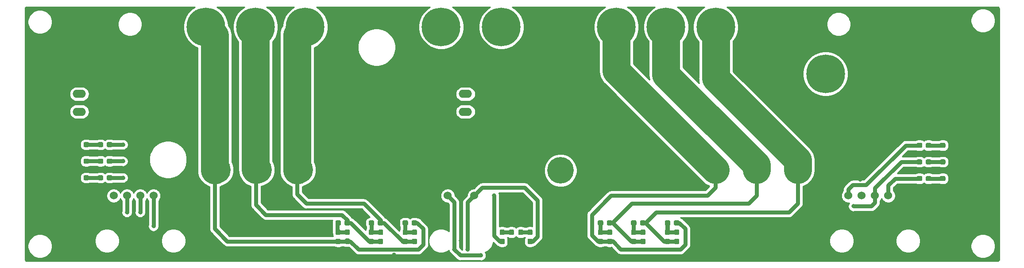
<source format=gbr>
G04 #@! TF.GenerationSoftware,KiCad,Pcbnew,(5.1.5)-2*
G04 #@! TF.CreationDate,2019-12-14T17:58:37-06:00*
G04 #@! TF.ProjectId,ODriveInterfacingBoard,4f447269-7665-4496-9e74-657266616369,rev?*
G04 #@! TF.SameCoordinates,Original*
G04 #@! TF.FileFunction,Copper,L1,Top*
G04 #@! TF.FilePolarity,Positive*
%FSLAX46Y46*%
G04 Gerber Fmt 4.6, Leading zero omitted, Abs format (unit mm)*
G04 Created by KiCad (PCBNEW (5.1.5)-2) date 2019-12-14 17:58:37*
%MOMM*%
%LPD*%
G04 APERTURE LIST*
%ADD10C,7.400000*%
%ADD11C,0.100000*%
%ADD12O,2.540000X1.524000*%
%ADD13C,5.080000*%
%ADD14C,1.524000*%
%ADD15C,0.800000*%
%ADD16C,0.762000*%
%ADD17C,5.334000*%
%ADD18C,0.254000*%
G04 APERTURE END LIST*
D10*
X86341717Y-77397151D03*
X95841717Y-77397151D03*
X105341717Y-77397151D03*
X131341717Y-77397151D03*
X142841717Y-77397151D03*
X164841717Y-77397151D03*
X174341717Y-77397151D03*
X183841717Y-77397151D03*
X204841717Y-86397151D03*
X204841717Y-96897151D03*
G04 #@! TA.AperFunction,SMDPad,CuDef*
D11*
G36*
X66491779Y-105825144D02*
G01*
X66514834Y-105828563D01*
X66537443Y-105834227D01*
X66559387Y-105842079D01*
X66580457Y-105852044D01*
X66600448Y-105864026D01*
X66619168Y-105877910D01*
X66636438Y-105893562D01*
X66652090Y-105910832D01*
X66665974Y-105929552D01*
X66677956Y-105949543D01*
X66687921Y-105970613D01*
X66695773Y-105992557D01*
X66701437Y-106015166D01*
X66704856Y-106038221D01*
X66706000Y-106061500D01*
X66706000Y-106536500D01*
X66704856Y-106559779D01*
X66701437Y-106582834D01*
X66695773Y-106605443D01*
X66687921Y-106627387D01*
X66677956Y-106648457D01*
X66665974Y-106668448D01*
X66652090Y-106687168D01*
X66636438Y-106704438D01*
X66619168Y-106720090D01*
X66600448Y-106733974D01*
X66580457Y-106745956D01*
X66559387Y-106755921D01*
X66537443Y-106763773D01*
X66514834Y-106769437D01*
X66491779Y-106772856D01*
X66468500Y-106774000D01*
X65893500Y-106774000D01*
X65870221Y-106772856D01*
X65847166Y-106769437D01*
X65824557Y-106763773D01*
X65802613Y-106755921D01*
X65781543Y-106745956D01*
X65761552Y-106733974D01*
X65742832Y-106720090D01*
X65725562Y-106704438D01*
X65709910Y-106687168D01*
X65696026Y-106668448D01*
X65684044Y-106648457D01*
X65674079Y-106627387D01*
X65666227Y-106605443D01*
X65660563Y-106582834D01*
X65657144Y-106559779D01*
X65656000Y-106536500D01*
X65656000Y-106061500D01*
X65657144Y-106038221D01*
X65660563Y-106015166D01*
X65666227Y-105992557D01*
X65674079Y-105970613D01*
X65684044Y-105949543D01*
X65696026Y-105929552D01*
X65709910Y-105910832D01*
X65725562Y-105893562D01*
X65742832Y-105877910D01*
X65761552Y-105864026D01*
X65781543Y-105852044D01*
X65802613Y-105842079D01*
X65824557Y-105834227D01*
X65847166Y-105828563D01*
X65870221Y-105825144D01*
X65893500Y-105824000D01*
X66468500Y-105824000D01*
X66491779Y-105825144D01*
G37*
G04 #@! TD.AperFunction*
G04 #@! TA.AperFunction,SMDPad,CuDef*
G36*
X68241779Y-105825144D02*
G01*
X68264834Y-105828563D01*
X68287443Y-105834227D01*
X68309387Y-105842079D01*
X68330457Y-105852044D01*
X68350448Y-105864026D01*
X68369168Y-105877910D01*
X68386438Y-105893562D01*
X68402090Y-105910832D01*
X68415974Y-105929552D01*
X68427956Y-105949543D01*
X68437921Y-105970613D01*
X68445773Y-105992557D01*
X68451437Y-106015166D01*
X68454856Y-106038221D01*
X68456000Y-106061500D01*
X68456000Y-106536500D01*
X68454856Y-106559779D01*
X68451437Y-106582834D01*
X68445773Y-106605443D01*
X68437921Y-106627387D01*
X68427956Y-106648457D01*
X68415974Y-106668448D01*
X68402090Y-106687168D01*
X68386438Y-106704438D01*
X68369168Y-106720090D01*
X68350448Y-106733974D01*
X68330457Y-106745956D01*
X68309387Y-106755921D01*
X68287443Y-106763773D01*
X68264834Y-106769437D01*
X68241779Y-106772856D01*
X68218500Y-106774000D01*
X67643500Y-106774000D01*
X67620221Y-106772856D01*
X67597166Y-106769437D01*
X67574557Y-106763773D01*
X67552613Y-106755921D01*
X67531543Y-106745956D01*
X67511552Y-106733974D01*
X67492832Y-106720090D01*
X67475562Y-106704438D01*
X67459910Y-106687168D01*
X67446026Y-106668448D01*
X67434044Y-106648457D01*
X67424079Y-106627387D01*
X67416227Y-106605443D01*
X67410563Y-106582834D01*
X67407144Y-106559779D01*
X67406000Y-106536500D01*
X67406000Y-106061500D01*
X67407144Y-106038221D01*
X67410563Y-106015166D01*
X67416227Y-105992557D01*
X67424079Y-105970613D01*
X67434044Y-105949543D01*
X67446026Y-105929552D01*
X67459910Y-105910832D01*
X67475562Y-105893562D01*
X67492832Y-105877910D01*
X67511552Y-105864026D01*
X67531543Y-105852044D01*
X67552613Y-105842079D01*
X67574557Y-105834227D01*
X67597166Y-105828563D01*
X67620221Y-105825144D01*
X67643500Y-105824000D01*
X68218500Y-105824000D01*
X68241779Y-105825144D01*
G37*
G04 #@! TD.AperFunction*
G04 #@! TA.AperFunction,SMDPad,CuDef*
G36*
X66491779Y-99475144D02*
G01*
X66514834Y-99478563D01*
X66537443Y-99484227D01*
X66559387Y-99492079D01*
X66580457Y-99502044D01*
X66600448Y-99514026D01*
X66619168Y-99527910D01*
X66636438Y-99543562D01*
X66652090Y-99560832D01*
X66665974Y-99579552D01*
X66677956Y-99599543D01*
X66687921Y-99620613D01*
X66695773Y-99642557D01*
X66701437Y-99665166D01*
X66704856Y-99688221D01*
X66706000Y-99711500D01*
X66706000Y-100186500D01*
X66704856Y-100209779D01*
X66701437Y-100232834D01*
X66695773Y-100255443D01*
X66687921Y-100277387D01*
X66677956Y-100298457D01*
X66665974Y-100318448D01*
X66652090Y-100337168D01*
X66636438Y-100354438D01*
X66619168Y-100370090D01*
X66600448Y-100383974D01*
X66580457Y-100395956D01*
X66559387Y-100405921D01*
X66537443Y-100413773D01*
X66514834Y-100419437D01*
X66491779Y-100422856D01*
X66468500Y-100424000D01*
X65893500Y-100424000D01*
X65870221Y-100422856D01*
X65847166Y-100419437D01*
X65824557Y-100413773D01*
X65802613Y-100405921D01*
X65781543Y-100395956D01*
X65761552Y-100383974D01*
X65742832Y-100370090D01*
X65725562Y-100354438D01*
X65709910Y-100337168D01*
X65696026Y-100318448D01*
X65684044Y-100298457D01*
X65674079Y-100277387D01*
X65666227Y-100255443D01*
X65660563Y-100232834D01*
X65657144Y-100209779D01*
X65656000Y-100186500D01*
X65656000Y-99711500D01*
X65657144Y-99688221D01*
X65660563Y-99665166D01*
X65666227Y-99642557D01*
X65674079Y-99620613D01*
X65684044Y-99599543D01*
X65696026Y-99579552D01*
X65709910Y-99560832D01*
X65725562Y-99543562D01*
X65742832Y-99527910D01*
X65761552Y-99514026D01*
X65781543Y-99502044D01*
X65802613Y-99492079D01*
X65824557Y-99484227D01*
X65847166Y-99478563D01*
X65870221Y-99475144D01*
X65893500Y-99474000D01*
X66468500Y-99474000D01*
X66491779Y-99475144D01*
G37*
G04 #@! TD.AperFunction*
G04 #@! TA.AperFunction,SMDPad,CuDef*
G36*
X68241779Y-99475144D02*
G01*
X68264834Y-99478563D01*
X68287443Y-99484227D01*
X68309387Y-99492079D01*
X68330457Y-99502044D01*
X68350448Y-99514026D01*
X68369168Y-99527910D01*
X68386438Y-99543562D01*
X68402090Y-99560832D01*
X68415974Y-99579552D01*
X68427956Y-99599543D01*
X68437921Y-99620613D01*
X68445773Y-99642557D01*
X68451437Y-99665166D01*
X68454856Y-99688221D01*
X68456000Y-99711500D01*
X68456000Y-100186500D01*
X68454856Y-100209779D01*
X68451437Y-100232834D01*
X68445773Y-100255443D01*
X68437921Y-100277387D01*
X68427956Y-100298457D01*
X68415974Y-100318448D01*
X68402090Y-100337168D01*
X68386438Y-100354438D01*
X68369168Y-100370090D01*
X68350448Y-100383974D01*
X68330457Y-100395956D01*
X68309387Y-100405921D01*
X68287443Y-100413773D01*
X68264834Y-100419437D01*
X68241779Y-100422856D01*
X68218500Y-100424000D01*
X67643500Y-100424000D01*
X67620221Y-100422856D01*
X67597166Y-100419437D01*
X67574557Y-100413773D01*
X67552613Y-100405921D01*
X67531543Y-100395956D01*
X67511552Y-100383974D01*
X67492832Y-100370090D01*
X67475562Y-100354438D01*
X67459910Y-100337168D01*
X67446026Y-100318448D01*
X67434044Y-100298457D01*
X67424079Y-100277387D01*
X67416227Y-100255443D01*
X67410563Y-100232834D01*
X67407144Y-100209779D01*
X67406000Y-100186500D01*
X67406000Y-99711500D01*
X67407144Y-99688221D01*
X67410563Y-99665166D01*
X67416227Y-99642557D01*
X67424079Y-99620613D01*
X67434044Y-99599543D01*
X67446026Y-99579552D01*
X67459910Y-99560832D01*
X67475562Y-99543562D01*
X67492832Y-99527910D01*
X67511552Y-99514026D01*
X67531543Y-99502044D01*
X67552613Y-99492079D01*
X67574557Y-99484227D01*
X67597166Y-99478563D01*
X67620221Y-99475144D01*
X67643500Y-99474000D01*
X68218500Y-99474000D01*
X68241779Y-99475144D01*
G37*
G04 #@! TD.AperFunction*
G04 #@! TA.AperFunction,SMDPad,CuDef*
G36*
X66491779Y-102650144D02*
G01*
X66514834Y-102653563D01*
X66537443Y-102659227D01*
X66559387Y-102667079D01*
X66580457Y-102677044D01*
X66600448Y-102689026D01*
X66619168Y-102702910D01*
X66636438Y-102718562D01*
X66652090Y-102735832D01*
X66665974Y-102754552D01*
X66677956Y-102774543D01*
X66687921Y-102795613D01*
X66695773Y-102817557D01*
X66701437Y-102840166D01*
X66704856Y-102863221D01*
X66706000Y-102886500D01*
X66706000Y-103361500D01*
X66704856Y-103384779D01*
X66701437Y-103407834D01*
X66695773Y-103430443D01*
X66687921Y-103452387D01*
X66677956Y-103473457D01*
X66665974Y-103493448D01*
X66652090Y-103512168D01*
X66636438Y-103529438D01*
X66619168Y-103545090D01*
X66600448Y-103558974D01*
X66580457Y-103570956D01*
X66559387Y-103580921D01*
X66537443Y-103588773D01*
X66514834Y-103594437D01*
X66491779Y-103597856D01*
X66468500Y-103599000D01*
X65893500Y-103599000D01*
X65870221Y-103597856D01*
X65847166Y-103594437D01*
X65824557Y-103588773D01*
X65802613Y-103580921D01*
X65781543Y-103570956D01*
X65761552Y-103558974D01*
X65742832Y-103545090D01*
X65725562Y-103529438D01*
X65709910Y-103512168D01*
X65696026Y-103493448D01*
X65684044Y-103473457D01*
X65674079Y-103452387D01*
X65666227Y-103430443D01*
X65660563Y-103407834D01*
X65657144Y-103384779D01*
X65656000Y-103361500D01*
X65656000Y-102886500D01*
X65657144Y-102863221D01*
X65660563Y-102840166D01*
X65666227Y-102817557D01*
X65674079Y-102795613D01*
X65684044Y-102774543D01*
X65696026Y-102754552D01*
X65709910Y-102735832D01*
X65725562Y-102718562D01*
X65742832Y-102702910D01*
X65761552Y-102689026D01*
X65781543Y-102677044D01*
X65802613Y-102667079D01*
X65824557Y-102659227D01*
X65847166Y-102653563D01*
X65870221Y-102650144D01*
X65893500Y-102649000D01*
X66468500Y-102649000D01*
X66491779Y-102650144D01*
G37*
G04 #@! TD.AperFunction*
G04 #@! TA.AperFunction,SMDPad,CuDef*
G36*
X68241779Y-102650144D02*
G01*
X68264834Y-102653563D01*
X68287443Y-102659227D01*
X68309387Y-102667079D01*
X68330457Y-102677044D01*
X68350448Y-102689026D01*
X68369168Y-102702910D01*
X68386438Y-102718562D01*
X68402090Y-102735832D01*
X68415974Y-102754552D01*
X68427956Y-102774543D01*
X68437921Y-102795613D01*
X68445773Y-102817557D01*
X68451437Y-102840166D01*
X68454856Y-102863221D01*
X68456000Y-102886500D01*
X68456000Y-103361500D01*
X68454856Y-103384779D01*
X68451437Y-103407834D01*
X68445773Y-103430443D01*
X68437921Y-103452387D01*
X68427956Y-103473457D01*
X68415974Y-103493448D01*
X68402090Y-103512168D01*
X68386438Y-103529438D01*
X68369168Y-103545090D01*
X68350448Y-103558974D01*
X68330457Y-103570956D01*
X68309387Y-103580921D01*
X68287443Y-103588773D01*
X68264834Y-103594437D01*
X68241779Y-103597856D01*
X68218500Y-103599000D01*
X67643500Y-103599000D01*
X67620221Y-103597856D01*
X67597166Y-103594437D01*
X67574557Y-103588773D01*
X67552613Y-103580921D01*
X67531543Y-103570956D01*
X67511552Y-103558974D01*
X67492832Y-103545090D01*
X67475562Y-103529438D01*
X67459910Y-103512168D01*
X67446026Y-103493448D01*
X67434044Y-103473457D01*
X67424079Y-103452387D01*
X67416227Y-103430443D01*
X67410563Y-103407834D01*
X67407144Y-103384779D01*
X67406000Y-103361500D01*
X67406000Y-102886500D01*
X67407144Y-102863221D01*
X67410563Y-102840166D01*
X67416227Y-102817557D01*
X67424079Y-102795613D01*
X67434044Y-102774543D01*
X67446026Y-102754552D01*
X67459910Y-102735832D01*
X67475562Y-102718562D01*
X67492832Y-102702910D01*
X67511552Y-102689026D01*
X67531543Y-102677044D01*
X67552613Y-102667079D01*
X67574557Y-102659227D01*
X67597166Y-102653563D01*
X67620221Y-102650144D01*
X67643500Y-102649000D01*
X68218500Y-102649000D01*
X68241779Y-102650144D01*
G37*
G04 #@! TD.AperFunction*
G04 #@! TA.AperFunction,SMDPad,CuDef*
G36*
X224870879Y-105964844D02*
G01*
X224893934Y-105968263D01*
X224916543Y-105973927D01*
X224938487Y-105981779D01*
X224959557Y-105991744D01*
X224979548Y-106003726D01*
X224998268Y-106017610D01*
X225015538Y-106033262D01*
X225031190Y-106050532D01*
X225045074Y-106069252D01*
X225057056Y-106089243D01*
X225067021Y-106110313D01*
X225074873Y-106132257D01*
X225080537Y-106154866D01*
X225083956Y-106177921D01*
X225085100Y-106201200D01*
X225085100Y-106676200D01*
X225083956Y-106699479D01*
X225080537Y-106722534D01*
X225074873Y-106745143D01*
X225067021Y-106767087D01*
X225057056Y-106788157D01*
X225045074Y-106808148D01*
X225031190Y-106826868D01*
X225015538Y-106844138D01*
X224998268Y-106859790D01*
X224979548Y-106873674D01*
X224959557Y-106885656D01*
X224938487Y-106895621D01*
X224916543Y-106903473D01*
X224893934Y-106909137D01*
X224870879Y-106912556D01*
X224847600Y-106913700D01*
X224272600Y-106913700D01*
X224249321Y-106912556D01*
X224226266Y-106909137D01*
X224203657Y-106903473D01*
X224181713Y-106895621D01*
X224160643Y-106885656D01*
X224140652Y-106873674D01*
X224121932Y-106859790D01*
X224104662Y-106844138D01*
X224089010Y-106826868D01*
X224075126Y-106808148D01*
X224063144Y-106788157D01*
X224053179Y-106767087D01*
X224045327Y-106745143D01*
X224039663Y-106722534D01*
X224036244Y-106699479D01*
X224035100Y-106676200D01*
X224035100Y-106201200D01*
X224036244Y-106177921D01*
X224039663Y-106154866D01*
X224045327Y-106132257D01*
X224053179Y-106110313D01*
X224063144Y-106089243D01*
X224075126Y-106069252D01*
X224089010Y-106050532D01*
X224104662Y-106033262D01*
X224121932Y-106017610D01*
X224140652Y-106003726D01*
X224160643Y-105991744D01*
X224181713Y-105981779D01*
X224203657Y-105973927D01*
X224226266Y-105968263D01*
X224249321Y-105964844D01*
X224272600Y-105963700D01*
X224847600Y-105963700D01*
X224870879Y-105964844D01*
G37*
G04 #@! TD.AperFunction*
G04 #@! TA.AperFunction,SMDPad,CuDef*
G36*
X223120879Y-105964844D02*
G01*
X223143934Y-105968263D01*
X223166543Y-105973927D01*
X223188487Y-105981779D01*
X223209557Y-105991744D01*
X223229548Y-106003726D01*
X223248268Y-106017610D01*
X223265538Y-106033262D01*
X223281190Y-106050532D01*
X223295074Y-106069252D01*
X223307056Y-106089243D01*
X223317021Y-106110313D01*
X223324873Y-106132257D01*
X223330537Y-106154866D01*
X223333956Y-106177921D01*
X223335100Y-106201200D01*
X223335100Y-106676200D01*
X223333956Y-106699479D01*
X223330537Y-106722534D01*
X223324873Y-106745143D01*
X223317021Y-106767087D01*
X223307056Y-106788157D01*
X223295074Y-106808148D01*
X223281190Y-106826868D01*
X223265538Y-106844138D01*
X223248268Y-106859790D01*
X223229548Y-106873674D01*
X223209557Y-106885656D01*
X223188487Y-106895621D01*
X223166543Y-106903473D01*
X223143934Y-106909137D01*
X223120879Y-106912556D01*
X223097600Y-106913700D01*
X222522600Y-106913700D01*
X222499321Y-106912556D01*
X222476266Y-106909137D01*
X222453657Y-106903473D01*
X222431713Y-106895621D01*
X222410643Y-106885656D01*
X222390652Y-106873674D01*
X222371932Y-106859790D01*
X222354662Y-106844138D01*
X222339010Y-106826868D01*
X222325126Y-106808148D01*
X222313144Y-106788157D01*
X222303179Y-106767087D01*
X222295327Y-106745143D01*
X222289663Y-106722534D01*
X222286244Y-106699479D01*
X222285100Y-106676200D01*
X222285100Y-106201200D01*
X222286244Y-106177921D01*
X222289663Y-106154866D01*
X222295327Y-106132257D01*
X222303179Y-106110313D01*
X222313144Y-106089243D01*
X222325126Y-106069252D01*
X222339010Y-106050532D01*
X222354662Y-106033262D01*
X222371932Y-106017610D01*
X222390652Y-106003726D01*
X222410643Y-105991744D01*
X222431713Y-105981779D01*
X222453657Y-105973927D01*
X222476266Y-105968263D01*
X222499321Y-105964844D01*
X222522600Y-105963700D01*
X223097600Y-105963700D01*
X223120879Y-105964844D01*
G37*
G04 #@! TD.AperFunction*
G04 #@! TA.AperFunction,SMDPad,CuDef*
G36*
X224870879Y-99614844D02*
G01*
X224893934Y-99618263D01*
X224916543Y-99623927D01*
X224938487Y-99631779D01*
X224959557Y-99641744D01*
X224979548Y-99653726D01*
X224998268Y-99667610D01*
X225015538Y-99683262D01*
X225031190Y-99700532D01*
X225045074Y-99719252D01*
X225057056Y-99739243D01*
X225067021Y-99760313D01*
X225074873Y-99782257D01*
X225080537Y-99804866D01*
X225083956Y-99827921D01*
X225085100Y-99851200D01*
X225085100Y-100326200D01*
X225083956Y-100349479D01*
X225080537Y-100372534D01*
X225074873Y-100395143D01*
X225067021Y-100417087D01*
X225057056Y-100438157D01*
X225045074Y-100458148D01*
X225031190Y-100476868D01*
X225015538Y-100494138D01*
X224998268Y-100509790D01*
X224979548Y-100523674D01*
X224959557Y-100535656D01*
X224938487Y-100545621D01*
X224916543Y-100553473D01*
X224893934Y-100559137D01*
X224870879Y-100562556D01*
X224847600Y-100563700D01*
X224272600Y-100563700D01*
X224249321Y-100562556D01*
X224226266Y-100559137D01*
X224203657Y-100553473D01*
X224181713Y-100545621D01*
X224160643Y-100535656D01*
X224140652Y-100523674D01*
X224121932Y-100509790D01*
X224104662Y-100494138D01*
X224089010Y-100476868D01*
X224075126Y-100458148D01*
X224063144Y-100438157D01*
X224053179Y-100417087D01*
X224045327Y-100395143D01*
X224039663Y-100372534D01*
X224036244Y-100349479D01*
X224035100Y-100326200D01*
X224035100Y-99851200D01*
X224036244Y-99827921D01*
X224039663Y-99804866D01*
X224045327Y-99782257D01*
X224053179Y-99760313D01*
X224063144Y-99739243D01*
X224075126Y-99719252D01*
X224089010Y-99700532D01*
X224104662Y-99683262D01*
X224121932Y-99667610D01*
X224140652Y-99653726D01*
X224160643Y-99641744D01*
X224181713Y-99631779D01*
X224203657Y-99623927D01*
X224226266Y-99618263D01*
X224249321Y-99614844D01*
X224272600Y-99613700D01*
X224847600Y-99613700D01*
X224870879Y-99614844D01*
G37*
G04 #@! TD.AperFunction*
G04 #@! TA.AperFunction,SMDPad,CuDef*
G36*
X223120879Y-99614844D02*
G01*
X223143934Y-99618263D01*
X223166543Y-99623927D01*
X223188487Y-99631779D01*
X223209557Y-99641744D01*
X223229548Y-99653726D01*
X223248268Y-99667610D01*
X223265538Y-99683262D01*
X223281190Y-99700532D01*
X223295074Y-99719252D01*
X223307056Y-99739243D01*
X223317021Y-99760313D01*
X223324873Y-99782257D01*
X223330537Y-99804866D01*
X223333956Y-99827921D01*
X223335100Y-99851200D01*
X223335100Y-100326200D01*
X223333956Y-100349479D01*
X223330537Y-100372534D01*
X223324873Y-100395143D01*
X223317021Y-100417087D01*
X223307056Y-100438157D01*
X223295074Y-100458148D01*
X223281190Y-100476868D01*
X223265538Y-100494138D01*
X223248268Y-100509790D01*
X223229548Y-100523674D01*
X223209557Y-100535656D01*
X223188487Y-100545621D01*
X223166543Y-100553473D01*
X223143934Y-100559137D01*
X223120879Y-100562556D01*
X223097600Y-100563700D01*
X222522600Y-100563700D01*
X222499321Y-100562556D01*
X222476266Y-100559137D01*
X222453657Y-100553473D01*
X222431713Y-100545621D01*
X222410643Y-100535656D01*
X222390652Y-100523674D01*
X222371932Y-100509790D01*
X222354662Y-100494138D01*
X222339010Y-100476868D01*
X222325126Y-100458148D01*
X222313144Y-100438157D01*
X222303179Y-100417087D01*
X222295327Y-100395143D01*
X222289663Y-100372534D01*
X222286244Y-100349479D01*
X222285100Y-100326200D01*
X222285100Y-99851200D01*
X222286244Y-99827921D01*
X222289663Y-99804866D01*
X222295327Y-99782257D01*
X222303179Y-99760313D01*
X222313144Y-99739243D01*
X222325126Y-99719252D01*
X222339010Y-99700532D01*
X222354662Y-99683262D01*
X222371932Y-99667610D01*
X222390652Y-99653726D01*
X222410643Y-99641744D01*
X222431713Y-99631779D01*
X222453657Y-99623927D01*
X222476266Y-99618263D01*
X222499321Y-99614844D01*
X222522600Y-99613700D01*
X223097600Y-99613700D01*
X223120879Y-99614844D01*
G37*
G04 #@! TD.AperFunction*
G04 #@! TA.AperFunction,SMDPad,CuDef*
G36*
X224870879Y-102789844D02*
G01*
X224893934Y-102793263D01*
X224916543Y-102798927D01*
X224938487Y-102806779D01*
X224959557Y-102816744D01*
X224979548Y-102828726D01*
X224998268Y-102842610D01*
X225015538Y-102858262D01*
X225031190Y-102875532D01*
X225045074Y-102894252D01*
X225057056Y-102914243D01*
X225067021Y-102935313D01*
X225074873Y-102957257D01*
X225080537Y-102979866D01*
X225083956Y-103002921D01*
X225085100Y-103026200D01*
X225085100Y-103501200D01*
X225083956Y-103524479D01*
X225080537Y-103547534D01*
X225074873Y-103570143D01*
X225067021Y-103592087D01*
X225057056Y-103613157D01*
X225045074Y-103633148D01*
X225031190Y-103651868D01*
X225015538Y-103669138D01*
X224998268Y-103684790D01*
X224979548Y-103698674D01*
X224959557Y-103710656D01*
X224938487Y-103720621D01*
X224916543Y-103728473D01*
X224893934Y-103734137D01*
X224870879Y-103737556D01*
X224847600Y-103738700D01*
X224272600Y-103738700D01*
X224249321Y-103737556D01*
X224226266Y-103734137D01*
X224203657Y-103728473D01*
X224181713Y-103720621D01*
X224160643Y-103710656D01*
X224140652Y-103698674D01*
X224121932Y-103684790D01*
X224104662Y-103669138D01*
X224089010Y-103651868D01*
X224075126Y-103633148D01*
X224063144Y-103613157D01*
X224053179Y-103592087D01*
X224045327Y-103570143D01*
X224039663Y-103547534D01*
X224036244Y-103524479D01*
X224035100Y-103501200D01*
X224035100Y-103026200D01*
X224036244Y-103002921D01*
X224039663Y-102979866D01*
X224045327Y-102957257D01*
X224053179Y-102935313D01*
X224063144Y-102914243D01*
X224075126Y-102894252D01*
X224089010Y-102875532D01*
X224104662Y-102858262D01*
X224121932Y-102842610D01*
X224140652Y-102828726D01*
X224160643Y-102816744D01*
X224181713Y-102806779D01*
X224203657Y-102798927D01*
X224226266Y-102793263D01*
X224249321Y-102789844D01*
X224272600Y-102788700D01*
X224847600Y-102788700D01*
X224870879Y-102789844D01*
G37*
G04 #@! TD.AperFunction*
G04 #@! TA.AperFunction,SMDPad,CuDef*
G36*
X223120879Y-102789844D02*
G01*
X223143934Y-102793263D01*
X223166543Y-102798927D01*
X223188487Y-102806779D01*
X223209557Y-102816744D01*
X223229548Y-102828726D01*
X223248268Y-102842610D01*
X223265538Y-102858262D01*
X223281190Y-102875532D01*
X223295074Y-102894252D01*
X223307056Y-102914243D01*
X223317021Y-102935313D01*
X223324873Y-102957257D01*
X223330537Y-102979866D01*
X223333956Y-103002921D01*
X223335100Y-103026200D01*
X223335100Y-103501200D01*
X223333956Y-103524479D01*
X223330537Y-103547534D01*
X223324873Y-103570143D01*
X223317021Y-103592087D01*
X223307056Y-103613157D01*
X223295074Y-103633148D01*
X223281190Y-103651868D01*
X223265538Y-103669138D01*
X223248268Y-103684790D01*
X223229548Y-103698674D01*
X223209557Y-103710656D01*
X223188487Y-103720621D01*
X223166543Y-103728473D01*
X223143934Y-103734137D01*
X223120879Y-103737556D01*
X223097600Y-103738700D01*
X222522600Y-103738700D01*
X222499321Y-103737556D01*
X222476266Y-103734137D01*
X222453657Y-103728473D01*
X222431713Y-103720621D01*
X222410643Y-103710656D01*
X222390652Y-103698674D01*
X222371932Y-103684790D01*
X222354662Y-103669138D01*
X222339010Y-103651868D01*
X222325126Y-103633148D01*
X222313144Y-103613157D01*
X222303179Y-103592087D01*
X222295327Y-103570143D01*
X222289663Y-103547534D01*
X222286244Y-103524479D01*
X222285100Y-103501200D01*
X222285100Y-103026200D01*
X222286244Y-103002921D01*
X222289663Y-102979866D01*
X222295327Y-102957257D01*
X222303179Y-102935313D01*
X222313144Y-102914243D01*
X222325126Y-102894252D01*
X222339010Y-102875532D01*
X222354662Y-102858262D01*
X222371932Y-102842610D01*
X222390652Y-102828726D01*
X222410643Y-102816744D01*
X222431713Y-102806779D01*
X222453657Y-102798927D01*
X222476266Y-102793263D01*
X222499321Y-102789844D01*
X222522600Y-102788700D01*
X223097600Y-102788700D01*
X223120879Y-102789844D01*
G37*
G04 #@! TD.AperFunction*
G04 #@! TA.AperFunction,SMDPad,CuDef*
G36*
X63782779Y-105825144D02*
G01*
X63805834Y-105828563D01*
X63828443Y-105834227D01*
X63850387Y-105842079D01*
X63871457Y-105852044D01*
X63891448Y-105864026D01*
X63910168Y-105877910D01*
X63927438Y-105893562D01*
X63943090Y-105910832D01*
X63956974Y-105929552D01*
X63968956Y-105949543D01*
X63978921Y-105970613D01*
X63986773Y-105992557D01*
X63992437Y-106015166D01*
X63995856Y-106038221D01*
X63997000Y-106061500D01*
X63997000Y-106536500D01*
X63995856Y-106559779D01*
X63992437Y-106582834D01*
X63986773Y-106605443D01*
X63978921Y-106627387D01*
X63968956Y-106648457D01*
X63956974Y-106668448D01*
X63943090Y-106687168D01*
X63927438Y-106704438D01*
X63910168Y-106720090D01*
X63891448Y-106733974D01*
X63871457Y-106745956D01*
X63850387Y-106755921D01*
X63828443Y-106763773D01*
X63805834Y-106769437D01*
X63782779Y-106772856D01*
X63759500Y-106774000D01*
X63184500Y-106774000D01*
X63161221Y-106772856D01*
X63138166Y-106769437D01*
X63115557Y-106763773D01*
X63093613Y-106755921D01*
X63072543Y-106745956D01*
X63052552Y-106733974D01*
X63033832Y-106720090D01*
X63016562Y-106704438D01*
X63000910Y-106687168D01*
X62987026Y-106668448D01*
X62975044Y-106648457D01*
X62965079Y-106627387D01*
X62957227Y-106605443D01*
X62951563Y-106582834D01*
X62948144Y-106559779D01*
X62947000Y-106536500D01*
X62947000Y-106061500D01*
X62948144Y-106038221D01*
X62951563Y-106015166D01*
X62957227Y-105992557D01*
X62965079Y-105970613D01*
X62975044Y-105949543D01*
X62987026Y-105929552D01*
X63000910Y-105910832D01*
X63016562Y-105893562D01*
X63033832Y-105877910D01*
X63052552Y-105864026D01*
X63072543Y-105852044D01*
X63093613Y-105842079D01*
X63115557Y-105834227D01*
X63138166Y-105828563D01*
X63161221Y-105825144D01*
X63184500Y-105824000D01*
X63759500Y-105824000D01*
X63782779Y-105825144D01*
G37*
G04 #@! TD.AperFunction*
G04 #@! TA.AperFunction,SMDPad,CuDef*
G36*
X62032779Y-105825144D02*
G01*
X62055834Y-105828563D01*
X62078443Y-105834227D01*
X62100387Y-105842079D01*
X62121457Y-105852044D01*
X62141448Y-105864026D01*
X62160168Y-105877910D01*
X62177438Y-105893562D01*
X62193090Y-105910832D01*
X62206974Y-105929552D01*
X62218956Y-105949543D01*
X62228921Y-105970613D01*
X62236773Y-105992557D01*
X62242437Y-106015166D01*
X62245856Y-106038221D01*
X62247000Y-106061500D01*
X62247000Y-106536500D01*
X62245856Y-106559779D01*
X62242437Y-106582834D01*
X62236773Y-106605443D01*
X62228921Y-106627387D01*
X62218956Y-106648457D01*
X62206974Y-106668448D01*
X62193090Y-106687168D01*
X62177438Y-106704438D01*
X62160168Y-106720090D01*
X62141448Y-106733974D01*
X62121457Y-106745956D01*
X62100387Y-106755921D01*
X62078443Y-106763773D01*
X62055834Y-106769437D01*
X62032779Y-106772856D01*
X62009500Y-106774000D01*
X61434500Y-106774000D01*
X61411221Y-106772856D01*
X61388166Y-106769437D01*
X61365557Y-106763773D01*
X61343613Y-106755921D01*
X61322543Y-106745956D01*
X61302552Y-106733974D01*
X61283832Y-106720090D01*
X61266562Y-106704438D01*
X61250910Y-106687168D01*
X61237026Y-106668448D01*
X61225044Y-106648457D01*
X61215079Y-106627387D01*
X61207227Y-106605443D01*
X61201563Y-106582834D01*
X61198144Y-106559779D01*
X61197000Y-106536500D01*
X61197000Y-106061500D01*
X61198144Y-106038221D01*
X61201563Y-106015166D01*
X61207227Y-105992557D01*
X61215079Y-105970613D01*
X61225044Y-105949543D01*
X61237026Y-105929552D01*
X61250910Y-105910832D01*
X61266562Y-105893562D01*
X61283832Y-105877910D01*
X61302552Y-105864026D01*
X61322543Y-105852044D01*
X61343613Y-105842079D01*
X61365557Y-105834227D01*
X61388166Y-105828563D01*
X61411221Y-105825144D01*
X61434500Y-105824000D01*
X62009500Y-105824000D01*
X62032779Y-105825144D01*
G37*
G04 #@! TD.AperFunction*
G04 #@! TA.AperFunction,SMDPad,CuDef*
G36*
X63796779Y-99475144D02*
G01*
X63819834Y-99478563D01*
X63842443Y-99484227D01*
X63864387Y-99492079D01*
X63885457Y-99502044D01*
X63905448Y-99514026D01*
X63924168Y-99527910D01*
X63941438Y-99543562D01*
X63957090Y-99560832D01*
X63970974Y-99579552D01*
X63982956Y-99599543D01*
X63992921Y-99620613D01*
X64000773Y-99642557D01*
X64006437Y-99665166D01*
X64009856Y-99688221D01*
X64011000Y-99711500D01*
X64011000Y-100186500D01*
X64009856Y-100209779D01*
X64006437Y-100232834D01*
X64000773Y-100255443D01*
X63992921Y-100277387D01*
X63982956Y-100298457D01*
X63970974Y-100318448D01*
X63957090Y-100337168D01*
X63941438Y-100354438D01*
X63924168Y-100370090D01*
X63905448Y-100383974D01*
X63885457Y-100395956D01*
X63864387Y-100405921D01*
X63842443Y-100413773D01*
X63819834Y-100419437D01*
X63796779Y-100422856D01*
X63773500Y-100424000D01*
X63198500Y-100424000D01*
X63175221Y-100422856D01*
X63152166Y-100419437D01*
X63129557Y-100413773D01*
X63107613Y-100405921D01*
X63086543Y-100395956D01*
X63066552Y-100383974D01*
X63047832Y-100370090D01*
X63030562Y-100354438D01*
X63014910Y-100337168D01*
X63001026Y-100318448D01*
X62989044Y-100298457D01*
X62979079Y-100277387D01*
X62971227Y-100255443D01*
X62965563Y-100232834D01*
X62962144Y-100209779D01*
X62961000Y-100186500D01*
X62961000Y-99711500D01*
X62962144Y-99688221D01*
X62965563Y-99665166D01*
X62971227Y-99642557D01*
X62979079Y-99620613D01*
X62989044Y-99599543D01*
X63001026Y-99579552D01*
X63014910Y-99560832D01*
X63030562Y-99543562D01*
X63047832Y-99527910D01*
X63066552Y-99514026D01*
X63086543Y-99502044D01*
X63107613Y-99492079D01*
X63129557Y-99484227D01*
X63152166Y-99478563D01*
X63175221Y-99475144D01*
X63198500Y-99474000D01*
X63773500Y-99474000D01*
X63796779Y-99475144D01*
G37*
G04 #@! TD.AperFunction*
G04 #@! TA.AperFunction,SMDPad,CuDef*
G36*
X62046779Y-99475144D02*
G01*
X62069834Y-99478563D01*
X62092443Y-99484227D01*
X62114387Y-99492079D01*
X62135457Y-99502044D01*
X62155448Y-99514026D01*
X62174168Y-99527910D01*
X62191438Y-99543562D01*
X62207090Y-99560832D01*
X62220974Y-99579552D01*
X62232956Y-99599543D01*
X62242921Y-99620613D01*
X62250773Y-99642557D01*
X62256437Y-99665166D01*
X62259856Y-99688221D01*
X62261000Y-99711500D01*
X62261000Y-100186500D01*
X62259856Y-100209779D01*
X62256437Y-100232834D01*
X62250773Y-100255443D01*
X62242921Y-100277387D01*
X62232956Y-100298457D01*
X62220974Y-100318448D01*
X62207090Y-100337168D01*
X62191438Y-100354438D01*
X62174168Y-100370090D01*
X62155448Y-100383974D01*
X62135457Y-100395956D01*
X62114387Y-100405921D01*
X62092443Y-100413773D01*
X62069834Y-100419437D01*
X62046779Y-100422856D01*
X62023500Y-100424000D01*
X61448500Y-100424000D01*
X61425221Y-100422856D01*
X61402166Y-100419437D01*
X61379557Y-100413773D01*
X61357613Y-100405921D01*
X61336543Y-100395956D01*
X61316552Y-100383974D01*
X61297832Y-100370090D01*
X61280562Y-100354438D01*
X61264910Y-100337168D01*
X61251026Y-100318448D01*
X61239044Y-100298457D01*
X61229079Y-100277387D01*
X61221227Y-100255443D01*
X61215563Y-100232834D01*
X61212144Y-100209779D01*
X61211000Y-100186500D01*
X61211000Y-99711500D01*
X61212144Y-99688221D01*
X61215563Y-99665166D01*
X61221227Y-99642557D01*
X61229079Y-99620613D01*
X61239044Y-99599543D01*
X61251026Y-99579552D01*
X61264910Y-99560832D01*
X61280562Y-99543562D01*
X61297832Y-99527910D01*
X61316552Y-99514026D01*
X61336543Y-99502044D01*
X61357613Y-99492079D01*
X61379557Y-99484227D01*
X61402166Y-99478563D01*
X61425221Y-99475144D01*
X61448500Y-99474000D01*
X62023500Y-99474000D01*
X62046779Y-99475144D01*
G37*
G04 #@! TD.AperFunction*
G04 #@! TA.AperFunction,SMDPad,CuDef*
G36*
X63796779Y-102650144D02*
G01*
X63819834Y-102653563D01*
X63842443Y-102659227D01*
X63864387Y-102667079D01*
X63885457Y-102677044D01*
X63905448Y-102689026D01*
X63924168Y-102702910D01*
X63941438Y-102718562D01*
X63957090Y-102735832D01*
X63970974Y-102754552D01*
X63982956Y-102774543D01*
X63992921Y-102795613D01*
X64000773Y-102817557D01*
X64006437Y-102840166D01*
X64009856Y-102863221D01*
X64011000Y-102886500D01*
X64011000Y-103361500D01*
X64009856Y-103384779D01*
X64006437Y-103407834D01*
X64000773Y-103430443D01*
X63992921Y-103452387D01*
X63982956Y-103473457D01*
X63970974Y-103493448D01*
X63957090Y-103512168D01*
X63941438Y-103529438D01*
X63924168Y-103545090D01*
X63905448Y-103558974D01*
X63885457Y-103570956D01*
X63864387Y-103580921D01*
X63842443Y-103588773D01*
X63819834Y-103594437D01*
X63796779Y-103597856D01*
X63773500Y-103599000D01*
X63198500Y-103599000D01*
X63175221Y-103597856D01*
X63152166Y-103594437D01*
X63129557Y-103588773D01*
X63107613Y-103580921D01*
X63086543Y-103570956D01*
X63066552Y-103558974D01*
X63047832Y-103545090D01*
X63030562Y-103529438D01*
X63014910Y-103512168D01*
X63001026Y-103493448D01*
X62989044Y-103473457D01*
X62979079Y-103452387D01*
X62971227Y-103430443D01*
X62965563Y-103407834D01*
X62962144Y-103384779D01*
X62961000Y-103361500D01*
X62961000Y-102886500D01*
X62962144Y-102863221D01*
X62965563Y-102840166D01*
X62971227Y-102817557D01*
X62979079Y-102795613D01*
X62989044Y-102774543D01*
X63001026Y-102754552D01*
X63014910Y-102735832D01*
X63030562Y-102718562D01*
X63047832Y-102702910D01*
X63066552Y-102689026D01*
X63086543Y-102677044D01*
X63107613Y-102667079D01*
X63129557Y-102659227D01*
X63152166Y-102653563D01*
X63175221Y-102650144D01*
X63198500Y-102649000D01*
X63773500Y-102649000D01*
X63796779Y-102650144D01*
G37*
G04 #@! TD.AperFunction*
G04 #@! TA.AperFunction,SMDPad,CuDef*
G36*
X62046779Y-102650144D02*
G01*
X62069834Y-102653563D01*
X62092443Y-102659227D01*
X62114387Y-102667079D01*
X62135457Y-102677044D01*
X62155448Y-102689026D01*
X62174168Y-102702910D01*
X62191438Y-102718562D01*
X62207090Y-102735832D01*
X62220974Y-102754552D01*
X62232956Y-102774543D01*
X62242921Y-102795613D01*
X62250773Y-102817557D01*
X62256437Y-102840166D01*
X62259856Y-102863221D01*
X62261000Y-102886500D01*
X62261000Y-103361500D01*
X62259856Y-103384779D01*
X62256437Y-103407834D01*
X62250773Y-103430443D01*
X62242921Y-103452387D01*
X62232956Y-103473457D01*
X62220974Y-103493448D01*
X62207090Y-103512168D01*
X62191438Y-103529438D01*
X62174168Y-103545090D01*
X62155448Y-103558974D01*
X62135457Y-103570956D01*
X62114387Y-103580921D01*
X62092443Y-103588773D01*
X62069834Y-103594437D01*
X62046779Y-103597856D01*
X62023500Y-103599000D01*
X61448500Y-103599000D01*
X61425221Y-103597856D01*
X61402166Y-103594437D01*
X61379557Y-103588773D01*
X61357613Y-103580921D01*
X61336543Y-103570956D01*
X61316552Y-103558974D01*
X61297832Y-103545090D01*
X61280562Y-103529438D01*
X61264910Y-103512168D01*
X61251026Y-103493448D01*
X61239044Y-103473457D01*
X61229079Y-103452387D01*
X61221227Y-103430443D01*
X61215563Y-103407834D01*
X61212144Y-103384779D01*
X61211000Y-103361500D01*
X61211000Y-102886500D01*
X61212144Y-102863221D01*
X61215563Y-102840166D01*
X61221227Y-102817557D01*
X61229079Y-102795613D01*
X61239044Y-102774543D01*
X61251026Y-102754552D01*
X61264910Y-102735832D01*
X61280562Y-102718562D01*
X61297832Y-102702910D01*
X61316552Y-102689026D01*
X61336543Y-102677044D01*
X61357613Y-102667079D01*
X61379557Y-102659227D01*
X61402166Y-102653563D01*
X61425221Y-102650144D01*
X61448500Y-102649000D01*
X62023500Y-102649000D01*
X62046779Y-102650144D01*
G37*
G04 #@! TD.AperFunction*
G04 #@! TA.AperFunction,SMDPad,CuDef*
G36*
X227565879Y-105964844D02*
G01*
X227588934Y-105968263D01*
X227611543Y-105973927D01*
X227633487Y-105981779D01*
X227654557Y-105991744D01*
X227674548Y-106003726D01*
X227693268Y-106017610D01*
X227710538Y-106033262D01*
X227726190Y-106050532D01*
X227740074Y-106069252D01*
X227752056Y-106089243D01*
X227762021Y-106110313D01*
X227769873Y-106132257D01*
X227775537Y-106154866D01*
X227778956Y-106177921D01*
X227780100Y-106201200D01*
X227780100Y-106676200D01*
X227778956Y-106699479D01*
X227775537Y-106722534D01*
X227769873Y-106745143D01*
X227762021Y-106767087D01*
X227752056Y-106788157D01*
X227740074Y-106808148D01*
X227726190Y-106826868D01*
X227710538Y-106844138D01*
X227693268Y-106859790D01*
X227674548Y-106873674D01*
X227654557Y-106885656D01*
X227633487Y-106895621D01*
X227611543Y-106903473D01*
X227588934Y-106909137D01*
X227565879Y-106912556D01*
X227542600Y-106913700D01*
X226967600Y-106913700D01*
X226944321Y-106912556D01*
X226921266Y-106909137D01*
X226898657Y-106903473D01*
X226876713Y-106895621D01*
X226855643Y-106885656D01*
X226835652Y-106873674D01*
X226816932Y-106859790D01*
X226799662Y-106844138D01*
X226784010Y-106826868D01*
X226770126Y-106808148D01*
X226758144Y-106788157D01*
X226748179Y-106767087D01*
X226740327Y-106745143D01*
X226734663Y-106722534D01*
X226731244Y-106699479D01*
X226730100Y-106676200D01*
X226730100Y-106201200D01*
X226731244Y-106177921D01*
X226734663Y-106154866D01*
X226740327Y-106132257D01*
X226748179Y-106110313D01*
X226758144Y-106089243D01*
X226770126Y-106069252D01*
X226784010Y-106050532D01*
X226799662Y-106033262D01*
X226816932Y-106017610D01*
X226835652Y-106003726D01*
X226855643Y-105991744D01*
X226876713Y-105981779D01*
X226898657Y-105973927D01*
X226921266Y-105968263D01*
X226944321Y-105964844D01*
X226967600Y-105963700D01*
X227542600Y-105963700D01*
X227565879Y-105964844D01*
G37*
G04 #@! TD.AperFunction*
G04 #@! TA.AperFunction,SMDPad,CuDef*
G36*
X229315879Y-105964844D02*
G01*
X229338934Y-105968263D01*
X229361543Y-105973927D01*
X229383487Y-105981779D01*
X229404557Y-105991744D01*
X229424548Y-106003726D01*
X229443268Y-106017610D01*
X229460538Y-106033262D01*
X229476190Y-106050532D01*
X229490074Y-106069252D01*
X229502056Y-106089243D01*
X229512021Y-106110313D01*
X229519873Y-106132257D01*
X229525537Y-106154866D01*
X229528956Y-106177921D01*
X229530100Y-106201200D01*
X229530100Y-106676200D01*
X229528956Y-106699479D01*
X229525537Y-106722534D01*
X229519873Y-106745143D01*
X229512021Y-106767087D01*
X229502056Y-106788157D01*
X229490074Y-106808148D01*
X229476190Y-106826868D01*
X229460538Y-106844138D01*
X229443268Y-106859790D01*
X229424548Y-106873674D01*
X229404557Y-106885656D01*
X229383487Y-106895621D01*
X229361543Y-106903473D01*
X229338934Y-106909137D01*
X229315879Y-106912556D01*
X229292600Y-106913700D01*
X228717600Y-106913700D01*
X228694321Y-106912556D01*
X228671266Y-106909137D01*
X228648657Y-106903473D01*
X228626713Y-106895621D01*
X228605643Y-106885656D01*
X228585652Y-106873674D01*
X228566932Y-106859790D01*
X228549662Y-106844138D01*
X228534010Y-106826868D01*
X228520126Y-106808148D01*
X228508144Y-106788157D01*
X228498179Y-106767087D01*
X228490327Y-106745143D01*
X228484663Y-106722534D01*
X228481244Y-106699479D01*
X228480100Y-106676200D01*
X228480100Y-106201200D01*
X228481244Y-106177921D01*
X228484663Y-106154866D01*
X228490327Y-106132257D01*
X228498179Y-106110313D01*
X228508144Y-106089243D01*
X228520126Y-106069252D01*
X228534010Y-106050532D01*
X228549662Y-106033262D01*
X228566932Y-106017610D01*
X228585652Y-106003726D01*
X228605643Y-105991744D01*
X228626713Y-105981779D01*
X228648657Y-105973927D01*
X228671266Y-105968263D01*
X228694321Y-105964844D01*
X228717600Y-105963700D01*
X229292600Y-105963700D01*
X229315879Y-105964844D01*
G37*
G04 #@! TD.AperFunction*
G04 #@! TA.AperFunction,SMDPad,CuDef*
G36*
X227565879Y-99614844D02*
G01*
X227588934Y-99618263D01*
X227611543Y-99623927D01*
X227633487Y-99631779D01*
X227654557Y-99641744D01*
X227674548Y-99653726D01*
X227693268Y-99667610D01*
X227710538Y-99683262D01*
X227726190Y-99700532D01*
X227740074Y-99719252D01*
X227752056Y-99739243D01*
X227762021Y-99760313D01*
X227769873Y-99782257D01*
X227775537Y-99804866D01*
X227778956Y-99827921D01*
X227780100Y-99851200D01*
X227780100Y-100326200D01*
X227778956Y-100349479D01*
X227775537Y-100372534D01*
X227769873Y-100395143D01*
X227762021Y-100417087D01*
X227752056Y-100438157D01*
X227740074Y-100458148D01*
X227726190Y-100476868D01*
X227710538Y-100494138D01*
X227693268Y-100509790D01*
X227674548Y-100523674D01*
X227654557Y-100535656D01*
X227633487Y-100545621D01*
X227611543Y-100553473D01*
X227588934Y-100559137D01*
X227565879Y-100562556D01*
X227542600Y-100563700D01*
X226967600Y-100563700D01*
X226944321Y-100562556D01*
X226921266Y-100559137D01*
X226898657Y-100553473D01*
X226876713Y-100545621D01*
X226855643Y-100535656D01*
X226835652Y-100523674D01*
X226816932Y-100509790D01*
X226799662Y-100494138D01*
X226784010Y-100476868D01*
X226770126Y-100458148D01*
X226758144Y-100438157D01*
X226748179Y-100417087D01*
X226740327Y-100395143D01*
X226734663Y-100372534D01*
X226731244Y-100349479D01*
X226730100Y-100326200D01*
X226730100Y-99851200D01*
X226731244Y-99827921D01*
X226734663Y-99804866D01*
X226740327Y-99782257D01*
X226748179Y-99760313D01*
X226758144Y-99739243D01*
X226770126Y-99719252D01*
X226784010Y-99700532D01*
X226799662Y-99683262D01*
X226816932Y-99667610D01*
X226835652Y-99653726D01*
X226855643Y-99641744D01*
X226876713Y-99631779D01*
X226898657Y-99623927D01*
X226921266Y-99618263D01*
X226944321Y-99614844D01*
X226967600Y-99613700D01*
X227542600Y-99613700D01*
X227565879Y-99614844D01*
G37*
G04 #@! TD.AperFunction*
G04 #@! TA.AperFunction,SMDPad,CuDef*
G36*
X229315879Y-99614844D02*
G01*
X229338934Y-99618263D01*
X229361543Y-99623927D01*
X229383487Y-99631779D01*
X229404557Y-99641744D01*
X229424548Y-99653726D01*
X229443268Y-99667610D01*
X229460538Y-99683262D01*
X229476190Y-99700532D01*
X229490074Y-99719252D01*
X229502056Y-99739243D01*
X229512021Y-99760313D01*
X229519873Y-99782257D01*
X229525537Y-99804866D01*
X229528956Y-99827921D01*
X229530100Y-99851200D01*
X229530100Y-100326200D01*
X229528956Y-100349479D01*
X229525537Y-100372534D01*
X229519873Y-100395143D01*
X229512021Y-100417087D01*
X229502056Y-100438157D01*
X229490074Y-100458148D01*
X229476190Y-100476868D01*
X229460538Y-100494138D01*
X229443268Y-100509790D01*
X229424548Y-100523674D01*
X229404557Y-100535656D01*
X229383487Y-100545621D01*
X229361543Y-100553473D01*
X229338934Y-100559137D01*
X229315879Y-100562556D01*
X229292600Y-100563700D01*
X228717600Y-100563700D01*
X228694321Y-100562556D01*
X228671266Y-100559137D01*
X228648657Y-100553473D01*
X228626713Y-100545621D01*
X228605643Y-100535656D01*
X228585652Y-100523674D01*
X228566932Y-100509790D01*
X228549662Y-100494138D01*
X228534010Y-100476868D01*
X228520126Y-100458148D01*
X228508144Y-100438157D01*
X228498179Y-100417087D01*
X228490327Y-100395143D01*
X228484663Y-100372534D01*
X228481244Y-100349479D01*
X228480100Y-100326200D01*
X228480100Y-99851200D01*
X228481244Y-99827921D01*
X228484663Y-99804866D01*
X228490327Y-99782257D01*
X228498179Y-99760313D01*
X228508144Y-99739243D01*
X228520126Y-99719252D01*
X228534010Y-99700532D01*
X228549662Y-99683262D01*
X228566932Y-99667610D01*
X228585652Y-99653726D01*
X228605643Y-99641744D01*
X228626713Y-99631779D01*
X228648657Y-99623927D01*
X228671266Y-99618263D01*
X228694321Y-99614844D01*
X228717600Y-99613700D01*
X229292600Y-99613700D01*
X229315879Y-99614844D01*
G37*
G04 #@! TD.AperFunction*
G04 #@! TA.AperFunction,SMDPad,CuDef*
G36*
X227565879Y-102789844D02*
G01*
X227588934Y-102793263D01*
X227611543Y-102798927D01*
X227633487Y-102806779D01*
X227654557Y-102816744D01*
X227674548Y-102828726D01*
X227693268Y-102842610D01*
X227710538Y-102858262D01*
X227726190Y-102875532D01*
X227740074Y-102894252D01*
X227752056Y-102914243D01*
X227762021Y-102935313D01*
X227769873Y-102957257D01*
X227775537Y-102979866D01*
X227778956Y-103002921D01*
X227780100Y-103026200D01*
X227780100Y-103501200D01*
X227778956Y-103524479D01*
X227775537Y-103547534D01*
X227769873Y-103570143D01*
X227762021Y-103592087D01*
X227752056Y-103613157D01*
X227740074Y-103633148D01*
X227726190Y-103651868D01*
X227710538Y-103669138D01*
X227693268Y-103684790D01*
X227674548Y-103698674D01*
X227654557Y-103710656D01*
X227633487Y-103720621D01*
X227611543Y-103728473D01*
X227588934Y-103734137D01*
X227565879Y-103737556D01*
X227542600Y-103738700D01*
X226967600Y-103738700D01*
X226944321Y-103737556D01*
X226921266Y-103734137D01*
X226898657Y-103728473D01*
X226876713Y-103720621D01*
X226855643Y-103710656D01*
X226835652Y-103698674D01*
X226816932Y-103684790D01*
X226799662Y-103669138D01*
X226784010Y-103651868D01*
X226770126Y-103633148D01*
X226758144Y-103613157D01*
X226748179Y-103592087D01*
X226740327Y-103570143D01*
X226734663Y-103547534D01*
X226731244Y-103524479D01*
X226730100Y-103501200D01*
X226730100Y-103026200D01*
X226731244Y-103002921D01*
X226734663Y-102979866D01*
X226740327Y-102957257D01*
X226748179Y-102935313D01*
X226758144Y-102914243D01*
X226770126Y-102894252D01*
X226784010Y-102875532D01*
X226799662Y-102858262D01*
X226816932Y-102842610D01*
X226835652Y-102828726D01*
X226855643Y-102816744D01*
X226876713Y-102806779D01*
X226898657Y-102798927D01*
X226921266Y-102793263D01*
X226944321Y-102789844D01*
X226967600Y-102788700D01*
X227542600Y-102788700D01*
X227565879Y-102789844D01*
G37*
G04 #@! TD.AperFunction*
G04 #@! TA.AperFunction,SMDPad,CuDef*
G36*
X229315879Y-102789844D02*
G01*
X229338934Y-102793263D01*
X229361543Y-102798927D01*
X229383487Y-102806779D01*
X229404557Y-102816744D01*
X229424548Y-102828726D01*
X229443268Y-102842610D01*
X229460538Y-102858262D01*
X229476190Y-102875532D01*
X229490074Y-102894252D01*
X229502056Y-102914243D01*
X229512021Y-102935313D01*
X229519873Y-102957257D01*
X229525537Y-102979866D01*
X229528956Y-103002921D01*
X229530100Y-103026200D01*
X229530100Y-103501200D01*
X229528956Y-103524479D01*
X229525537Y-103547534D01*
X229519873Y-103570143D01*
X229512021Y-103592087D01*
X229502056Y-103613157D01*
X229490074Y-103633148D01*
X229476190Y-103651868D01*
X229460538Y-103669138D01*
X229443268Y-103684790D01*
X229424548Y-103698674D01*
X229404557Y-103710656D01*
X229383487Y-103720621D01*
X229361543Y-103728473D01*
X229338934Y-103734137D01*
X229315879Y-103737556D01*
X229292600Y-103738700D01*
X228717600Y-103738700D01*
X228694321Y-103737556D01*
X228671266Y-103734137D01*
X228648657Y-103728473D01*
X228626713Y-103720621D01*
X228605643Y-103710656D01*
X228585652Y-103698674D01*
X228566932Y-103684790D01*
X228549662Y-103669138D01*
X228534010Y-103651868D01*
X228520126Y-103633148D01*
X228508144Y-103613157D01*
X228498179Y-103592087D01*
X228490327Y-103570143D01*
X228484663Y-103547534D01*
X228481244Y-103524479D01*
X228480100Y-103501200D01*
X228480100Y-103026200D01*
X228481244Y-103002921D01*
X228484663Y-102979866D01*
X228490327Y-102957257D01*
X228498179Y-102935313D01*
X228508144Y-102914243D01*
X228520126Y-102894252D01*
X228534010Y-102875532D01*
X228549662Y-102858262D01*
X228566932Y-102842610D01*
X228585652Y-102828726D01*
X228605643Y-102816744D01*
X228626713Y-102806779D01*
X228648657Y-102798927D01*
X228671266Y-102793263D01*
X228694321Y-102789844D01*
X228717600Y-102788700D01*
X229292600Y-102788700D01*
X229315879Y-102789844D01*
G37*
G04 #@! TD.AperFunction*
D12*
X135978900Y-93649800D03*
X135978900Y-90246200D03*
X62141100Y-93649800D03*
X62141100Y-90246200D03*
D13*
X183769000Y-104775000D03*
X191643000Y-104775000D03*
X199517000Y-104775000D03*
G04 #@! TA.AperFunction,SMDPad,CuDef*
D11*
G36*
X124784779Y-114461144D02*
G01*
X124807834Y-114464563D01*
X124830443Y-114470227D01*
X124852387Y-114478079D01*
X124873457Y-114488044D01*
X124893448Y-114500026D01*
X124912168Y-114513910D01*
X124929438Y-114529562D01*
X124945090Y-114546832D01*
X124958974Y-114565552D01*
X124970956Y-114585543D01*
X124980921Y-114606613D01*
X124988773Y-114628557D01*
X124994437Y-114651166D01*
X124997856Y-114674221D01*
X124999000Y-114697500D01*
X124999000Y-115172500D01*
X124997856Y-115195779D01*
X124994437Y-115218834D01*
X124988773Y-115241443D01*
X124980921Y-115263387D01*
X124970956Y-115284457D01*
X124958974Y-115304448D01*
X124945090Y-115323168D01*
X124929438Y-115340438D01*
X124912168Y-115356090D01*
X124893448Y-115369974D01*
X124873457Y-115381956D01*
X124852387Y-115391921D01*
X124830443Y-115399773D01*
X124807834Y-115405437D01*
X124784779Y-115408856D01*
X124761500Y-115410000D01*
X124186500Y-115410000D01*
X124163221Y-115408856D01*
X124140166Y-115405437D01*
X124117557Y-115399773D01*
X124095613Y-115391921D01*
X124074543Y-115381956D01*
X124054552Y-115369974D01*
X124035832Y-115356090D01*
X124018562Y-115340438D01*
X124002910Y-115323168D01*
X123989026Y-115304448D01*
X123977044Y-115284457D01*
X123967079Y-115263387D01*
X123959227Y-115241443D01*
X123953563Y-115218834D01*
X123950144Y-115195779D01*
X123949000Y-115172500D01*
X123949000Y-114697500D01*
X123950144Y-114674221D01*
X123953563Y-114651166D01*
X123959227Y-114628557D01*
X123967079Y-114606613D01*
X123977044Y-114585543D01*
X123989026Y-114565552D01*
X124002910Y-114546832D01*
X124018562Y-114529562D01*
X124035832Y-114513910D01*
X124054552Y-114500026D01*
X124074543Y-114488044D01*
X124095613Y-114478079D01*
X124117557Y-114470227D01*
X124140166Y-114464563D01*
X124163221Y-114461144D01*
X124186500Y-114460000D01*
X124761500Y-114460000D01*
X124784779Y-114461144D01*
G37*
G04 #@! TD.AperFunction*
G04 #@! TA.AperFunction,SMDPad,CuDef*
G36*
X126534779Y-114461144D02*
G01*
X126557834Y-114464563D01*
X126580443Y-114470227D01*
X126602387Y-114478079D01*
X126623457Y-114488044D01*
X126643448Y-114500026D01*
X126662168Y-114513910D01*
X126679438Y-114529562D01*
X126695090Y-114546832D01*
X126708974Y-114565552D01*
X126720956Y-114585543D01*
X126730921Y-114606613D01*
X126738773Y-114628557D01*
X126744437Y-114651166D01*
X126747856Y-114674221D01*
X126749000Y-114697500D01*
X126749000Y-115172500D01*
X126747856Y-115195779D01*
X126744437Y-115218834D01*
X126738773Y-115241443D01*
X126730921Y-115263387D01*
X126720956Y-115284457D01*
X126708974Y-115304448D01*
X126695090Y-115323168D01*
X126679438Y-115340438D01*
X126662168Y-115356090D01*
X126643448Y-115369974D01*
X126623457Y-115381956D01*
X126602387Y-115391921D01*
X126580443Y-115399773D01*
X126557834Y-115405437D01*
X126534779Y-115408856D01*
X126511500Y-115410000D01*
X125936500Y-115410000D01*
X125913221Y-115408856D01*
X125890166Y-115405437D01*
X125867557Y-115399773D01*
X125845613Y-115391921D01*
X125824543Y-115381956D01*
X125804552Y-115369974D01*
X125785832Y-115356090D01*
X125768562Y-115340438D01*
X125752910Y-115323168D01*
X125739026Y-115304448D01*
X125727044Y-115284457D01*
X125717079Y-115263387D01*
X125709227Y-115241443D01*
X125703563Y-115218834D01*
X125700144Y-115195779D01*
X125699000Y-115172500D01*
X125699000Y-114697500D01*
X125700144Y-114674221D01*
X125703563Y-114651166D01*
X125709227Y-114628557D01*
X125717079Y-114606613D01*
X125727044Y-114585543D01*
X125739026Y-114565552D01*
X125752910Y-114546832D01*
X125768562Y-114529562D01*
X125785832Y-114513910D01*
X125804552Y-114500026D01*
X125824543Y-114488044D01*
X125845613Y-114478079D01*
X125867557Y-114470227D01*
X125890166Y-114464563D01*
X125913221Y-114461144D01*
X125936500Y-114460000D01*
X126511500Y-114460000D01*
X126534779Y-114461144D01*
G37*
G04 #@! TD.AperFunction*
G04 #@! TA.AperFunction,SMDPad,CuDef*
G36*
X174949779Y-114461144D02*
G01*
X174972834Y-114464563D01*
X174995443Y-114470227D01*
X175017387Y-114478079D01*
X175038457Y-114488044D01*
X175058448Y-114500026D01*
X175077168Y-114513910D01*
X175094438Y-114529562D01*
X175110090Y-114546832D01*
X175123974Y-114565552D01*
X175135956Y-114585543D01*
X175145921Y-114606613D01*
X175153773Y-114628557D01*
X175159437Y-114651166D01*
X175162856Y-114674221D01*
X175164000Y-114697500D01*
X175164000Y-115172500D01*
X175162856Y-115195779D01*
X175159437Y-115218834D01*
X175153773Y-115241443D01*
X175145921Y-115263387D01*
X175135956Y-115284457D01*
X175123974Y-115304448D01*
X175110090Y-115323168D01*
X175094438Y-115340438D01*
X175077168Y-115356090D01*
X175058448Y-115369974D01*
X175038457Y-115381956D01*
X175017387Y-115391921D01*
X174995443Y-115399773D01*
X174972834Y-115405437D01*
X174949779Y-115408856D01*
X174926500Y-115410000D01*
X174351500Y-115410000D01*
X174328221Y-115408856D01*
X174305166Y-115405437D01*
X174282557Y-115399773D01*
X174260613Y-115391921D01*
X174239543Y-115381956D01*
X174219552Y-115369974D01*
X174200832Y-115356090D01*
X174183562Y-115340438D01*
X174167910Y-115323168D01*
X174154026Y-115304448D01*
X174142044Y-115284457D01*
X174132079Y-115263387D01*
X174124227Y-115241443D01*
X174118563Y-115218834D01*
X174115144Y-115195779D01*
X174114000Y-115172500D01*
X174114000Y-114697500D01*
X174115144Y-114674221D01*
X174118563Y-114651166D01*
X174124227Y-114628557D01*
X174132079Y-114606613D01*
X174142044Y-114585543D01*
X174154026Y-114565552D01*
X174167910Y-114546832D01*
X174183562Y-114529562D01*
X174200832Y-114513910D01*
X174219552Y-114500026D01*
X174239543Y-114488044D01*
X174260613Y-114478079D01*
X174282557Y-114470227D01*
X174305166Y-114464563D01*
X174328221Y-114461144D01*
X174351500Y-114460000D01*
X174926500Y-114460000D01*
X174949779Y-114461144D01*
G37*
G04 #@! TD.AperFunction*
G04 #@! TA.AperFunction,SMDPad,CuDef*
G36*
X176699779Y-114461144D02*
G01*
X176722834Y-114464563D01*
X176745443Y-114470227D01*
X176767387Y-114478079D01*
X176788457Y-114488044D01*
X176808448Y-114500026D01*
X176827168Y-114513910D01*
X176844438Y-114529562D01*
X176860090Y-114546832D01*
X176873974Y-114565552D01*
X176885956Y-114585543D01*
X176895921Y-114606613D01*
X176903773Y-114628557D01*
X176909437Y-114651166D01*
X176912856Y-114674221D01*
X176914000Y-114697500D01*
X176914000Y-115172500D01*
X176912856Y-115195779D01*
X176909437Y-115218834D01*
X176903773Y-115241443D01*
X176895921Y-115263387D01*
X176885956Y-115284457D01*
X176873974Y-115304448D01*
X176860090Y-115323168D01*
X176844438Y-115340438D01*
X176827168Y-115356090D01*
X176808448Y-115369974D01*
X176788457Y-115381956D01*
X176767387Y-115391921D01*
X176745443Y-115399773D01*
X176722834Y-115405437D01*
X176699779Y-115408856D01*
X176676500Y-115410000D01*
X176101500Y-115410000D01*
X176078221Y-115408856D01*
X176055166Y-115405437D01*
X176032557Y-115399773D01*
X176010613Y-115391921D01*
X175989543Y-115381956D01*
X175969552Y-115369974D01*
X175950832Y-115356090D01*
X175933562Y-115340438D01*
X175917910Y-115323168D01*
X175904026Y-115304448D01*
X175892044Y-115284457D01*
X175882079Y-115263387D01*
X175874227Y-115241443D01*
X175868563Y-115218834D01*
X175865144Y-115195779D01*
X175864000Y-115172500D01*
X175864000Y-114697500D01*
X175865144Y-114674221D01*
X175868563Y-114651166D01*
X175874227Y-114628557D01*
X175882079Y-114606613D01*
X175892044Y-114585543D01*
X175904026Y-114565552D01*
X175917910Y-114546832D01*
X175933562Y-114529562D01*
X175950832Y-114513910D01*
X175969552Y-114500026D01*
X175989543Y-114488044D01*
X176010613Y-114478079D01*
X176032557Y-114470227D01*
X176055166Y-114464563D01*
X176078221Y-114461144D01*
X176101500Y-114460000D01*
X176676500Y-114460000D01*
X176699779Y-114461144D01*
G37*
G04 #@! TD.AperFunction*
G04 #@! TA.AperFunction,SMDPad,CuDef*
G36*
X118307779Y-114461144D02*
G01*
X118330834Y-114464563D01*
X118353443Y-114470227D01*
X118375387Y-114478079D01*
X118396457Y-114488044D01*
X118416448Y-114500026D01*
X118435168Y-114513910D01*
X118452438Y-114529562D01*
X118468090Y-114546832D01*
X118481974Y-114565552D01*
X118493956Y-114585543D01*
X118503921Y-114606613D01*
X118511773Y-114628557D01*
X118517437Y-114651166D01*
X118520856Y-114674221D01*
X118522000Y-114697500D01*
X118522000Y-115172500D01*
X118520856Y-115195779D01*
X118517437Y-115218834D01*
X118511773Y-115241443D01*
X118503921Y-115263387D01*
X118493956Y-115284457D01*
X118481974Y-115304448D01*
X118468090Y-115323168D01*
X118452438Y-115340438D01*
X118435168Y-115356090D01*
X118416448Y-115369974D01*
X118396457Y-115381956D01*
X118375387Y-115391921D01*
X118353443Y-115399773D01*
X118330834Y-115405437D01*
X118307779Y-115408856D01*
X118284500Y-115410000D01*
X117709500Y-115410000D01*
X117686221Y-115408856D01*
X117663166Y-115405437D01*
X117640557Y-115399773D01*
X117618613Y-115391921D01*
X117597543Y-115381956D01*
X117577552Y-115369974D01*
X117558832Y-115356090D01*
X117541562Y-115340438D01*
X117525910Y-115323168D01*
X117512026Y-115304448D01*
X117500044Y-115284457D01*
X117490079Y-115263387D01*
X117482227Y-115241443D01*
X117476563Y-115218834D01*
X117473144Y-115195779D01*
X117472000Y-115172500D01*
X117472000Y-114697500D01*
X117473144Y-114674221D01*
X117476563Y-114651166D01*
X117482227Y-114628557D01*
X117490079Y-114606613D01*
X117500044Y-114585543D01*
X117512026Y-114565552D01*
X117525910Y-114546832D01*
X117541562Y-114529562D01*
X117558832Y-114513910D01*
X117577552Y-114500026D01*
X117597543Y-114488044D01*
X117618613Y-114478079D01*
X117640557Y-114470227D01*
X117663166Y-114464563D01*
X117686221Y-114461144D01*
X117709500Y-114460000D01*
X118284500Y-114460000D01*
X118307779Y-114461144D01*
G37*
G04 #@! TD.AperFunction*
G04 #@! TA.AperFunction,SMDPad,CuDef*
G36*
X120057779Y-114461144D02*
G01*
X120080834Y-114464563D01*
X120103443Y-114470227D01*
X120125387Y-114478079D01*
X120146457Y-114488044D01*
X120166448Y-114500026D01*
X120185168Y-114513910D01*
X120202438Y-114529562D01*
X120218090Y-114546832D01*
X120231974Y-114565552D01*
X120243956Y-114585543D01*
X120253921Y-114606613D01*
X120261773Y-114628557D01*
X120267437Y-114651166D01*
X120270856Y-114674221D01*
X120272000Y-114697500D01*
X120272000Y-115172500D01*
X120270856Y-115195779D01*
X120267437Y-115218834D01*
X120261773Y-115241443D01*
X120253921Y-115263387D01*
X120243956Y-115284457D01*
X120231974Y-115304448D01*
X120218090Y-115323168D01*
X120202438Y-115340438D01*
X120185168Y-115356090D01*
X120166448Y-115369974D01*
X120146457Y-115381956D01*
X120125387Y-115391921D01*
X120103443Y-115399773D01*
X120080834Y-115405437D01*
X120057779Y-115408856D01*
X120034500Y-115410000D01*
X119459500Y-115410000D01*
X119436221Y-115408856D01*
X119413166Y-115405437D01*
X119390557Y-115399773D01*
X119368613Y-115391921D01*
X119347543Y-115381956D01*
X119327552Y-115369974D01*
X119308832Y-115356090D01*
X119291562Y-115340438D01*
X119275910Y-115323168D01*
X119262026Y-115304448D01*
X119250044Y-115284457D01*
X119240079Y-115263387D01*
X119232227Y-115241443D01*
X119226563Y-115218834D01*
X119223144Y-115195779D01*
X119222000Y-115172500D01*
X119222000Y-114697500D01*
X119223144Y-114674221D01*
X119226563Y-114651166D01*
X119232227Y-114628557D01*
X119240079Y-114606613D01*
X119250044Y-114585543D01*
X119262026Y-114565552D01*
X119275910Y-114546832D01*
X119291562Y-114529562D01*
X119308832Y-114513910D01*
X119327552Y-114500026D01*
X119347543Y-114488044D01*
X119368613Y-114478079D01*
X119390557Y-114470227D01*
X119413166Y-114464563D01*
X119436221Y-114461144D01*
X119459500Y-114460000D01*
X120034500Y-114460000D01*
X120057779Y-114461144D01*
G37*
G04 #@! TD.AperFunction*
G04 #@! TA.AperFunction,SMDPad,CuDef*
G36*
X168472779Y-114461144D02*
G01*
X168495834Y-114464563D01*
X168518443Y-114470227D01*
X168540387Y-114478079D01*
X168561457Y-114488044D01*
X168581448Y-114500026D01*
X168600168Y-114513910D01*
X168617438Y-114529562D01*
X168633090Y-114546832D01*
X168646974Y-114565552D01*
X168658956Y-114585543D01*
X168668921Y-114606613D01*
X168676773Y-114628557D01*
X168682437Y-114651166D01*
X168685856Y-114674221D01*
X168687000Y-114697500D01*
X168687000Y-115172500D01*
X168685856Y-115195779D01*
X168682437Y-115218834D01*
X168676773Y-115241443D01*
X168668921Y-115263387D01*
X168658956Y-115284457D01*
X168646974Y-115304448D01*
X168633090Y-115323168D01*
X168617438Y-115340438D01*
X168600168Y-115356090D01*
X168581448Y-115369974D01*
X168561457Y-115381956D01*
X168540387Y-115391921D01*
X168518443Y-115399773D01*
X168495834Y-115405437D01*
X168472779Y-115408856D01*
X168449500Y-115410000D01*
X167874500Y-115410000D01*
X167851221Y-115408856D01*
X167828166Y-115405437D01*
X167805557Y-115399773D01*
X167783613Y-115391921D01*
X167762543Y-115381956D01*
X167742552Y-115369974D01*
X167723832Y-115356090D01*
X167706562Y-115340438D01*
X167690910Y-115323168D01*
X167677026Y-115304448D01*
X167665044Y-115284457D01*
X167655079Y-115263387D01*
X167647227Y-115241443D01*
X167641563Y-115218834D01*
X167638144Y-115195779D01*
X167637000Y-115172500D01*
X167637000Y-114697500D01*
X167638144Y-114674221D01*
X167641563Y-114651166D01*
X167647227Y-114628557D01*
X167655079Y-114606613D01*
X167665044Y-114585543D01*
X167677026Y-114565552D01*
X167690910Y-114546832D01*
X167706562Y-114529562D01*
X167723832Y-114513910D01*
X167742552Y-114500026D01*
X167762543Y-114488044D01*
X167783613Y-114478079D01*
X167805557Y-114470227D01*
X167828166Y-114464563D01*
X167851221Y-114461144D01*
X167874500Y-114460000D01*
X168449500Y-114460000D01*
X168472779Y-114461144D01*
G37*
G04 #@! TD.AperFunction*
G04 #@! TA.AperFunction,SMDPad,CuDef*
G36*
X170222779Y-114461144D02*
G01*
X170245834Y-114464563D01*
X170268443Y-114470227D01*
X170290387Y-114478079D01*
X170311457Y-114488044D01*
X170331448Y-114500026D01*
X170350168Y-114513910D01*
X170367438Y-114529562D01*
X170383090Y-114546832D01*
X170396974Y-114565552D01*
X170408956Y-114585543D01*
X170418921Y-114606613D01*
X170426773Y-114628557D01*
X170432437Y-114651166D01*
X170435856Y-114674221D01*
X170437000Y-114697500D01*
X170437000Y-115172500D01*
X170435856Y-115195779D01*
X170432437Y-115218834D01*
X170426773Y-115241443D01*
X170418921Y-115263387D01*
X170408956Y-115284457D01*
X170396974Y-115304448D01*
X170383090Y-115323168D01*
X170367438Y-115340438D01*
X170350168Y-115356090D01*
X170331448Y-115369974D01*
X170311457Y-115381956D01*
X170290387Y-115391921D01*
X170268443Y-115399773D01*
X170245834Y-115405437D01*
X170222779Y-115408856D01*
X170199500Y-115410000D01*
X169624500Y-115410000D01*
X169601221Y-115408856D01*
X169578166Y-115405437D01*
X169555557Y-115399773D01*
X169533613Y-115391921D01*
X169512543Y-115381956D01*
X169492552Y-115369974D01*
X169473832Y-115356090D01*
X169456562Y-115340438D01*
X169440910Y-115323168D01*
X169427026Y-115304448D01*
X169415044Y-115284457D01*
X169405079Y-115263387D01*
X169397227Y-115241443D01*
X169391563Y-115218834D01*
X169388144Y-115195779D01*
X169387000Y-115172500D01*
X169387000Y-114697500D01*
X169388144Y-114674221D01*
X169391563Y-114651166D01*
X169397227Y-114628557D01*
X169405079Y-114606613D01*
X169415044Y-114585543D01*
X169427026Y-114565552D01*
X169440910Y-114546832D01*
X169456562Y-114529562D01*
X169473832Y-114513910D01*
X169492552Y-114500026D01*
X169512543Y-114488044D01*
X169533613Y-114478079D01*
X169555557Y-114470227D01*
X169578166Y-114464563D01*
X169601221Y-114461144D01*
X169624500Y-114460000D01*
X170199500Y-114460000D01*
X170222779Y-114461144D01*
G37*
G04 #@! TD.AperFunction*
G04 #@! TA.AperFunction,SMDPad,CuDef*
G36*
X111957779Y-114461144D02*
G01*
X111980834Y-114464563D01*
X112003443Y-114470227D01*
X112025387Y-114478079D01*
X112046457Y-114488044D01*
X112066448Y-114500026D01*
X112085168Y-114513910D01*
X112102438Y-114529562D01*
X112118090Y-114546832D01*
X112131974Y-114565552D01*
X112143956Y-114585543D01*
X112153921Y-114606613D01*
X112161773Y-114628557D01*
X112167437Y-114651166D01*
X112170856Y-114674221D01*
X112172000Y-114697500D01*
X112172000Y-115172500D01*
X112170856Y-115195779D01*
X112167437Y-115218834D01*
X112161773Y-115241443D01*
X112153921Y-115263387D01*
X112143956Y-115284457D01*
X112131974Y-115304448D01*
X112118090Y-115323168D01*
X112102438Y-115340438D01*
X112085168Y-115356090D01*
X112066448Y-115369974D01*
X112046457Y-115381956D01*
X112025387Y-115391921D01*
X112003443Y-115399773D01*
X111980834Y-115405437D01*
X111957779Y-115408856D01*
X111934500Y-115410000D01*
X111359500Y-115410000D01*
X111336221Y-115408856D01*
X111313166Y-115405437D01*
X111290557Y-115399773D01*
X111268613Y-115391921D01*
X111247543Y-115381956D01*
X111227552Y-115369974D01*
X111208832Y-115356090D01*
X111191562Y-115340438D01*
X111175910Y-115323168D01*
X111162026Y-115304448D01*
X111150044Y-115284457D01*
X111140079Y-115263387D01*
X111132227Y-115241443D01*
X111126563Y-115218834D01*
X111123144Y-115195779D01*
X111122000Y-115172500D01*
X111122000Y-114697500D01*
X111123144Y-114674221D01*
X111126563Y-114651166D01*
X111132227Y-114628557D01*
X111140079Y-114606613D01*
X111150044Y-114585543D01*
X111162026Y-114565552D01*
X111175910Y-114546832D01*
X111191562Y-114529562D01*
X111208832Y-114513910D01*
X111227552Y-114500026D01*
X111247543Y-114488044D01*
X111268613Y-114478079D01*
X111290557Y-114470227D01*
X111313166Y-114464563D01*
X111336221Y-114461144D01*
X111359500Y-114460000D01*
X111934500Y-114460000D01*
X111957779Y-114461144D01*
G37*
G04 #@! TD.AperFunction*
G04 #@! TA.AperFunction,SMDPad,CuDef*
G36*
X113707779Y-114461144D02*
G01*
X113730834Y-114464563D01*
X113753443Y-114470227D01*
X113775387Y-114478079D01*
X113796457Y-114488044D01*
X113816448Y-114500026D01*
X113835168Y-114513910D01*
X113852438Y-114529562D01*
X113868090Y-114546832D01*
X113881974Y-114565552D01*
X113893956Y-114585543D01*
X113903921Y-114606613D01*
X113911773Y-114628557D01*
X113917437Y-114651166D01*
X113920856Y-114674221D01*
X113922000Y-114697500D01*
X113922000Y-115172500D01*
X113920856Y-115195779D01*
X113917437Y-115218834D01*
X113911773Y-115241443D01*
X113903921Y-115263387D01*
X113893956Y-115284457D01*
X113881974Y-115304448D01*
X113868090Y-115323168D01*
X113852438Y-115340438D01*
X113835168Y-115356090D01*
X113816448Y-115369974D01*
X113796457Y-115381956D01*
X113775387Y-115391921D01*
X113753443Y-115399773D01*
X113730834Y-115405437D01*
X113707779Y-115408856D01*
X113684500Y-115410000D01*
X113109500Y-115410000D01*
X113086221Y-115408856D01*
X113063166Y-115405437D01*
X113040557Y-115399773D01*
X113018613Y-115391921D01*
X112997543Y-115381956D01*
X112977552Y-115369974D01*
X112958832Y-115356090D01*
X112941562Y-115340438D01*
X112925910Y-115323168D01*
X112912026Y-115304448D01*
X112900044Y-115284457D01*
X112890079Y-115263387D01*
X112882227Y-115241443D01*
X112876563Y-115218834D01*
X112873144Y-115195779D01*
X112872000Y-115172500D01*
X112872000Y-114697500D01*
X112873144Y-114674221D01*
X112876563Y-114651166D01*
X112882227Y-114628557D01*
X112890079Y-114606613D01*
X112900044Y-114585543D01*
X112912026Y-114565552D01*
X112925910Y-114546832D01*
X112941562Y-114529562D01*
X112958832Y-114513910D01*
X112977552Y-114500026D01*
X112997543Y-114488044D01*
X113018613Y-114478079D01*
X113040557Y-114470227D01*
X113063166Y-114464563D01*
X113086221Y-114461144D01*
X113109500Y-114460000D01*
X113684500Y-114460000D01*
X113707779Y-114461144D01*
G37*
G04 #@! TD.AperFunction*
G04 #@! TA.AperFunction,SMDPad,CuDef*
G36*
X162122779Y-114461144D02*
G01*
X162145834Y-114464563D01*
X162168443Y-114470227D01*
X162190387Y-114478079D01*
X162211457Y-114488044D01*
X162231448Y-114500026D01*
X162250168Y-114513910D01*
X162267438Y-114529562D01*
X162283090Y-114546832D01*
X162296974Y-114565552D01*
X162308956Y-114585543D01*
X162318921Y-114606613D01*
X162326773Y-114628557D01*
X162332437Y-114651166D01*
X162335856Y-114674221D01*
X162337000Y-114697500D01*
X162337000Y-115172500D01*
X162335856Y-115195779D01*
X162332437Y-115218834D01*
X162326773Y-115241443D01*
X162318921Y-115263387D01*
X162308956Y-115284457D01*
X162296974Y-115304448D01*
X162283090Y-115323168D01*
X162267438Y-115340438D01*
X162250168Y-115356090D01*
X162231448Y-115369974D01*
X162211457Y-115381956D01*
X162190387Y-115391921D01*
X162168443Y-115399773D01*
X162145834Y-115405437D01*
X162122779Y-115408856D01*
X162099500Y-115410000D01*
X161524500Y-115410000D01*
X161501221Y-115408856D01*
X161478166Y-115405437D01*
X161455557Y-115399773D01*
X161433613Y-115391921D01*
X161412543Y-115381956D01*
X161392552Y-115369974D01*
X161373832Y-115356090D01*
X161356562Y-115340438D01*
X161340910Y-115323168D01*
X161327026Y-115304448D01*
X161315044Y-115284457D01*
X161305079Y-115263387D01*
X161297227Y-115241443D01*
X161291563Y-115218834D01*
X161288144Y-115195779D01*
X161287000Y-115172500D01*
X161287000Y-114697500D01*
X161288144Y-114674221D01*
X161291563Y-114651166D01*
X161297227Y-114628557D01*
X161305079Y-114606613D01*
X161315044Y-114585543D01*
X161327026Y-114565552D01*
X161340910Y-114546832D01*
X161356562Y-114529562D01*
X161373832Y-114513910D01*
X161392552Y-114500026D01*
X161412543Y-114488044D01*
X161433613Y-114478079D01*
X161455557Y-114470227D01*
X161478166Y-114464563D01*
X161501221Y-114461144D01*
X161524500Y-114460000D01*
X162099500Y-114460000D01*
X162122779Y-114461144D01*
G37*
G04 #@! TD.AperFunction*
G04 #@! TA.AperFunction,SMDPad,CuDef*
G36*
X163872779Y-114461144D02*
G01*
X163895834Y-114464563D01*
X163918443Y-114470227D01*
X163940387Y-114478079D01*
X163961457Y-114488044D01*
X163981448Y-114500026D01*
X164000168Y-114513910D01*
X164017438Y-114529562D01*
X164033090Y-114546832D01*
X164046974Y-114565552D01*
X164058956Y-114585543D01*
X164068921Y-114606613D01*
X164076773Y-114628557D01*
X164082437Y-114651166D01*
X164085856Y-114674221D01*
X164087000Y-114697500D01*
X164087000Y-115172500D01*
X164085856Y-115195779D01*
X164082437Y-115218834D01*
X164076773Y-115241443D01*
X164068921Y-115263387D01*
X164058956Y-115284457D01*
X164046974Y-115304448D01*
X164033090Y-115323168D01*
X164017438Y-115340438D01*
X164000168Y-115356090D01*
X163981448Y-115369974D01*
X163961457Y-115381956D01*
X163940387Y-115391921D01*
X163918443Y-115399773D01*
X163895834Y-115405437D01*
X163872779Y-115408856D01*
X163849500Y-115410000D01*
X163274500Y-115410000D01*
X163251221Y-115408856D01*
X163228166Y-115405437D01*
X163205557Y-115399773D01*
X163183613Y-115391921D01*
X163162543Y-115381956D01*
X163142552Y-115369974D01*
X163123832Y-115356090D01*
X163106562Y-115340438D01*
X163090910Y-115323168D01*
X163077026Y-115304448D01*
X163065044Y-115284457D01*
X163055079Y-115263387D01*
X163047227Y-115241443D01*
X163041563Y-115218834D01*
X163038144Y-115195779D01*
X163037000Y-115172500D01*
X163037000Y-114697500D01*
X163038144Y-114674221D01*
X163041563Y-114651166D01*
X163047227Y-114628557D01*
X163055079Y-114606613D01*
X163065044Y-114585543D01*
X163077026Y-114565552D01*
X163090910Y-114546832D01*
X163106562Y-114529562D01*
X163123832Y-114513910D01*
X163142552Y-114500026D01*
X163162543Y-114488044D01*
X163183613Y-114478079D01*
X163205557Y-114470227D01*
X163228166Y-114464563D01*
X163251221Y-114461144D01*
X163274500Y-114460000D01*
X163849500Y-114460000D01*
X163872779Y-114461144D01*
G37*
G04 #@! TD.AperFunction*
G04 #@! TA.AperFunction,SMDPad,CuDef*
G36*
X143262779Y-116203144D02*
G01*
X143285834Y-116206563D01*
X143308443Y-116212227D01*
X143330387Y-116220079D01*
X143351457Y-116230044D01*
X143371448Y-116242026D01*
X143390168Y-116255910D01*
X143407438Y-116271562D01*
X143423090Y-116288832D01*
X143436974Y-116307552D01*
X143448956Y-116327543D01*
X143458921Y-116348613D01*
X143466773Y-116370557D01*
X143472437Y-116393166D01*
X143475856Y-116416221D01*
X143477000Y-116439500D01*
X143477000Y-117014500D01*
X143475856Y-117037779D01*
X143472437Y-117060834D01*
X143466773Y-117083443D01*
X143458921Y-117105387D01*
X143448956Y-117126457D01*
X143436974Y-117146448D01*
X143423090Y-117165168D01*
X143407438Y-117182438D01*
X143390168Y-117198090D01*
X143371448Y-117211974D01*
X143351457Y-117223956D01*
X143330387Y-117233921D01*
X143308443Y-117241773D01*
X143285834Y-117247437D01*
X143262779Y-117250856D01*
X143239500Y-117252000D01*
X142764500Y-117252000D01*
X142741221Y-117250856D01*
X142718166Y-117247437D01*
X142695557Y-117241773D01*
X142673613Y-117233921D01*
X142652543Y-117223956D01*
X142632552Y-117211974D01*
X142613832Y-117198090D01*
X142596562Y-117182438D01*
X142580910Y-117165168D01*
X142567026Y-117146448D01*
X142555044Y-117126457D01*
X142545079Y-117105387D01*
X142537227Y-117083443D01*
X142531563Y-117060834D01*
X142528144Y-117037779D01*
X142527000Y-117014500D01*
X142527000Y-116439500D01*
X142528144Y-116416221D01*
X142531563Y-116393166D01*
X142537227Y-116370557D01*
X142545079Y-116348613D01*
X142555044Y-116327543D01*
X142567026Y-116307552D01*
X142580910Y-116288832D01*
X142596562Y-116271562D01*
X142613832Y-116255910D01*
X142632552Y-116242026D01*
X142652543Y-116230044D01*
X142673613Y-116220079D01*
X142695557Y-116212227D01*
X142718166Y-116206563D01*
X142741221Y-116203144D01*
X142764500Y-116202000D01*
X143239500Y-116202000D01*
X143262779Y-116203144D01*
G37*
G04 #@! TD.AperFunction*
G04 #@! TA.AperFunction,SMDPad,CuDef*
G36*
X143262779Y-117953144D02*
G01*
X143285834Y-117956563D01*
X143308443Y-117962227D01*
X143330387Y-117970079D01*
X143351457Y-117980044D01*
X143371448Y-117992026D01*
X143390168Y-118005910D01*
X143407438Y-118021562D01*
X143423090Y-118038832D01*
X143436974Y-118057552D01*
X143448956Y-118077543D01*
X143458921Y-118098613D01*
X143466773Y-118120557D01*
X143472437Y-118143166D01*
X143475856Y-118166221D01*
X143477000Y-118189500D01*
X143477000Y-118764500D01*
X143475856Y-118787779D01*
X143472437Y-118810834D01*
X143466773Y-118833443D01*
X143458921Y-118855387D01*
X143448956Y-118876457D01*
X143436974Y-118896448D01*
X143423090Y-118915168D01*
X143407438Y-118932438D01*
X143390168Y-118948090D01*
X143371448Y-118961974D01*
X143351457Y-118973956D01*
X143330387Y-118983921D01*
X143308443Y-118991773D01*
X143285834Y-118997437D01*
X143262779Y-119000856D01*
X143239500Y-119002000D01*
X142764500Y-119002000D01*
X142741221Y-119000856D01*
X142718166Y-118997437D01*
X142695557Y-118991773D01*
X142673613Y-118983921D01*
X142652543Y-118973956D01*
X142632552Y-118961974D01*
X142613832Y-118948090D01*
X142596562Y-118932438D01*
X142580910Y-118915168D01*
X142567026Y-118896448D01*
X142555044Y-118876457D01*
X142545079Y-118855387D01*
X142537227Y-118833443D01*
X142531563Y-118810834D01*
X142528144Y-118787779D01*
X142527000Y-118764500D01*
X142527000Y-118189500D01*
X142528144Y-118166221D01*
X142531563Y-118143166D01*
X142537227Y-118120557D01*
X142545079Y-118098613D01*
X142555044Y-118077543D01*
X142567026Y-118057552D01*
X142580910Y-118038832D01*
X142596562Y-118021562D01*
X142613832Y-118005910D01*
X142632552Y-117992026D01*
X142652543Y-117980044D01*
X142673613Y-117970079D01*
X142695557Y-117962227D01*
X142718166Y-117956563D01*
X142741221Y-117953144D01*
X142764500Y-117952000D01*
X143239500Y-117952000D01*
X143262779Y-117953144D01*
G37*
G04 #@! TD.AperFunction*
G04 #@! TA.AperFunction,SMDPad,CuDef*
G36*
X148596779Y-116203144D02*
G01*
X148619834Y-116206563D01*
X148642443Y-116212227D01*
X148664387Y-116220079D01*
X148685457Y-116230044D01*
X148705448Y-116242026D01*
X148724168Y-116255910D01*
X148741438Y-116271562D01*
X148757090Y-116288832D01*
X148770974Y-116307552D01*
X148782956Y-116327543D01*
X148792921Y-116348613D01*
X148800773Y-116370557D01*
X148806437Y-116393166D01*
X148809856Y-116416221D01*
X148811000Y-116439500D01*
X148811000Y-117014500D01*
X148809856Y-117037779D01*
X148806437Y-117060834D01*
X148800773Y-117083443D01*
X148792921Y-117105387D01*
X148782956Y-117126457D01*
X148770974Y-117146448D01*
X148757090Y-117165168D01*
X148741438Y-117182438D01*
X148724168Y-117198090D01*
X148705448Y-117211974D01*
X148685457Y-117223956D01*
X148664387Y-117233921D01*
X148642443Y-117241773D01*
X148619834Y-117247437D01*
X148596779Y-117250856D01*
X148573500Y-117252000D01*
X148098500Y-117252000D01*
X148075221Y-117250856D01*
X148052166Y-117247437D01*
X148029557Y-117241773D01*
X148007613Y-117233921D01*
X147986543Y-117223956D01*
X147966552Y-117211974D01*
X147947832Y-117198090D01*
X147930562Y-117182438D01*
X147914910Y-117165168D01*
X147901026Y-117146448D01*
X147889044Y-117126457D01*
X147879079Y-117105387D01*
X147871227Y-117083443D01*
X147865563Y-117060834D01*
X147862144Y-117037779D01*
X147861000Y-117014500D01*
X147861000Y-116439500D01*
X147862144Y-116416221D01*
X147865563Y-116393166D01*
X147871227Y-116370557D01*
X147879079Y-116348613D01*
X147889044Y-116327543D01*
X147901026Y-116307552D01*
X147914910Y-116288832D01*
X147930562Y-116271562D01*
X147947832Y-116255910D01*
X147966552Y-116242026D01*
X147986543Y-116230044D01*
X148007613Y-116220079D01*
X148029557Y-116212227D01*
X148052166Y-116206563D01*
X148075221Y-116203144D01*
X148098500Y-116202000D01*
X148573500Y-116202000D01*
X148596779Y-116203144D01*
G37*
G04 #@! TD.AperFunction*
G04 #@! TA.AperFunction,SMDPad,CuDef*
G36*
X148596779Y-117953144D02*
G01*
X148619834Y-117956563D01*
X148642443Y-117962227D01*
X148664387Y-117970079D01*
X148685457Y-117980044D01*
X148705448Y-117992026D01*
X148724168Y-118005910D01*
X148741438Y-118021562D01*
X148757090Y-118038832D01*
X148770974Y-118057552D01*
X148782956Y-118077543D01*
X148792921Y-118098613D01*
X148800773Y-118120557D01*
X148806437Y-118143166D01*
X148809856Y-118166221D01*
X148811000Y-118189500D01*
X148811000Y-118764500D01*
X148809856Y-118787779D01*
X148806437Y-118810834D01*
X148800773Y-118833443D01*
X148792921Y-118855387D01*
X148782956Y-118876457D01*
X148770974Y-118896448D01*
X148757090Y-118915168D01*
X148741438Y-118932438D01*
X148724168Y-118948090D01*
X148705448Y-118961974D01*
X148685457Y-118973956D01*
X148664387Y-118983921D01*
X148642443Y-118991773D01*
X148619834Y-118997437D01*
X148596779Y-119000856D01*
X148573500Y-119002000D01*
X148098500Y-119002000D01*
X148075221Y-119000856D01*
X148052166Y-118997437D01*
X148029557Y-118991773D01*
X148007613Y-118983921D01*
X147986543Y-118973956D01*
X147966552Y-118961974D01*
X147947832Y-118948090D01*
X147930562Y-118932438D01*
X147914910Y-118915168D01*
X147901026Y-118896448D01*
X147889044Y-118876457D01*
X147879079Y-118855387D01*
X147871227Y-118833443D01*
X147865563Y-118810834D01*
X147862144Y-118787779D01*
X147861000Y-118764500D01*
X147861000Y-118189500D01*
X147862144Y-118166221D01*
X147865563Y-118143166D01*
X147871227Y-118120557D01*
X147879079Y-118098613D01*
X147889044Y-118077543D01*
X147901026Y-118057552D01*
X147914910Y-118038832D01*
X147930562Y-118021562D01*
X147947832Y-118005910D01*
X147966552Y-117992026D01*
X147986543Y-117980044D01*
X148007613Y-117970079D01*
X148029557Y-117962227D01*
X148052166Y-117956563D01*
X148075221Y-117953144D01*
X148098500Y-117952000D01*
X148573500Y-117952000D01*
X148596779Y-117953144D01*
G37*
G04 #@! TD.AperFunction*
G04 #@! TA.AperFunction,SMDPad,CuDef*
G36*
X124720779Y-117967144D02*
G01*
X124743834Y-117970563D01*
X124766443Y-117976227D01*
X124788387Y-117984079D01*
X124809457Y-117994044D01*
X124829448Y-118006026D01*
X124848168Y-118019910D01*
X124865438Y-118035562D01*
X124881090Y-118052832D01*
X124894974Y-118071552D01*
X124906956Y-118091543D01*
X124916921Y-118112613D01*
X124924773Y-118134557D01*
X124930437Y-118157166D01*
X124933856Y-118180221D01*
X124935000Y-118203500D01*
X124935000Y-118778500D01*
X124933856Y-118801779D01*
X124930437Y-118824834D01*
X124924773Y-118847443D01*
X124916921Y-118869387D01*
X124906956Y-118890457D01*
X124894974Y-118910448D01*
X124881090Y-118929168D01*
X124865438Y-118946438D01*
X124848168Y-118962090D01*
X124829448Y-118975974D01*
X124809457Y-118987956D01*
X124788387Y-118997921D01*
X124766443Y-119005773D01*
X124743834Y-119011437D01*
X124720779Y-119014856D01*
X124697500Y-119016000D01*
X124222500Y-119016000D01*
X124199221Y-119014856D01*
X124176166Y-119011437D01*
X124153557Y-119005773D01*
X124131613Y-118997921D01*
X124110543Y-118987956D01*
X124090552Y-118975974D01*
X124071832Y-118962090D01*
X124054562Y-118946438D01*
X124038910Y-118929168D01*
X124025026Y-118910448D01*
X124013044Y-118890457D01*
X124003079Y-118869387D01*
X123995227Y-118847443D01*
X123989563Y-118824834D01*
X123986144Y-118801779D01*
X123985000Y-118778500D01*
X123985000Y-118203500D01*
X123986144Y-118180221D01*
X123989563Y-118157166D01*
X123995227Y-118134557D01*
X124003079Y-118112613D01*
X124013044Y-118091543D01*
X124025026Y-118071552D01*
X124038910Y-118052832D01*
X124054562Y-118035562D01*
X124071832Y-118019910D01*
X124090552Y-118006026D01*
X124110543Y-117994044D01*
X124131613Y-117984079D01*
X124153557Y-117976227D01*
X124176166Y-117970563D01*
X124199221Y-117967144D01*
X124222500Y-117966000D01*
X124697500Y-117966000D01*
X124720779Y-117967144D01*
G37*
G04 #@! TD.AperFunction*
G04 #@! TA.AperFunction,SMDPad,CuDef*
G36*
X124720779Y-116217144D02*
G01*
X124743834Y-116220563D01*
X124766443Y-116226227D01*
X124788387Y-116234079D01*
X124809457Y-116244044D01*
X124829448Y-116256026D01*
X124848168Y-116269910D01*
X124865438Y-116285562D01*
X124881090Y-116302832D01*
X124894974Y-116321552D01*
X124906956Y-116341543D01*
X124916921Y-116362613D01*
X124924773Y-116384557D01*
X124930437Y-116407166D01*
X124933856Y-116430221D01*
X124935000Y-116453500D01*
X124935000Y-117028500D01*
X124933856Y-117051779D01*
X124930437Y-117074834D01*
X124924773Y-117097443D01*
X124916921Y-117119387D01*
X124906956Y-117140457D01*
X124894974Y-117160448D01*
X124881090Y-117179168D01*
X124865438Y-117196438D01*
X124848168Y-117212090D01*
X124829448Y-117225974D01*
X124809457Y-117237956D01*
X124788387Y-117247921D01*
X124766443Y-117255773D01*
X124743834Y-117261437D01*
X124720779Y-117264856D01*
X124697500Y-117266000D01*
X124222500Y-117266000D01*
X124199221Y-117264856D01*
X124176166Y-117261437D01*
X124153557Y-117255773D01*
X124131613Y-117247921D01*
X124110543Y-117237956D01*
X124090552Y-117225974D01*
X124071832Y-117212090D01*
X124054562Y-117196438D01*
X124038910Y-117179168D01*
X124025026Y-117160448D01*
X124013044Y-117140457D01*
X124003079Y-117119387D01*
X123995227Y-117097443D01*
X123989563Y-117074834D01*
X123986144Y-117051779D01*
X123985000Y-117028500D01*
X123985000Y-116453500D01*
X123986144Y-116430221D01*
X123989563Y-116407166D01*
X123995227Y-116384557D01*
X124003079Y-116362613D01*
X124013044Y-116341543D01*
X124025026Y-116321552D01*
X124038910Y-116302832D01*
X124054562Y-116285562D01*
X124071832Y-116269910D01*
X124090552Y-116256026D01*
X124110543Y-116244044D01*
X124131613Y-116234079D01*
X124153557Y-116226227D01*
X124176166Y-116220563D01*
X124199221Y-116217144D01*
X124222500Y-116216000D01*
X124697500Y-116216000D01*
X124720779Y-116217144D01*
G37*
G04 #@! TD.AperFunction*
G04 #@! TA.AperFunction,SMDPad,CuDef*
G36*
X126498779Y-116203144D02*
G01*
X126521834Y-116206563D01*
X126544443Y-116212227D01*
X126566387Y-116220079D01*
X126587457Y-116230044D01*
X126607448Y-116242026D01*
X126626168Y-116255910D01*
X126643438Y-116271562D01*
X126659090Y-116288832D01*
X126672974Y-116307552D01*
X126684956Y-116327543D01*
X126694921Y-116348613D01*
X126702773Y-116370557D01*
X126708437Y-116393166D01*
X126711856Y-116416221D01*
X126713000Y-116439500D01*
X126713000Y-117014500D01*
X126711856Y-117037779D01*
X126708437Y-117060834D01*
X126702773Y-117083443D01*
X126694921Y-117105387D01*
X126684956Y-117126457D01*
X126672974Y-117146448D01*
X126659090Y-117165168D01*
X126643438Y-117182438D01*
X126626168Y-117198090D01*
X126607448Y-117211974D01*
X126587457Y-117223956D01*
X126566387Y-117233921D01*
X126544443Y-117241773D01*
X126521834Y-117247437D01*
X126498779Y-117250856D01*
X126475500Y-117252000D01*
X126000500Y-117252000D01*
X125977221Y-117250856D01*
X125954166Y-117247437D01*
X125931557Y-117241773D01*
X125909613Y-117233921D01*
X125888543Y-117223956D01*
X125868552Y-117211974D01*
X125849832Y-117198090D01*
X125832562Y-117182438D01*
X125816910Y-117165168D01*
X125803026Y-117146448D01*
X125791044Y-117126457D01*
X125781079Y-117105387D01*
X125773227Y-117083443D01*
X125767563Y-117060834D01*
X125764144Y-117037779D01*
X125763000Y-117014500D01*
X125763000Y-116439500D01*
X125764144Y-116416221D01*
X125767563Y-116393166D01*
X125773227Y-116370557D01*
X125781079Y-116348613D01*
X125791044Y-116327543D01*
X125803026Y-116307552D01*
X125816910Y-116288832D01*
X125832562Y-116271562D01*
X125849832Y-116255910D01*
X125868552Y-116242026D01*
X125888543Y-116230044D01*
X125909613Y-116220079D01*
X125931557Y-116212227D01*
X125954166Y-116206563D01*
X125977221Y-116203144D01*
X126000500Y-116202000D01*
X126475500Y-116202000D01*
X126498779Y-116203144D01*
G37*
G04 #@! TD.AperFunction*
G04 #@! TA.AperFunction,SMDPad,CuDef*
G36*
X126498779Y-117953144D02*
G01*
X126521834Y-117956563D01*
X126544443Y-117962227D01*
X126566387Y-117970079D01*
X126587457Y-117980044D01*
X126607448Y-117992026D01*
X126626168Y-118005910D01*
X126643438Y-118021562D01*
X126659090Y-118038832D01*
X126672974Y-118057552D01*
X126684956Y-118077543D01*
X126694921Y-118098613D01*
X126702773Y-118120557D01*
X126708437Y-118143166D01*
X126711856Y-118166221D01*
X126713000Y-118189500D01*
X126713000Y-118764500D01*
X126711856Y-118787779D01*
X126708437Y-118810834D01*
X126702773Y-118833443D01*
X126694921Y-118855387D01*
X126684956Y-118876457D01*
X126672974Y-118896448D01*
X126659090Y-118915168D01*
X126643438Y-118932438D01*
X126626168Y-118948090D01*
X126607448Y-118961974D01*
X126587457Y-118973956D01*
X126566387Y-118983921D01*
X126544443Y-118991773D01*
X126521834Y-118997437D01*
X126498779Y-119000856D01*
X126475500Y-119002000D01*
X126000500Y-119002000D01*
X125977221Y-119000856D01*
X125954166Y-118997437D01*
X125931557Y-118991773D01*
X125909613Y-118983921D01*
X125888543Y-118973956D01*
X125868552Y-118961974D01*
X125849832Y-118948090D01*
X125832562Y-118932438D01*
X125816910Y-118915168D01*
X125803026Y-118896448D01*
X125791044Y-118876457D01*
X125781079Y-118855387D01*
X125773227Y-118833443D01*
X125767563Y-118810834D01*
X125764144Y-118787779D01*
X125763000Y-118764500D01*
X125763000Y-118189500D01*
X125764144Y-118166221D01*
X125767563Y-118143166D01*
X125773227Y-118120557D01*
X125781079Y-118098613D01*
X125791044Y-118077543D01*
X125803026Y-118057552D01*
X125816910Y-118038832D01*
X125832562Y-118021562D01*
X125849832Y-118005910D01*
X125868552Y-117992026D01*
X125888543Y-117980044D01*
X125909613Y-117970079D01*
X125931557Y-117962227D01*
X125954166Y-117956563D01*
X125977221Y-117953144D01*
X126000500Y-117952000D01*
X126475500Y-117952000D01*
X126498779Y-117953144D01*
G37*
G04 #@! TD.AperFunction*
G04 #@! TA.AperFunction,SMDPad,CuDef*
G36*
X176663779Y-117953144D02*
G01*
X176686834Y-117956563D01*
X176709443Y-117962227D01*
X176731387Y-117970079D01*
X176752457Y-117980044D01*
X176772448Y-117992026D01*
X176791168Y-118005910D01*
X176808438Y-118021562D01*
X176824090Y-118038832D01*
X176837974Y-118057552D01*
X176849956Y-118077543D01*
X176859921Y-118098613D01*
X176867773Y-118120557D01*
X176873437Y-118143166D01*
X176876856Y-118166221D01*
X176878000Y-118189500D01*
X176878000Y-118764500D01*
X176876856Y-118787779D01*
X176873437Y-118810834D01*
X176867773Y-118833443D01*
X176859921Y-118855387D01*
X176849956Y-118876457D01*
X176837974Y-118896448D01*
X176824090Y-118915168D01*
X176808438Y-118932438D01*
X176791168Y-118948090D01*
X176772448Y-118961974D01*
X176752457Y-118973956D01*
X176731387Y-118983921D01*
X176709443Y-118991773D01*
X176686834Y-118997437D01*
X176663779Y-119000856D01*
X176640500Y-119002000D01*
X176165500Y-119002000D01*
X176142221Y-119000856D01*
X176119166Y-118997437D01*
X176096557Y-118991773D01*
X176074613Y-118983921D01*
X176053543Y-118973956D01*
X176033552Y-118961974D01*
X176014832Y-118948090D01*
X175997562Y-118932438D01*
X175981910Y-118915168D01*
X175968026Y-118896448D01*
X175956044Y-118876457D01*
X175946079Y-118855387D01*
X175938227Y-118833443D01*
X175932563Y-118810834D01*
X175929144Y-118787779D01*
X175928000Y-118764500D01*
X175928000Y-118189500D01*
X175929144Y-118166221D01*
X175932563Y-118143166D01*
X175938227Y-118120557D01*
X175946079Y-118098613D01*
X175956044Y-118077543D01*
X175968026Y-118057552D01*
X175981910Y-118038832D01*
X175997562Y-118021562D01*
X176014832Y-118005910D01*
X176033552Y-117992026D01*
X176053543Y-117980044D01*
X176074613Y-117970079D01*
X176096557Y-117962227D01*
X176119166Y-117956563D01*
X176142221Y-117953144D01*
X176165500Y-117952000D01*
X176640500Y-117952000D01*
X176663779Y-117953144D01*
G37*
G04 #@! TD.AperFunction*
G04 #@! TA.AperFunction,SMDPad,CuDef*
G36*
X176663779Y-116203144D02*
G01*
X176686834Y-116206563D01*
X176709443Y-116212227D01*
X176731387Y-116220079D01*
X176752457Y-116230044D01*
X176772448Y-116242026D01*
X176791168Y-116255910D01*
X176808438Y-116271562D01*
X176824090Y-116288832D01*
X176837974Y-116307552D01*
X176849956Y-116327543D01*
X176859921Y-116348613D01*
X176867773Y-116370557D01*
X176873437Y-116393166D01*
X176876856Y-116416221D01*
X176878000Y-116439500D01*
X176878000Y-117014500D01*
X176876856Y-117037779D01*
X176873437Y-117060834D01*
X176867773Y-117083443D01*
X176859921Y-117105387D01*
X176849956Y-117126457D01*
X176837974Y-117146448D01*
X176824090Y-117165168D01*
X176808438Y-117182438D01*
X176791168Y-117198090D01*
X176772448Y-117211974D01*
X176752457Y-117223956D01*
X176731387Y-117233921D01*
X176709443Y-117241773D01*
X176686834Y-117247437D01*
X176663779Y-117250856D01*
X176640500Y-117252000D01*
X176165500Y-117252000D01*
X176142221Y-117250856D01*
X176119166Y-117247437D01*
X176096557Y-117241773D01*
X176074613Y-117233921D01*
X176053543Y-117223956D01*
X176033552Y-117211974D01*
X176014832Y-117198090D01*
X175997562Y-117182438D01*
X175981910Y-117165168D01*
X175968026Y-117146448D01*
X175956044Y-117126457D01*
X175946079Y-117105387D01*
X175938227Y-117083443D01*
X175932563Y-117060834D01*
X175929144Y-117037779D01*
X175928000Y-117014500D01*
X175928000Y-116439500D01*
X175929144Y-116416221D01*
X175932563Y-116393166D01*
X175938227Y-116370557D01*
X175946079Y-116348613D01*
X175956044Y-116327543D01*
X175968026Y-116307552D01*
X175981910Y-116288832D01*
X175997562Y-116271562D01*
X176014832Y-116255910D01*
X176033552Y-116242026D01*
X176053543Y-116230044D01*
X176074613Y-116220079D01*
X176096557Y-116212227D01*
X176119166Y-116206563D01*
X176142221Y-116203144D01*
X176165500Y-116202000D01*
X176640500Y-116202000D01*
X176663779Y-116203144D01*
G37*
G04 #@! TD.AperFunction*
G04 #@! TA.AperFunction,SMDPad,CuDef*
G36*
X118243779Y-117953144D02*
G01*
X118266834Y-117956563D01*
X118289443Y-117962227D01*
X118311387Y-117970079D01*
X118332457Y-117980044D01*
X118352448Y-117992026D01*
X118371168Y-118005910D01*
X118388438Y-118021562D01*
X118404090Y-118038832D01*
X118417974Y-118057552D01*
X118429956Y-118077543D01*
X118439921Y-118098613D01*
X118447773Y-118120557D01*
X118453437Y-118143166D01*
X118456856Y-118166221D01*
X118458000Y-118189500D01*
X118458000Y-118764500D01*
X118456856Y-118787779D01*
X118453437Y-118810834D01*
X118447773Y-118833443D01*
X118439921Y-118855387D01*
X118429956Y-118876457D01*
X118417974Y-118896448D01*
X118404090Y-118915168D01*
X118388438Y-118932438D01*
X118371168Y-118948090D01*
X118352448Y-118961974D01*
X118332457Y-118973956D01*
X118311387Y-118983921D01*
X118289443Y-118991773D01*
X118266834Y-118997437D01*
X118243779Y-119000856D01*
X118220500Y-119002000D01*
X117745500Y-119002000D01*
X117722221Y-119000856D01*
X117699166Y-118997437D01*
X117676557Y-118991773D01*
X117654613Y-118983921D01*
X117633543Y-118973956D01*
X117613552Y-118961974D01*
X117594832Y-118948090D01*
X117577562Y-118932438D01*
X117561910Y-118915168D01*
X117548026Y-118896448D01*
X117536044Y-118876457D01*
X117526079Y-118855387D01*
X117518227Y-118833443D01*
X117512563Y-118810834D01*
X117509144Y-118787779D01*
X117508000Y-118764500D01*
X117508000Y-118189500D01*
X117509144Y-118166221D01*
X117512563Y-118143166D01*
X117518227Y-118120557D01*
X117526079Y-118098613D01*
X117536044Y-118077543D01*
X117548026Y-118057552D01*
X117561910Y-118038832D01*
X117577562Y-118021562D01*
X117594832Y-118005910D01*
X117613552Y-117992026D01*
X117633543Y-117980044D01*
X117654613Y-117970079D01*
X117676557Y-117962227D01*
X117699166Y-117956563D01*
X117722221Y-117953144D01*
X117745500Y-117952000D01*
X118220500Y-117952000D01*
X118243779Y-117953144D01*
G37*
G04 #@! TD.AperFunction*
G04 #@! TA.AperFunction,SMDPad,CuDef*
G36*
X118243779Y-116203144D02*
G01*
X118266834Y-116206563D01*
X118289443Y-116212227D01*
X118311387Y-116220079D01*
X118332457Y-116230044D01*
X118352448Y-116242026D01*
X118371168Y-116255910D01*
X118388438Y-116271562D01*
X118404090Y-116288832D01*
X118417974Y-116307552D01*
X118429956Y-116327543D01*
X118439921Y-116348613D01*
X118447773Y-116370557D01*
X118453437Y-116393166D01*
X118456856Y-116416221D01*
X118458000Y-116439500D01*
X118458000Y-117014500D01*
X118456856Y-117037779D01*
X118453437Y-117060834D01*
X118447773Y-117083443D01*
X118439921Y-117105387D01*
X118429956Y-117126457D01*
X118417974Y-117146448D01*
X118404090Y-117165168D01*
X118388438Y-117182438D01*
X118371168Y-117198090D01*
X118352448Y-117211974D01*
X118332457Y-117223956D01*
X118311387Y-117233921D01*
X118289443Y-117241773D01*
X118266834Y-117247437D01*
X118243779Y-117250856D01*
X118220500Y-117252000D01*
X117745500Y-117252000D01*
X117722221Y-117250856D01*
X117699166Y-117247437D01*
X117676557Y-117241773D01*
X117654613Y-117233921D01*
X117633543Y-117223956D01*
X117613552Y-117211974D01*
X117594832Y-117198090D01*
X117577562Y-117182438D01*
X117561910Y-117165168D01*
X117548026Y-117146448D01*
X117536044Y-117126457D01*
X117526079Y-117105387D01*
X117518227Y-117083443D01*
X117512563Y-117060834D01*
X117509144Y-117037779D01*
X117508000Y-117014500D01*
X117508000Y-116439500D01*
X117509144Y-116416221D01*
X117512563Y-116393166D01*
X117518227Y-116370557D01*
X117526079Y-116348613D01*
X117536044Y-116327543D01*
X117548026Y-116307552D01*
X117561910Y-116288832D01*
X117577562Y-116271562D01*
X117594832Y-116255910D01*
X117613552Y-116242026D01*
X117633543Y-116230044D01*
X117654613Y-116220079D01*
X117676557Y-116212227D01*
X117699166Y-116206563D01*
X117722221Y-116203144D01*
X117745500Y-116202000D01*
X118220500Y-116202000D01*
X118243779Y-116203144D01*
G37*
G04 #@! TD.AperFunction*
G04 #@! TA.AperFunction,SMDPad,CuDef*
G36*
X174885779Y-116203144D02*
G01*
X174908834Y-116206563D01*
X174931443Y-116212227D01*
X174953387Y-116220079D01*
X174974457Y-116230044D01*
X174994448Y-116242026D01*
X175013168Y-116255910D01*
X175030438Y-116271562D01*
X175046090Y-116288832D01*
X175059974Y-116307552D01*
X175071956Y-116327543D01*
X175081921Y-116348613D01*
X175089773Y-116370557D01*
X175095437Y-116393166D01*
X175098856Y-116416221D01*
X175100000Y-116439500D01*
X175100000Y-117014500D01*
X175098856Y-117037779D01*
X175095437Y-117060834D01*
X175089773Y-117083443D01*
X175081921Y-117105387D01*
X175071956Y-117126457D01*
X175059974Y-117146448D01*
X175046090Y-117165168D01*
X175030438Y-117182438D01*
X175013168Y-117198090D01*
X174994448Y-117211974D01*
X174974457Y-117223956D01*
X174953387Y-117233921D01*
X174931443Y-117241773D01*
X174908834Y-117247437D01*
X174885779Y-117250856D01*
X174862500Y-117252000D01*
X174387500Y-117252000D01*
X174364221Y-117250856D01*
X174341166Y-117247437D01*
X174318557Y-117241773D01*
X174296613Y-117233921D01*
X174275543Y-117223956D01*
X174255552Y-117211974D01*
X174236832Y-117198090D01*
X174219562Y-117182438D01*
X174203910Y-117165168D01*
X174190026Y-117146448D01*
X174178044Y-117126457D01*
X174168079Y-117105387D01*
X174160227Y-117083443D01*
X174154563Y-117060834D01*
X174151144Y-117037779D01*
X174150000Y-117014500D01*
X174150000Y-116439500D01*
X174151144Y-116416221D01*
X174154563Y-116393166D01*
X174160227Y-116370557D01*
X174168079Y-116348613D01*
X174178044Y-116327543D01*
X174190026Y-116307552D01*
X174203910Y-116288832D01*
X174219562Y-116271562D01*
X174236832Y-116255910D01*
X174255552Y-116242026D01*
X174275543Y-116230044D01*
X174296613Y-116220079D01*
X174318557Y-116212227D01*
X174341166Y-116206563D01*
X174364221Y-116203144D01*
X174387500Y-116202000D01*
X174862500Y-116202000D01*
X174885779Y-116203144D01*
G37*
G04 #@! TD.AperFunction*
G04 #@! TA.AperFunction,SMDPad,CuDef*
G36*
X174885779Y-117953144D02*
G01*
X174908834Y-117956563D01*
X174931443Y-117962227D01*
X174953387Y-117970079D01*
X174974457Y-117980044D01*
X174994448Y-117992026D01*
X175013168Y-118005910D01*
X175030438Y-118021562D01*
X175046090Y-118038832D01*
X175059974Y-118057552D01*
X175071956Y-118077543D01*
X175081921Y-118098613D01*
X175089773Y-118120557D01*
X175095437Y-118143166D01*
X175098856Y-118166221D01*
X175100000Y-118189500D01*
X175100000Y-118764500D01*
X175098856Y-118787779D01*
X175095437Y-118810834D01*
X175089773Y-118833443D01*
X175081921Y-118855387D01*
X175071956Y-118876457D01*
X175059974Y-118896448D01*
X175046090Y-118915168D01*
X175030438Y-118932438D01*
X175013168Y-118948090D01*
X174994448Y-118961974D01*
X174974457Y-118973956D01*
X174953387Y-118983921D01*
X174931443Y-118991773D01*
X174908834Y-118997437D01*
X174885779Y-119000856D01*
X174862500Y-119002000D01*
X174387500Y-119002000D01*
X174364221Y-119000856D01*
X174341166Y-118997437D01*
X174318557Y-118991773D01*
X174296613Y-118983921D01*
X174275543Y-118973956D01*
X174255552Y-118961974D01*
X174236832Y-118948090D01*
X174219562Y-118932438D01*
X174203910Y-118915168D01*
X174190026Y-118896448D01*
X174178044Y-118876457D01*
X174168079Y-118855387D01*
X174160227Y-118833443D01*
X174154563Y-118810834D01*
X174151144Y-118787779D01*
X174150000Y-118764500D01*
X174150000Y-118189500D01*
X174151144Y-118166221D01*
X174154563Y-118143166D01*
X174160227Y-118120557D01*
X174168079Y-118098613D01*
X174178044Y-118077543D01*
X174190026Y-118057552D01*
X174203910Y-118038832D01*
X174219562Y-118021562D01*
X174236832Y-118005910D01*
X174255552Y-117992026D01*
X174275543Y-117980044D01*
X174296613Y-117970079D01*
X174318557Y-117962227D01*
X174341166Y-117956563D01*
X174364221Y-117953144D01*
X174387500Y-117952000D01*
X174862500Y-117952000D01*
X174885779Y-117953144D01*
G37*
G04 #@! TD.AperFunction*
G04 #@! TA.AperFunction,SMDPad,CuDef*
G36*
X120021779Y-116217144D02*
G01*
X120044834Y-116220563D01*
X120067443Y-116226227D01*
X120089387Y-116234079D01*
X120110457Y-116244044D01*
X120130448Y-116256026D01*
X120149168Y-116269910D01*
X120166438Y-116285562D01*
X120182090Y-116302832D01*
X120195974Y-116321552D01*
X120207956Y-116341543D01*
X120217921Y-116362613D01*
X120225773Y-116384557D01*
X120231437Y-116407166D01*
X120234856Y-116430221D01*
X120236000Y-116453500D01*
X120236000Y-117028500D01*
X120234856Y-117051779D01*
X120231437Y-117074834D01*
X120225773Y-117097443D01*
X120217921Y-117119387D01*
X120207956Y-117140457D01*
X120195974Y-117160448D01*
X120182090Y-117179168D01*
X120166438Y-117196438D01*
X120149168Y-117212090D01*
X120130448Y-117225974D01*
X120110457Y-117237956D01*
X120089387Y-117247921D01*
X120067443Y-117255773D01*
X120044834Y-117261437D01*
X120021779Y-117264856D01*
X119998500Y-117266000D01*
X119523500Y-117266000D01*
X119500221Y-117264856D01*
X119477166Y-117261437D01*
X119454557Y-117255773D01*
X119432613Y-117247921D01*
X119411543Y-117237956D01*
X119391552Y-117225974D01*
X119372832Y-117212090D01*
X119355562Y-117196438D01*
X119339910Y-117179168D01*
X119326026Y-117160448D01*
X119314044Y-117140457D01*
X119304079Y-117119387D01*
X119296227Y-117097443D01*
X119290563Y-117074834D01*
X119287144Y-117051779D01*
X119286000Y-117028500D01*
X119286000Y-116453500D01*
X119287144Y-116430221D01*
X119290563Y-116407166D01*
X119296227Y-116384557D01*
X119304079Y-116362613D01*
X119314044Y-116341543D01*
X119326026Y-116321552D01*
X119339910Y-116302832D01*
X119355562Y-116285562D01*
X119372832Y-116269910D01*
X119391552Y-116256026D01*
X119411543Y-116244044D01*
X119432613Y-116234079D01*
X119454557Y-116226227D01*
X119477166Y-116220563D01*
X119500221Y-116217144D01*
X119523500Y-116216000D01*
X119998500Y-116216000D01*
X120021779Y-116217144D01*
G37*
G04 #@! TD.AperFunction*
G04 #@! TA.AperFunction,SMDPad,CuDef*
G36*
X120021779Y-117967144D02*
G01*
X120044834Y-117970563D01*
X120067443Y-117976227D01*
X120089387Y-117984079D01*
X120110457Y-117994044D01*
X120130448Y-118006026D01*
X120149168Y-118019910D01*
X120166438Y-118035562D01*
X120182090Y-118052832D01*
X120195974Y-118071552D01*
X120207956Y-118091543D01*
X120217921Y-118112613D01*
X120225773Y-118134557D01*
X120231437Y-118157166D01*
X120234856Y-118180221D01*
X120236000Y-118203500D01*
X120236000Y-118778500D01*
X120234856Y-118801779D01*
X120231437Y-118824834D01*
X120225773Y-118847443D01*
X120217921Y-118869387D01*
X120207956Y-118890457D01*
X120195974Y-118910448D01*
X120182090Y-118929168D01*
X120166438Y-118946438D01*
X120149168Y-118962090D01*
X120130448Y-118975974D01*
X120110457Y-118987956D01*
X120089387Y-118997921D01*
X120067443Y-119005773D01*
X120044834Y-119011437D01*
X120021779Y-119014856D01*
X119998500Y-119016000D01*
X119523500Y-119016000D01*
X119500221Y-119014856D01*
X119477166Y-119011437D01*
X119454557Y-119005773D01*
X119432613Y-118997921D01*
X119411543Y-118987956D01*
X119391552Y-118975974D01*
X119372832Y-118962090D01*
X119355562Y-118946438D01*
X119339910Y-118929168D01*
X119326026Y-118910448D01*
X119314044Y-118890457D01*
X119304079Y-118869387D01*
X119296227Y-118847443D01*
X119290563Y-118824834D01*
X119287144Y-118801779D01*
X119286000Y-118778500D01*
X119286000Y-118203500D01*
X119287144Y-118180221D01*
X119290563Y-118157166D01*
X119296227Y-118134557D01*
X119304079Y-118112613D01*
X119314044Y-118091543D01*
X119326026Y-118071552D01*
X119339910Y-118052832D01*
X119355562Y-118035562D01*
X119372832Y-118019910D01*
X119391552Y-118006026D01*
X119411543Y-117994044D01*
X119432613Y-117984079D01*
X119454557Y-117976227D01*
X119477166Y-117970563D01*
X119500221Y-117967144D01*
X119523500Y-117966000D01*
X119998500Y-117966000D01*
X120021779Y-117967144D01*
G37*
G04 #@! TD.AperFunction*
G04 #@! TA.AperFunction,SMDPad,CuDef*
G36*
X170186779Y-117953144D02*
G01*
X170209834Y-117956563D01*
X170232443Y-117962227D01*
X170254387Y-117970079D01*
X170275457Y-117980044D01*
X170295448Y-117992026D01*
X170314168Y-118005910D01*
X170331438Y-118021562D01*
X170347090Y-118038832D01*
X170360974Y-118057552D01*
X170372956Y-118077543D01*
X170382921Y-118098613D01*
X170390773Y-118120557D01*
X170396437Y-118143166D01*
X170399856Y-118166221D01*
X170401000Y-118189500D01*
X170401000Y-118764500D01*
X170399856Y-118787779D01*
X170396437Y-118810834D01*
X170390773Y-118833443D01*
X170382921Y-118855387D01*
X170372956Y-118876457D01*
X170360974Y-118896448D01*
X170347090Y-118915168D01*
X170331438Y-118932438D01*
X170314168Y-118948090D01*
X170295448Y-118961974D01*
X170275457Y-118973956D01*
X170254387Y-118983921D01*
X170232443Y-118991773D01*
X170209834Y-118997437D01*
X170186779Y-119000856D01*
X170163500Y-119002000D01*
X169688500Y-119002000D01*
X169665221Y-119000856D01*
X169642166Y-118997437D01*
X169619557Y-118991773D01*
X169597613Y-118983921D01*
X169576543Y-118973956D01*
X169556552Y-118961974D01*
X169537832Y-118948090D01*
X169520562Y-118932438D01*
X169504910Y-118915168D01*
X169491026Y-118896448D01*
X169479044Y-118876457D01*
X169469079Y-118855387D01*
X169461227Y-118833443D01*
X169455563Y-118810834D01*
X169452144Y-118787779D01*
X169451000Y-118764500D01*
X169451000Y-118189500D01*
X169452144Y-118166221D01*
X169455563Y-118143166D01*
X169461227Y-118120557D01*
X169469079Y-118098613D01*
X169479044Y-118077543D01*
X169491026Y-118057552D01*
X169504910Y-118038832D01*
X169520562Y-118021562D01*
X169537832Y-118005910D01*
X169556552Y-117992026D01*
X169576543Y-117980044D01*
X169597613Y-117970079D01*
X169619557Y-117962227D01*
X169642166Y-117956563D01*
X169665221Y-117953144D01*
X169688500Y-117952000D01*
X170163500Y-117952000D01*
X170186779Y-117953144D01*
G37*
G04 #@! TD.AperFunction*
G04 #@! TA.AperFunction,SMDPad,CuDef*
G36*
X170186779Y-116203144D02*
G01*
X170209834Y-116206563D01*
X170232443Y-116212227D01*
X170254387Y-116220079D01*
X170275457Y-116230044D01*
X170295448Y-116242026D01*
X170314168Y-116255910D01*
X170331438Y-116271562D01*
X170347090Y-116288832D01*
X170360974Y-116307552D01*
X170372956Y-116327543D01*
X170382921Y-116348613D01*
X170390773Y-116370557D01*
X170396437Y-116393166D01*
X170399856Y-116416221D01*
X170401000Y-116439500D01*
X170401000Y-117014500D01*
X170399856Y-117037779D01*
X170396437Y-117060834D01*
X170390773Y-117083443D01*
X170382921Y-117105387D01*
X170372956Y-117126457D01*
X170360974Y-117146448D01*
X170347090Y-117165168D01*
X170331438Y-117182438D01*
X170314168Y-117198090D01*
X170295448Y-117211974D01*
X170275457Y-117223956D01*
X170254387Y-117233921D01*
X170232443Y-117241773D01*
X170209834Y-117247437D01*
X170186779Y-117250856D01*
X170163500Y-117252000D01*
X169688500Y-117252000D01*
X169665221Y-117250856D01*
X169642166Y-117247437D01*
X169619557Y-117241773D01*
X169597613Y-117233921D01*
X169576543Y-117223956D01*
X169556552Y-117211974D01*
X169537832Y-117198090D01*
X169520562Y-117182438D01*
X169504910Y-117165168D01*
X169491026Y-117146448D01*
X169479044Y-117126457D01*
X169469079Y-117105387D01*
X169461227Y-117083443D01*
X169455563Y-117060834D01*
X169452144Y-117037779D01*
X169451000Y-117014500D01*
X169451000Y-116439500D01*
X169452144Y-116416221D01*
X169455563Y-116393166D01*
X169461227Y-116370557D01*
X169469079Y-116348613D01*
X169479044Y-116327543D01*
X169491026Y-116307552D01*
X169504910Y-116288832D01*
X169520562Y-116271562D01*
X169537832Y-116255910D01*
X169556552Y-116242026D01*
X169576543Y-116230044D01*
X169597613Y-116220079D01*
X169619557Y-116212227D01*
X169642166Y-116206563D01*
X169665221Y-116203144D01*
X169688500Y-116202000D01*
X170163500Y-116202000D01*
X170186779Y-116203144D01*
G37*
G04 #@! TD.AperFunction*
G04 #@! TA.AperFunction,SMDPad,CuDef*
G36*
X111893779Y-117953144D02*
G01*
X111916834Y-117956563D01*
X111939443Y-117962227D01*
X111961387Y-117970079D01*
X111982457Y-117980044D01*
X112002448Y-117992026D01*
X112021168Y-118005910D01*
X112038438Y-118021562D01*
X112054090Y-118038832D01*
X112067974Y-118057552D01*
X112079956Y-118077543D01*
X112089921Y-118098613D01*
X112097773Y-118120557D01*
X112103437Y-118143166D01*
X112106856Y-118166221D01*
X112108000Y-118189500D01*
X112108000Y-118764500D01*
X112106856Y-118787779D01*
X112103437Y-118810834D01*
X112097773Y-118833443D01*
X112089921Y-118855387D01*
X112079956Y-118876457D01*
X112067974Y-118896448D01*
X112054090Y-118915168D01*
X112038438Y-118932438D01*
X112021168Y-118948090D01*
X112002448Y-118961974D01*
X111982457Y-118973956D01*
X111961387Y-118983921D01*
X111939443Y-118991773D01*
X111916834Y-118997437D01*
X111893779Y-119000856D01*
X111870500Y-119002000D01*
X111395500Y-119002000D01*
X111372221Y-119000856D01*
X111349166Y-118997437D01*
X111326557Y-118991773D01*
X111304613Y-118983921D01*
X111283543Y-118973956D01*
X111263552Y-118961974D01*
X111244832Y-118948090D01*
X111227562Y-118932438D01*
X111211910Y-118915168D01*
X111198026Y-118896448D01*
X111186044Y-118876457D01*
X111176079Y-118855387D01*
X111168227Y-118833443D01*
X111162563Y-118810834D01*
X111159144Y-118787779D01*
X111158000Y-118764500D01*
X111158000Y-118189500D01*
X111159144Y-118166221D01*
X111162563Y-118143166D01*
X111168227Y-118120557D01*
X111176079Y-118098613D01*
X111186044Y-118077543D01*
X111198026Y-118057552D01*
X111211910Y-118038832D01*
X111227562Y-118021562D01*
X111244832Y-118005910D01*
X111263552Y-117992026D01*
X111283543Y-117980044D01*
X111304613Y-117970079D01*
X111326557Y-117962227D01*
X111349166Y-117956563D01*
X111372221Y-117953144D01*
X111395500Y-117952000D01*
X111870500Y-117952000D01*
X111893779Y-117953144D01*
G37*
G04 #@! TD.AperFunction*
G04 #@! TA.AperFunction,SMDPad,CuDef*
G36*
X111893779Y-116203144D02*
G01*
X111916834Y-116206563D01*
X111939443Y-116212227D01*
X111961387Y-116220079D01*
X111982457Y-116230044D01*
X112002448Y-116242026D01*
X112021168Y-116255910D01*
X112038438Y-116271562D01*
X112054090Y-116288832D01*
X112067974Y-116307552D01*
X112079956Y-116327543D01*
X112089921Y-116348613D01*
X112097773Y-116370557D01*
X112103437Y-116393166D01*
X112106856Y-116416221D01*
X112108000Y-116439500D01*
X112108000Y-117014500D01*
X112106856Y-117037779D01*
X112103437Y-117060834D01*
X112097773Y-117083443D01*
X112089921Y-117105387D01*
X112079956Y-117126457D01*
X112067974Y-117146448D01*
X112054090Y-117165168D01*
X112038438Y-117182438D01*
X112021168Y-117198090D01*
X112002448Y-117211974D01*
X111982457Y-117223956D01*
X111961387Y-117233921D01*
X111939443Y-117241773D01*
X111916834Y-117247437D01*
X111893779Y-117250856D01*
X111870500Y-117252000D01*
X111395500Y-117252000D01*
X111372221Y-117250856D01*
X111349166Y-117247437D01*
X111326557Y-117241773D01*
X111304613Y-117233921D01*
X111283543Y-117223956D01*
X111263552Y-117211974D01*
X111244832Y-117198090D01*
X111227562Y-117182438D01*
X111211910Y-117165168D01*
X111198026Y-117146448D01*
X111186044Y-117126457D01*
X111176079Y-117105387D01*
X111168227Y-117083443D01*
X111162563Y-117060834D01*
X111159144Y-117037779D01*
X111158000Y-117014500D01*
X111158000Y-116439500D01*
X111159144Y-116416221D01*
X111162563Y-116393166D01*
X111168227Y-116370557D01*
X111176079Y-116348613D01*
X111186044Y-116327543D01*
X111198026Y-116307552D01*
X111211910Y-116288832D01*
X111227562Y-116271562D01*
X111244832Y-116255910D01*
X111263552Y-116242026D01*
X111283543Y-116230044D01*
X111304613Y-116220079D01*
X111326557Y-116212227D01*
X111349166Y-116206563D01*
X111372221Y-116203144D01*
X111395500Y-116202000D01*
X111870500Y-116202000D01*
X111893779Y-116203144D01*
G37*
G04 #@! TD.AperFunction*
G04 #@! TA.AperFunction,SMDPad,CuDef*
G36*
X168408779Y-116203144D02*
G01*
X168431834Y-116206563D01*
X168454443Y-116212227D01*
X168476387Y-116220079D01*
X168497457Y-116230044D01*
X168517448Y-116242026D01*
X168536168Y-116255910D01*
X168553438Y-116271562D01*
X168569090Y-116288832D01*
X168582974Y-116307552D01*
X168594956Y-116327543D01*
X168604921Y-116348613D01*
X168612773Y-116370557D01*
X168618437Y-116393166D01*
X168621856Y-116416221D01*
X168623000Y-116439500D01*
X168623000Y-117014500D01*
X168621856Y-117037779D01*
X168618437Y-117060834D01*
X168612773Y-117083443D01*
X168604921Y-117105387D01*
X168594956Y-117126457D01*
X168582974Y-117146448D01*
X168569090Y-117165168D01*
X168553438Y-117182438D01*
X168536168Y-117198090D01*
X168517448Y-117211974D01*
X168497457Y-117223956D01*
X168476387Y-117233921D01*
X168454443Y-117241773D01*
X168431834Y-117247437D01*
X168408779Y-117250856D01*
X168385500Y-117252000D01*
X167910500Y-117252000D01*
X167887221Y-117250856D01*
X167864166Y-117247437D01*
X167841557Y-117241773D01*
X167819613Y-117233921D01*
X167798543Y-117223956D01*
X167778552Y-117211974D01*
X167759832Y-117198090D01*
X167742562Y-117182438D01*
X167726910Y-117165168D01*
X167713026Y-117146448D01*
X167701044Y-117126457D01*
X167691079Y-117105387D01*
X167683227Y-117083443D01*
X167677563Y-117060834D01*
X167674144Y-117037779D01*
X167673000Y-117014500D01*
X167673000Y-116439500D01*
X167674144Y-116416221D01*
X167677563Y-116393166D01*
X167683227Y-116370557D01*
X167691079Y-116348613D01*
X167701044Y-116327543D01*
X167713026Y-116307552D01*
X167726910Y-116288832D01*
X167742562Y-116271562D01*
X167759832Y-116255910D01*
X167778552Y-116242026D01*
X167798543Y-116230044D01*
X167819613Y-116220079D01*
X167841557Y-116212227D01*
X167864166Y-116206563D01*
X167887221Y-116203144D01*
X167910500Y-116202000D01*
X168385500Y-116202000D01*
X168408779Y-116203144D01*
G37*
G04 #@! TD.AperFunction*
G04 #@! TA.AperFunction,SMDPad,CuDef*
G36*
X168408779Y-117953144D02*
G01*
X168431834Y-117956563D01*
X168454443Y-117962227D01*
X168476387Y-117970079D01*
X168497457Y-117980044D01*
X168517448Y-117992026D01*
X168536168Y-118005910D01*
X168553438Y-118021562D01*
X168569090Y-118038832D01*
X168582974Y-118057552D01*
X168594956Y-118077543D01*
X168604921Y-118098613D01*
X168612773Y-118120557D01*
X168618437Y-118143166D01*
X168621856Y-118166221D01*
X168623000Y-118189500D01*
X168623000Y-118764500D01*
X168621856Y-118787779D01*
X168618437Y-118810834D01*
X168612773Y-118833443D01*
X168604921Y-118855387D01*
X168594956Y-118876457D01*
X168582974Y-118896448D01*
X168569090Y-118915168D01*
X168553438Y-118932438D01*
X168536168Y-118948090D01*
X168517448Y-118961974D01*
X168497457Y-118973956D01*
X168476387Y-118983921D01*
X168454443Y-118991773D01*
X168431834Y-118997437D01*
X168408779Y-119000856D01*
X168385500Y-119002000D01*
X167910500Y-119002000D01*
X167887221Y-119000856D01*
X167864166Y-118997437D01*
X167841557Y-118991773D01*
X167819613Y-118983921D01*
X167798543Y-118973956D01*
X167778552Y-118961974D01*
X167759832Y-118948090D01*
X167742562Y-118932438D01*
X167726910Y-118915168D01*
X167713026Y-118896448D01*
X167701044Y-118876457D01*
X167691079Y-118855387D01*
X167683227Y-118833443D01*
X167677563Y-118810834D01*
X167674144Y-118787779D01*
X167673000Y-118764500D01*
X167673000Y-118189500D01*
X167674144Y-118166221D01*
X167677563Y-118143166D01*
X167683227Y-118120557D01*
X167691079Y-118098613D01*
X167701044Y-118077543D01*
X167713026Y-118057552D01*
X167726910Y-118038832D01*
X167742562Y-118021562D01*
X167759832Y-118005910D01*
X167778552Y-117992026D01*
X167798543Y-117980044D01*
X167819613Y-117970079D01*
X167841557Y-117962227D01*
X167864166Y-117956563D01*
X167887221Y-117953144D01*
X167910500Y-117952000D01*
X168385500Y-117952000D01*
X168408779Y-117953144D01*
G37*
G04 #@! TD.AperFunction*
G04 #@! TA.AperFunction,SMDPad,CuDef*
G36*
X113671779Y-116189144D02*
G01*
X113694834Y-116192563D01*
X113717443Y-116198227D01*
X113739387Y-116206079D01*
X113760457Y-116216044D01*
X113780448Y-116228026D01*
X113799168Y-116241910D01*
X113816438Y-116257562D01*
X113832090Y-116274832D01*
X113845974Y-116293552D01*
X113857956Y-116313543D01*
X113867921Y-116334613D01*
X113875773Y-116356557D01*
X113881437Y-116379166D01*
X113884856Y-116402221D01*
X113886000Y-116425500D01*
X113886000Y-117000500D01*
X113884856Y-117023779D01*
X113881437Y-117046834D01*
X113875773Y-117069443D01*
X113867921Y-117091387D01*
X113857956Y-117112457D01*
X113845974Y-117132448D01*
X113832090Y-117151168D01*
X113816438Y-117168438D01*
X113799168Y-117184090D01*
X113780448Y-117197974D01*
X113760457Y-117209956D01*
X113739387Y-117219921D01*
X113717443Y-117227773D01*
X113694834Y-117233437D01*
X113671779Y-117236856D01*
X113648500Y-117238000D01*
X113173500Y-117238000D01*
X113150221Y-117236856D01*
X113127166Y-117233437D01*
X113104557Y-117227773D01*
X113082613Y-117219921D01*
X113061543Y-117209956D01*
X113041552Y-117197974D01*
X113022832Y-117184090D01*
X113005562Y-117168438D01*
X112989910Y-117151168D01*
X112976026Y-117132448D01*
X112964044Y-117112457D01*
X112954079Y-117091387D01*
X112946227Y-117069443D01*
X112940563Y-117046834D01*
X112937144Y-117023779D01*
X112936000Y-117000500D01*
X112936000Y-116425500D01*
X112937144Y-116402221D01*
X112940563Y-116379166D01*
X112946227Y-116356557D01*
X112954079Y-116334613D01*
X112964044Y-116313543D01*
X112976026Y-116293552D01*
X112989910Y-116274832D01*
X113005562Y-116257562D01*
X113022832Y-116241910D01*
X113041552Y-116228026D01*
X113061543Y-116216044D01*
X113082613Y-116206079D01*
X113104557Y-116198227D01*
X113127166Y-116192563D01*
X113150221Y-116189144D01*
X113173500Y-116188000D01*
X113648500Y-116188000D01*
X113671779Y-116189144D01*
G37*
G04 #@! TD.AperFunction*
G04 #@! TA.AperFunction,SMDPad,CuDef*
G36*
X113671779Y-117939144D02*
G01*
X113694834Y-117942563D01*
X113717443Y-117948227D01*
X113739387Y-117956079D01*
X113760457Y-117966044D01*
X113780448Y-117978026D01*
X113799168Y-117991910D01*
X113816438Y-118007562D01*
X113832090Y-118024832D01*
X113845974Y-118043552D01*
X113857956Y-118063543D01*
X113867921Y-118084613D01*
X113875773Y-118106557D01*
X113881437Y-118129166D01*
X113884856Y-118152221D01*
X113886000Y-118175500D01*
X113886000Y-118750500D01*
X113884856Y-118773779D01*
X113881437Y-118796834D01*
X113875773Y-118819443D01*
X113867921Y-118841387D01*
X113857956Y-118862457D01*
X113845974Y-118882448D01*
X113832090Y-118901168D01*
X113816438Y-118918438D01*
X113799168Y-118934090D01*
X113780448Y-118947974D01*
X113760457Y-118959956D01*
X113739387Y-118969921D01*
X113717443Y-118977773D01*
X113694834Y-118983437D01*
X113671779Y-118986856D01*
X113648500Y-118988000D01*
X113173500Y-118988000D01*
X113150221Y-118986856D01*
X113127166Y-118983437D01*
X113104557Y-118977773D01*
X113082613Y-118969921D01*
X113061543Y-118959956D01*
X113041552Y-118947974D01*
X113022832Y-118934090D01*
X113005562Y-118918438D01*
X112989910Y-118901168D01*
X112976026Y-118882448D01*
X112964044Y-118862457D01*
X112954079Y-118841387D01*
X112946227Y-118819443D01*
X112940563Y-118796834D01*
X112937144Y-118773779D01*
X112936000Y-118750500D01*
X112936000Y-118175500D01*
X112937144Y-118152221D01*
X112940563Y-118129166D01*
X112946227Y-118106557D01*
X112954079Y-118084613D01*
X112964044Y-118063543D01*
X112976026Y-118043552D01*
X112989910Y-118024832D01*
X113005562Y-118007562D01*
X113022832Y-117991910D01*
X113041552Y-117978026D01*
X113061543Y-117966044D01*
X113082613Y-117956079D01*
X113104557Y-117948227D01*
X113127166Y-117942563D01*
X113150221Y-117939144D01*
X113173500Y-117938000D01*
X113648500Y-117938000D01*
X113671779Y-117939144D01*
G37*
G04 #@! TD.AperFunction*
G04 #@! TA.AperFunction,SMDPad,CuDef*
G36*
X163836779Y-117953144D02*
G01*
X163859834Y-117956563D01*
X163882443Y-117962227D01*
X163904387Y-117970079D01*
X163925457Y-117980044D01*
X163945448Y-117992026D01*
X163964168Y-118005910D01*
X163981438Y-118021562D01*
X163997090Y-118038832D01*
X164010974Y-118057552D01*
X164022956Y-118077543D01*
X164032921Y-118098613D01*
X164040773Y-118120557D01*
X164046437Y-118143166D01*
X164049856Y-118166221D01*
X164051000Y-118189500D01*
X164051000Y-118764500D01*
X164049856Y-118787779D01*
X164046437Y-118810834D01*
X164040773Y-118833443D01*
X164032921Y-118855387D01*
X164022956Y-118876457D01*
X164010974Y-118896448D01*
X163997090Y-118915168D01*
X163981438Y-118932438D01*
X163964168Y-118948090D01*
X163945448Y-118961974D01*
X163925457Y-118973956D01*
X163904387Y-118983921D01*
X163882443Y-118991773D01*
X163859834Y-118997437D01*
X163836779Y-119000856D01*
X163813500Y-119002000D01*
X163338500Y-119002000D01*
X163315221Y-119000856D01*
X163292166Y-118997437D01*
X163269557Y-118991773D01*
X163247613Y-118983921D01*
X163226543Y-118973956D01*
X163206552Y-118961974D01*
X163187832Y-118948090D01*
X163170562Y-118932438D01*
X163154910Y-118915168D01*
X163141026Y-118896448D01*
X163129044Y-118876457D01*
X163119079Y-118855387D01*
X163111227Y-118833443D01*
X163105563Y-118810834D01*
X163102144Y-118787779D01*
X163101000Y-118764500D01*
X163101000Y-118189500D01*
X163102144Y-118166221D01*
X163105563Y-118143166D01*
X163111227Y-118120557D01*
X163119079Y-118098613D01*
X163129044Y-118077543D01*
X163141026Y-118057552D01*
X163154910Y-118038832D01*
X163170562Y-118021562D01*
X163187832Y-118005910D01*
X163206552Y-117992026D01*
X163226543Y-117980044D01*
X163247613Y-117970079D01*
X163269557Y-117962227D01*
X163292166Y-117956563D01*
X163315221Y-117953144D01*
X163338500Y-117952000D01*
X163813500Y-117952000D01*
X163836779Y-117953144D01*
G37*
G04 #@! TD.AperFunction*
G04 #@! TA.AperFunction,SMDPad,CuDef*
G36*
X163836779Y-116203144D02*
G01*
X163859834Y-116206563D01*
X163882443Y-116212227D01*
X163904387Y-116220079D01*
X163925457Y-116230044D01*
X163945448Y-116242026D01*
X163964168Y-116255910D01*
X163981438Y-116271562D01*
X163997090Y-116288832D01*
X164010974Y-116307552D01*
X164022956Y-116327543D01*
X164032921Y-116348613D01*
X164040773Y-116370557D01*
X164046437Y-116393166D01*
X164049856Y-116416221D01*
X164051000Y-116439500D01*
X164051000Y-117014500D01*
X164049856Y-117037779D01*
X164046437Y-117060834D01*
X164040773Y-117083443D01*
X164032921Y-117105387D01*
X164022956Y-117126457D01*
X164010974Y-117146448D01*
X163997090Y-117165168D01*
X163981438Y-117182438D01*
X163964168Y-117198090D01*
X163945448Y-117211974D01*
X163925457Y-117223956D01*
X163904387Y-117233921D01*
X163882443Y-117241773D01*
X163859834Y-117247437D01*
X163836779Y-117250856D01*
X163813500Y-117252000D01*
X163338500Y-117252000D01*
X163315221Y-117250856D01*
X163292166Y-117247437D01*
X163269557Y-117241773D01*
X163247613Y-117233921D01*
X163226543Y-117223956D01*
X163206552Y-117211974D01*
X163187832Y-117198090D01*
X163170562Y-117182438D01*
X163154910Y-117165168D01*
X163141026Y-117146448D01*
X163129044Y-117126457D01*
X163119079Y-117105387D01*
X163111227Y-117083443D01*
X163105563Y-117060834D01*
X163102144Y-117037779D01*
X163101000Y-117014500D01*
X163101000Y-116439500D01*
X163102144Y-116416221D01*
X163105563Y-116393166D01*
X163111227Y-116370557D01*
X163119079Y-116348613D01*
X163129044Y-116327543D01*
X163141026Y-116307552D01*
X163154910Y-116288832D01*
X163170562Y-116271562D01*
X163187832Y-116255910D01*
X163206552Y-116242026D01*
X163226543Y-116230044D01*
X163247613Y-116220079D01*
X163269557Y-116212227D01*
X163292166Y-116206563D01*
X163315221Y-116203144D01*
X163338500Y-116202000D01*
X163813500Y-116202000D01*
X163836779Y-116203144D01*
G37*
G04 #@! TD.AperFunction*
G04 #@! TA.AperFunction,SMDPad,CuDef*
G36*
X162058779Y-116203144D02*
G01*
X162081834Y-116206563D01*
X162104443Y-116212227D01*
X162126387Y-116220079D01*
X162147457Y-116230044D01*
X162167448Y-116242026D01*
X162186168Y-116255910D01*
X162203438Y-116271562D01*
X162219090Y-116288832D01*
X162232974Y-116307552D01*
X162244956Y-116327543D01*
X162254921Y-116348613D01*
X162262773Y-116370557D01*
X162268437Y-116393166D01*
X162271856Y-116416221D01*
X162273000Y-116439500D01*
X162273000Y-117014500D01*
X162271856Y-117037779D01*
X162268437Y-117060834D01*
X162262773Y-117083443D01*
X162254921Y-117105387D01*
X162244956Y-117126457D01*
X162232974Y-117146448D01*
X162219090Y-117165168D01*
X162203438Y-117182438D01*
X162186168Y-117198090D01*
X162167448Y-117211974D01*
X162147457Y-117223956D01*
X162126387Y-117233921D01*
X162104443Y-117241773D01*
X162081834Y-117247437D01*
X162058779Y-117250856D01*
X162035500Y-117252000D01*
X161560500Y-117252000D01*
X161537221Y-117250856D01*
X161514166Y-117247437D01*
X161491557Y-117241773D01*
X161469613Y-117233921D01*
X161448543Y-117223956D01*
X161428552Y-117211974D01*
X161409832Y-117198090D01*
X161392562Y-117182438D01*
X161376910Y-117165168D01*
X161363026Y-117146448D01*
X161351044Y-117126457D01*
X161341079Y-117105387D01*
X161333227Y-117083443D01*
X161327563Y-117060834D01*
X161324144Y-117037779D01*
X161323000Y-117014500D01*
X161323000Y-116439500D01*
X161324144Y-116416221D01*
X161327563Y-116393166D01*
X161333227Y-116370557D01*
X161341079Y-116348613D01*
X161351044Y-116327543D01*
X161363026Y-116307552D01*
X161376910Y-116288832D01*
X161392562Y-116271562D01*
X161409832Y-116255910D01*
X161428552Y-116242026D01*
X161448543Y-116230044D01*
X161469613Y-116220079D01*
X161491557Y-116212227D01*
X161514166Y-116206563D01*
X161537221Y-116203144D01*
X161560500Y-116202000D01*
X162035500Y-116202000D01*
X162058779Y-116203144D01*
G37*
G04 #@! TD.AperFunction*
G04 #@! TA.AperFunction,SMDPad,CuDef*
G36*
X162058779Y-117953144D02*
G01*
X162081834Y-117956563D01*
X162104443Y-117962227D01*
X162126387Y-117970079D01*
X162147457Y-117980044D01*
X162167448Y-117992026D01*
X162186168Y-118005910D01*
X162203438Y-118021562D01*
X162219090Y-118038832D01*
X162232974Y-118057552D01*
X162244956Y-118077543D01*
X162254921Y-118098613D01*
X162262773Y-118120557D01*
X162268437Y-118143166D01*
X162271856Y-118166221D01*
X162273000Y-118189500D01*
X162273000Y-118764500D01*
X162271856Y-118787779D01*
X162268437Y-118810834D01*
X162262773Y-118833443D01*
X162254921Y-118855387D01*
X162244956Y-118876457D01*
X162232974Y-118896448D01*
X162219090Y-118915168D01*
X162203438Y-118932438D01*
X162186168Y-118948090D01*
X162167448Y-118961974D01*
X162147457Y-118973956D01*
X162126387Y-118983921D01*
X162104443Y-118991773D01*
X162081834Y-118997437D01*
X162058779Y-119000856D01*
X162035500Y-119002000D01*
X161560500Y-119002000D01*
X161537221Y-119000856D01*
X161514166Y-118997437D01*
X161491557Y-118991773D01*
X161469613Y-118983921D01*
X161448543Y-118973956D01*
X161428552Y-118961974D01*
X161409832Y-118948090D01*
X161392562Y-118932438D01*
X161376910Y-118915168D01*
X161363026Y-118896448D01*
X161351044Y-118876457D01*
X161341079Y-118855387D01*
X161333227Y-118833443D01*
X161327563Y-118810834D01*
X161324144Y-118787779D01*
X161323000Y-118764500D01*
X161323000Y-118189500D01*
X161324144Y-118166221D01*
X161327563Y-118143166D01*
X161333227Y-118120557D01*
X161341079Y-118098613D01*
X161351044Y-118077543D01*
X161363026Y-118057552D01*
X161376910Y-118038832D01*
X161392562Y-118021562D01*
X161409832Y-118005910D01*
X161428552Y-117992026D01*
X161448543Y-117980044D01*
X161469613Y-117970079D01*
X161491557Y-117962227D01*
X161514166Y-117956563D01*
X161537221Y-117953144D01*
X161560500Y-117952000D01*
X162035500Y-117952000D01*
X162058779Y-117953144D01*
G37*
G04 #@! TD.AperFunction*
G04 #@! TA.AperFunction,SMDPad,CuDef*
G36*
X145040779Y-116203144D02*
G01*
X145063834Y-116206563D01*
X145086443Y-116212227D01*
X145108387Y-116220079D01*
X145129457Y-116230044D01*
X145149448Y-116242026D01*
X145168168Y-116255910D01*
X145185438Y-116271562D01*
X145201090Y-116288832D01*
X145214974Y-116307552D01*
X145226956Y-116327543D01*
X145236921Y-116348613D01*
X145244773Y-116370557D01*
X145250437Y-116393166D01*
X145253856Y-116416221D01*
X145255000Y-116439500D01*
X145255000Y-117014500D01*
X145253856Y-117037779D01*
X145250437Y-117060834D01*
X145244773Y-117083443D01*
X145236921Y-117105387D01*
X145226956Y-117126457D01*
X145214974Y-117146448D01*
X145201090Y-117165168D01*
X145185438Y-117182438D01*
X145168168Y-117198090D01*
X145149448Y-117211974D01*
X145129457Y-117223956D01*
X145108387Y-117233921D01*
X145086443Y-117241773D01*
X145063834Y-117247437D01*
X145040779Y-117250856D01*
X145017500Y-117252000D01*
X144542500Y-117252000D01*
X144519221Y-117250856D01*
X144496166Y-117247437D01*
X144473557Y-117241773D01*
X144451613Y-117233921D01*
X144430543Y-117223956D01*
X144410552Y-117211974D01*
X144391832Y-117198090D01*
X144374562Y-117182438D01*
X144358910Y-117165168D01*
X144345026Y-117146448D01*
X144333044Y-117126457D01*
X144323079Y-117105387D01*
X144315227Y-117083443D01*
X144309563Y-117060834D01*
X144306144Y-117037779D01*
X144305000Y-117014500D01*
X144305000Y-116439500D01*
X144306144Y-116416221D01*
X144309563Y-116393166D01*
X144315227Y-116370557D01*
X144323079Y-116348613D01*
X144333044Y-116327543D01*
X144345026Y-116307552D01*
X144358910Y-116288832D01*
X144374562Y-116271562D01*
X144391832Y-116255910D01*
X144410552Y-116242026D01*
X144430543Y-116230044D01*
X144451613Y-116220079D01*
X144473557Y-116212227D01*
X144496166Y-116206563D01*
X144519221Y-116203144D01*
X144542500Y-116202000D01*
X145017500Y-116202000D01*
X145040779Y-116203144D01*
G37*
G04 #@! TD.AperFunction*
G04 #@! TA.AperFunction,SMDPad,CuDef*
G36*
X145040779Y-117953144D02*
G01*
X145063834Y-117956563D01*
X145086443Y-117962227D01*
X145108387Y-117970079D01*
X145129457Y-117980044D01*
X145149448Y-117992026D01*
X145168168Y-118005910D01*
X145185438Y-118021562D01*
X145201090Y-118038832D01*
X145214974Y-118057552D01*
X145226956Y-118077543D01*
X145236921Y-118098613D01*
X145244773Y-118120557D01*
X145250437Y-118143166D01*
X145253856Y-118166221D01*
X145255000Y-118189500D01*
X145255000Y-118764500D01*
X145253856Y-118787779D01*
X145250437Y-118810834D01*
X145244773Y-118833443D01*
X145236921Y-118855387D01*
X145226956Y-118876457D01*
X145214974Y-118896448D01*
X145201090Y-118915168D01*
X145185438Y-118932438D01*
X145168168Y-118948090D01*
X145149448Y-118961974D01*
X145129457Y-118973956D01*
X145108387Y-118983921D01*
X145086443Y-118991773D01*
X145063834Y-118997437D01*
X145040779Y-119000856D01*
X145017500Y-119002000D01*
X144542500Y-119002000D01*
X144519221Y-119000856D01*
X144496166Y-118997437D01*
X144473557Y-118991773D01*
X144451613Y-118983921D01*
X144430543Y-118973956D01*
X144410552Y-118961974D01*
X144391832Y-118948090D01*
X144374562Y-118932438D01*
X144358910Y-118915168D01*
X144345026Y-118896448D01*
X144333044Y-118876457D01*
X144323079Y-118855387D01*
X144315227Y-118833443D01*
X144309563Y-118810834D01*
X144306144Y-118787779D01*
X144305000Y-118764500D01*
X144305000Y-118189500D01*
X144306144Y-118166221D01*
X144309563Y-118143166D01*
X144315227Y-118120557D01*
X144323079Y-118098613D01*
X144333044Y-118077543D01*
X144345026Y-118057552D01*
X144358910Y-118038832D01*
X144374562Y-118021562D01*
X144391832Y-118005910D01*
X144410552Y-117992026D01*
X144430543Y-117980044D01*
X144451613Y-117970079D01*
X144473557Y-117962227D01*
X144496166Y-117956563D01*
X144519221Y-117953144D01*
X144542500Y-117952000D01*
X145017500Y-117952000D01*
X145040779Y-117953144D01*
G37*
G04 #@! TD.AperFunction*
G04 #@! TA.AperFunction,SMDPad,CuDef*
G36*
X146818779Y-116203144D02*
G01*
X146841834Y-116206563D01*
X146864443Y-116212227D01*
X146886387Y-116220079D01*
X146907457Y-116230044D01*
X146927448Y-116242026D01*
X146946168Y-116255910D01*
X146963438Y-116271562D01*
X146979090Y-116288832D01*
X146992974Y-116307552D01*
X147004956Y-116327543D01*
X147014921Y-116348613D01*
X147022773Y-116370557D01*
X147028437Y-116393166D01*
X147031856Y-116416221D01*
X147033000Y-116439500D01*
X147033000Y-117014500D01*
X147031856Y-117037779D01*
X147028437Y-117060834D01*
X147022773Y-117083443D01*
X147014921Y-117105387D01*
X147004956Y-117126457D01*
X146992974Y-117146448D01*
X146979090Y-117165168D01*
X146963438Y-117182438D01*
X146946168Y-117198090D01*
X146927448Y-117211974D01*
X146907457Y-117223956D01*
X146886387Y-117233921D01*
X146864443Y-117241773D01*
X146841834Y-117247437D01*
X146818779Y-117250856D01*
X146795500Y-117252000D01*
X146320500Y-117252000D01*
X146297221Y-117250856D01*
X146274166Y-117247437D01*
X146251557Y-117241773D01*
X146229613Y-117233921D01*
X146208543Y-117223956D01*
X146188552Y-117211974D01*
X146169832Y-117198090D01*
X146152562Y-117182438D01*
X146136910Y-117165168D01*
X146123026Y-117146448D01*
X146111044Y-117126457D01*
X146101079Y-117105387D01*
X146093227Y-117083443D01*
X146087563Y-117060834D01*
X146084144Y-117037779D01*
X146083000Y-117014500D01*
X146083000Y-116439500D01*
X146084144Y-116416221D01*
X146087563Y-116393166D01*
X146093227Y-116370557D01*
X146101079Y-116348613D01*
X146111044Y-116327543D01*
X146123026Y-116307552D01*
X146136910Y-116288832D01*
X146152562Y-116271562D01*
X146169832Y-116255910D01*
X146188552Y-116242026D01*
X146208543Y-116230044D01*
X146229613Y-116220079D01*
X146251557Y-116212227D01*
X146274166Y-116206563D01*
X146297221Y-116203144D01*
X146320500Y-116202000D01*
X146795500Y-116202000D01*
X146818779Y-116203144D01*
G37*
G04 #@! TD.AperFunction*
G04 #@! TA.AperFunction,SMDPad,CuDef*
G36*
X146818779Y-117953144D02*
G01*
X146841834Y-117956563D01*
X146864443Y-117962227D01*
X146886387Y-117970079D01*
X146907457Y-117980044D01*
X146927448Y-117992026D01*
X146946168Y-118005910D01*
X146963438Y-118021562D01*
X146979090Y-118038832D01*
X146992974Y-118057552D01*
X147004956Y-118077543D01*
X147014921Y-118098613D01*
X147022773Y-118120557D01*
X147028437Y-118143166D01*
X147031856Y-118166221D01*
X147033000Y-118189500D01*
X147033000Y-118764500D01*
X147031856Y-118787779D01*
X147028437Y-118810834D01*
X147022773Y-118833443D01*
X147014921Y-118855387D01*
X147004956Y-118876457D01*
X146992974Y-118896448D01*
X146979090Y-118915168D01*
X146963438Y-118932438D01*
X146946168Y-118948090D01*
X146927448Y-118961974D01*
X146907457Y-118973956D01*
X146886387Y-118983921D01*
X146864443Y-118991773D01*
X146841834Y-118997437D01*
X146818779Y-119000856D01*
X146795500Y-119002000D01*
X146320500Y-119002000D01*
X146297221Y-119000856D01*
X146274166Y-118997437D01*
X146251557Y-118991773D01*
X146229613Y-118983921D01*
X146208543Y-118973956D01*
X146188552Y-118961974D01*
X146169832Y-118948090D01*
X146152562Y-118932438D01*
X146136910Y-118915168D01*
X146123026Y-118896448D01*
X146111044Y-118876457D01*
X146101079Y-118855387D01*
X146093227Y-118833443D01*
X146087563Y-118810834D01*
X146084144Y-118787779D01*
X146083000Y-118764500D01*
X146083000Y-118189500D01*
X146084144Y-118166221D01*
X146087563Y-118143166D01*
X146093227Y-118120557D01*
X146101079Y-118098613D01*
X146111044Y-118077543D01*
X146123026Y-118057552D01*
X146136910Y-118038832D01*
X146152562Y-118021562D01*
X146169832Y-118005910D01*
X146188552Y-117992026D01*
X146208543Y-117980044D01*
X146229613Y-117970079D01*
X146251557Y-117962227D01*
X146274166Y-117956563D01*
X146297221Y-117953144D01*
X146320500Y-117952000D01*
X146795500Y-117952000D01*
X146818779Y-117953144D01*
G37*
G04 #@! TD.AperFunction*
D14*
X132588000Y-109728000D03*
X135128000Y-109728000D03*
X137668000Y-109728000D03*
D13*
X88519000Y-104775000D03*
X96393000Y-104775000D03*
X104267000Y-104775000D03*
X154178000Y-97028000D03*
X154178000Y-104902000D03*
D14*
X209219800Y-109728000D03*
X211759800Y-109728000D03*
X214299800Y-109728000D03*
X216839800Y-109728000D03*
X219379800Y-109728000D03*
X68707000Y-109728000D03*
X71247000Y-109728000D03*
X73787000Y-109728000D03*
X76327000Y-109728000D03*
X78867000Y-109728000D03*
D15*
X211455000Y-106680000D03*
X122301000Y-121031000D03*
X146939000Y-110109000D03*
X144145000Y-110109000D03*
X101600000Y-115824000D03*
X101600000Y-110744000D03*
X169545000Y-81280000D03*
X179070000Y-81407000D03*
X145796000Y-121285000D03*
X147320000Y-96520000D03*
X147320000Y-99060000D03*
X147320000Y-101600000D03*
X147320000Y-104140000D03*
X147320000Y-106680000D03*
X147320000Y-93980000D03*
X147320000Y-91440000D03*
X147320000Y-88900000D03*
X147320000Y-86360000D03*
X147320000Y-83820000D03*
X147320000Y-81280000D03*
X149860000Y-91440000D03*
X149860000Y-88900000D03*
X149860000Y-86360000D03*
X149860000Y-83820000D03*
X149860000Y-81280000D03*
X149860000Y-78740000D03*
X149860000Y-76200000D03*
X152400000Y-76200000D03*
X154940000Y-76200000D03*
X157480000Y-76200000D03*
X152400000Y-78740000D03*
X154940000Y-78740000D03*
X157480000Y-78740000D03*
X152400000Y-81280000D03*
X154940000Y-81280000D03*
X157480000Y-81280000D03*
X152400000Y-83820000D03*
X154940000Y-83820000D03*
X157480000Y-83820000D03*
X152400000Y-86360000D03*
X154940000Y-86360000D03*
X157480000Y-86360000D03*
X160020000Y-83820000D03*
X160020000Y-81280000D03*
X152400000Y-88900000D03*
X154940000Y-88900000D03*
X152400000Y-91440000D03*
X135128000Y-118364000D03*
X154940000Y-91440000D03*
X157480000Y-88900000D03*
X160020000Y-86360000D03*
X160020000Y-88900000D03*
X162560000Y-88900000D03*
X162560000Y-91440000D03*
X160020000Y-91440000D03*
X157480000Y-91440000D03*
X144780000Y-106680000D03*
X144780000Y-104140000D03*
X144780000Y-101600000D03*
X144780000Y-99060000D03*
X144780000Y-96520000D03*
X144780000Y-93980000D03*
X142240000Y-96520000D03*
X142240000Y-99060000D03*
X142240000Y-101600000D03*
X142240000Y-104140000D03*
X142240000Y-106680000D03*
X139700000Y-106680000D03*
X139700000Y-104140000D03*
X139700000Y-101600000D03*
X139700000Y-99060000D03*
X139700000Y-96520000D03*
X137160000Y-96520000D03*
X137160000Y-99060000D03*
X137160000Y-101600000D03*
X137160000Y-104140000D03*
X137160000Y-106680000D03*
X134620000Y-106680000D03*
X134620000Y-104140000D03*
X134620000Y-101600000D03*
X134620000Y-99060000D03*
X134620000Y-96520000D03*
X132080000Y-96520000D03*
X132080000Y-99060000D03*
X132080000Y-101600000D03*
X132080000Y-104140000D03*
X132080000Y-106680000D03*
X129540000Y-106680000D03*
X129540000Y-104140000D03*
X129540000Y-101600000D03*
X129540000Y-99060000D03*
X129540000Y-96520000D03*
X129540000Y-93980000D03*
X132080000Y-93980000D03*
X132080000Y-91440000D03*
X137160000Y-86360000D03*
X137160000Y-83820000D03*
X137160000Y-81280000D03*
X137160000Y-78740000D03*
X137160000Y-76200000D03*
X127000000Y-96520000D03*
X124460000Y-96520000D03*
X121920000Y-96520000D03*
X127000000Y-99060000D03*
X124460000Y-99060000D03*
X121920000Y-99060000D03*
X119380000Y-96520000D03*
X119380000Y-99060000D03*
X119380000Y-101600000D03*
X121920000Y-101600000D03*
X124460000Y-101600000D03*
X127000000Y-101600000D03*
X127000000Y-104140000D03*
X124460000Y-104140000D03*
X121920000Y-104140000D03*
X119380000Y-104140000D03*
X116840000Y-104140000D03*
X116840000Y-101600000D03*
X116840000Y-99060000D03*
X116840000Y-96520000D03*
X114300000Y-96520000D03*
X114300000Y-99060000D03*
X114300000Y-101600000D03*
X114300000Y-104140000D03*
X111760000Y-104140000D03*
X111760000Y-101600000D03*
X111760000Y-99060000D03*
X111760000Y-96520000D03*
X109220000Y-96520000D03*
X109220000Y-99060000D03*
X109220000Y-101600000D03*
X109220000Y-104140000D03*
X127000000Y-86360000D03*
X124460000Y-86360000D03*
X121920000Y-86360000D03*
X119380000Y-86360000D03*
X116840000Y-86360000D03*
X114300000Y-86360000D03*
X111760000Y-86360000D03*
X111760000Y-83820000D03*
X114300000Y-83820000D03*
X124460000Y-83820000D03*
X127000000Y-83820000D03*
X127000000Y-81280000D03*
X124460000Y-81280000D03*
X114300000Y-81280000D03*
X111760000Y-81280000D03*
X111760000Y-78740000D03*
X111760000Y-76200000D03*
X114300000Y-76200000D03*
X114300000Y-78740000D03*
X116840000Y-76200000D03*
X119380000Y-76200000D03*
X121920000Y-76200000D03*
X124460000Y-78740000D03*
X124460000Y-76200000D03*
X80010000Y-86360000D03*
X80010000Y-83820000D03*
X80010000Y-81280000D03*
X80010000Y-78740000D03*
X80010000Y-76200000D03*
X77470000Y-76200000D03*
X77470000Y-78740000D03*
X77470000Y-81280000D03*
X77470000Y-83820000D03*
X77470000Y-86360000D03*
X74930000Y-86360000D03*
X74930000Y-83820000D03*
X72390000Y-86360000D03*
X72390000Y-83820000D03*
X69850000Y-83820000D03*
X69850000Y-86360000D03*
X67310000Y-86360000D03*
X67310000Y-83820000D03*
X64770000Y-76200000D03*
X64770000Y-78740000D03*
X64770000Y-81280000D03*
X64770000Y-83820000D03*
X64770000Y-86360000D03*
X62230000Y-86360000D03*
X62230000Y-83820000D03*
X62230000Y-81280000D03*
X62230000Y-78740000D03*
X62230000Y-76200000D03*
X59690000Y-76200000D03*
X59690000Y-78740000D03*
X59690000Y-81280000D03*
X59690000Y-83820000D03*
X59690000Y-86360000D03*
X59690000Y-88900000D03*
X57150000Y-88900000D03*
X57150000Y-86360000D03*
X57150000Y-83820000D03*
X57150000Y-81280000D03*
X54610000Y-81280000D03*
X54610000Y-83820000D03*
X54610000Y-86360000D03*
X54610000Y-88900000D03*
X57150000Y-91440000D03*
X57150000Y-93980000D03*
X54610000Y-91440000D03*
X54610000Y-93980000D03*
X54610000Y-109220000D03*
X57150000Y-109220000D03*
X59690000Y-109220000D03*
X62230000Y-109220000D03*
X64770000Y-109220000D03*
X54610000Y-111760000D03*
X57150000Y-111760000D03*
X59690000Y-111760000D03*
X62230000Y-111760000D03*
X64770000Y-111760000D03*
X64770000Y-114300000D03*
X62230000Y-114300000D03*
X59690000Y-114300000D03*
X57150000Y-114300000D03*
X54610000Y-114300000D03*
X59690000Y-116840000D03*
X62230000Y-116840000D03*
X64770000Y-116840000D03*
X64770000Y-119380000D03*
X62230000Y-119380000D03*
X59690000Y-119380000D03*
X191135000Y-76200000D03*
X191135000Y-78740000D03*
X191135000Y-81280000D03*
X193675000Y-76200000D03*
X193675000Y-78740000D03*
X193675000Y-81280000D03*
X196215000Y-76200000D03*
X196215000Y-78740000D03*
X196215000Y-81280000D03*
X198755000Y-76200000D03*
X198755000Y-78740000D03*
X198755000Y-81280000D03*
X201295000Y-76200000D03*
X201295000Y-78740000D03*
X201295000Y-81280000D03*
X213995000Y-81280000D03*
X213995000Y-78740000D03*
X213995000Y-76200000D03*
X216535000Y-76200000D03*
X219075000Y-76200000D03*
X221615000Y-76200000D03*
X224155000Y-76200000D03*
X226695000Y-76200000D03*
X229235000Y-76200000D03*
X216535000Y-78740000D03*
X219075000Y-78740000D03*
X221615000Y-78740000D03*
X224155000Y-78740000D03*
X226695000Y-78740000D03*
X229235000Y-78740000D03*
X229235000Y-81280000D03*
X226695000Y-81280000D03*
X224155000Y-81280000D03*
X221615000Y-81280000D03*
X219075000Y-81280000D03*
X216535000Y-81280000D03*
X229235000Y-83820000D03*
X226695000Y-83820000D03*
X224155000Y-83820000D03*
X221615000Y-83820000D03*
X219075000Y-83820000D03*
X216535000Y-83820000D03*
X213995000Y-83820000D03*
X211455000Y-83820000D03*
X211455000Y-86360000D03*
X211455000Y-88900000D03*
X213995000Y-86360000D03*
X216535000Y-86360000D03*
X219075000Y-86360000D03*
X221615000Y-86360000D03*
X224155000Y-86360000D03*
X226695000Y-86360000D03*
X229235000Y-86360000D03*
X229235000Y-88900000D03*
X226695000Y-88900000D03*
X224155000Y-88900000D03*
X221615000Y-88900000D03*
X219075000Y-88900000D03*
X216535000Y-88900000D03*
X213995000Y-88900000D03*
X211455000Y-91440000D03*
X213995000Y-91440000D03*
X216535000Y-91440000D03*
X219075000Y-91440000D03*
X221615000Y-91440000D03*
X224155000Y-91440000D03*
X226695000Y-91440000D03*
X229235000Y-91440000D03*
X231775000Y-81280000D03*
X234315000Y-81280000D03*
X234315000Y-83820000D03*
X231775000Y-83820000D03*
X231775000Y-86360000D03*
X234315000Y-86360000D03*
X234315000Y-88900000D03*
X231775000Y-88900000D03*
X231775000Y-91440000D03*
X234315000Y-91440000D03*
X211455000Y-93980000D03*
X213995000Y-93980000D03*
X216535000Y-93980000D03*
X219075000Y-93980000D03*
X221615000Y-93980000D03*
X224155000Y-93980000D03*
X226695000Y-93980000D03*
X229235000Y-93980000D03*
X231775000Y-93980000D03*
X234315000Y-93980000D03*
X211455000Y-96520000D03*
X213995000Y-96520000D03*
X216535000Y-96520000D03*
X216535000Y-99060000D03*
X213995000Y-99060000D03*
X211455000Y-99060000D03*
X211455000Y-101600000D03*
X213995000Y-101600000D03*
X216535000Y-101600000D03*
X213995000Y-104140000D03*
X211455000Y-104140000D03*
X208915000Y-104140000D03*
X206375000Y-104140000D03*
X203835000Y-104140000D03*
X203835000Y-106680000D03*
X206375000Y-106680000D03*
X208915000Y-106680000D03*
X152400000Y-100965000D03*
X138938000Y-121158000D03*
X141478000Y-109728000D03*
X133858000Y-120015000D03*
X136398000Y-120015000D03*
X71247000Y-112903000D03*
X76327000Y-115570000D03*
X70485000Y-106299000D03*
X70485000Y-99949000D03*
X73787000Y-112903000D03*
X70485000Y-103124000D03*
X210185000Y-111760000D03*
D16*
X146558000Y-118477000D02*
X144780000Y-118477000D01*
X146558000Y-116727000D02*
X148336000Y-116727000D01*
X143002000Y-116727000D02*
X144780000Y-116727000D01*
X163530000Y-116712000D02*
X163544000Y-116698000D01*
X161812000Y-116713000D02*
X161798000Y-116727000D01*
X161812000Y-114935000D02*
X161812000Y-116713000D01*
X161798000Y-116727000D02*
X163576000Y-116727000D01*
X113397000Y-116727000D02*
X113411000Y-116713000D01*
X111633000Y-116727000D02*
X113397000Y-116727000D01*
X111520000Y-116713000D02*
X111506000Y-116727000D01*
X111520000Y-114935000D02*
X111520000Y-116713000D01*
X168130000Y-116698000D02*
X168116000Y-116712000D01*
X168130000Y-114920000D02*
X168130000Y-116698000D01*
X168116000Y-116712000D02*
X169880000Y-116712000D01*
X169880000Y-116712000D02*
X169894000Y-116726000D01*
X168162000Y-116713000D02*
X168148000Y-116727000D01*
X168162000Y-114935000D02*
X168162000Y-116713000D01*
X168148000Y-116727000D02*
X169926000Y-116727000D01*
X119747000Y-116727000D02*
X119761000Y-116741000D01*
X117983000Y-116727000D02*
X119747000Y-116727000D01*
X117997000Y-116713000D02*
X117983000Y-116727000D01*
X117997000Y-114935000D02*
X117997000Y-116713000D01*
X176357000Y-116726000D02*
X176371000Y-116712000D01*
X174593000Y-116726000D02*
X176357000Y-116726000D01*
X174607000Y-116712000D02*
X174593000Y-116726000D01*
X174607000Y-114920000D02*
X174607000Y-116712000D01*
X174625000Y-114949000D02*
X174639000Y-114935000D01*
X174625000Y-116727000D02*
X174625000Y-114949000D01*
X174625000Y-116727000D02*
X176403000Y-116727000D01*
X124474000Y-116727000D02*
X124460000Y-116741000D01*
X124474000Y-114935000D02*
X124474000Y-116727000D01*
X126224000Y-116741000D02*
X126238000Y-116727000D01*
X124460000Y-116741000D02*
X126224000Y-116741000D01*
X133858000Y-110998000D02*
X132588000Y-109728000D01*
X133858000Y-120015000D02*
X133858000Y-120015000D01*
X142527000Y-118477000D02*
X141478000Y-117428000D01*
X143002000Y-118477000D02*
X142527000Y-118477000D01*
X141478000Y-117428000D02*
X141478000Y-110490000D01*
X141478000Y-109728000D02*
X141478000Y-109728000D01*
X141478000Y-110490000D02*
X141478000Y-109728000D01*
X133858000Y-120015000D02*
X133858000Y-110998000D01*
X135001000Y-121158000D02*
X133858000Y-120015000D01*
X138938000Y-121158000D02*
X135001000Y-121158000D01*
X136398000Y-110998000D02*
X137668000Y-109728000D01*
X136398000Y-114808000D02*
X136398000Y-110998000D01*
X136398000Y-120015000D02*
X136398000Y-114808000D01*
X148336000Y-118477000D02*
X148811000Y-118477000D01*
X148811000Y-118477000D02*
X149733000Y-117555000D01*
X139192000Y-108204000D02*
X137668000Y-109728000D01*
X149733000Y-110617000D02*
X147320000Y-108204000D01*
X147320000Y-108204000D02*
X139192000Y-108204000D01*
X149733000Y-117555000D02*
X149733000Y-110617000D01*
X71247000Y-112903000D02*
X71247000Y-109728000D01*
X76327000Y-115570000D02*
X76327000Y-109728000D01*
X70485000Y-106299000D02*
X67931000Y-106299000D01*
X70485000Y-99949000D02*
X67931000Y-99949000D01*
X73787000Y-109728000D02*
X73787000Y-112903000D01*
X73787000Y-112903000D02*
X73787000Y-112903000D01*
X70485000Y-103124000D02*
X67931000Y-103124000D01*
X222810100Y-106438700D02*
X221856300Y-106438700D01*
X216839800Y-109728000D02*
X216839800Y-107772200D01*
X218173300Y-106438700D02*
X222810100Y-106438700D01*
X216839800Y-107772200D02*
X218173300Y-106438700D01*
X220205300Y-100088700D02*
X222810100Y-100088700D01*
X212598000Y-107696000D02*
X220205300Y-100088700D01*
X209219800Y-109728000D02*
X209219800Y-108534200D01*
X210058000Y-107696000D02*
X212598000Y-107696000D01*
X209219800Y-108534200D02*
X210058000Y-107696000D01*
X210185000Y-111760000D02*
X210750685Y-111760000D01*
X214299800Y-111074200D02*
X214299800Y-109728000D01*
X213614000Y-111760000D02*
X214299800Y-111074200D01*
X212725000Y-111760000D02*
X213614000Y-111760000D01*
X212725000Y-111760000D02*
X213487000Y-111760000D01*
X210877685Y-111760000D02*
X212725000Y-111760000D01*
X214299800Y-109728000D02*
X214299800Y-108280200D01*
X219316300Y-103263700D02*
X222810100Y-103263700D01*
X214299800Y-108280200D02*
X219316300Y-103263700D01*
D17*
X88011000Y-79066434D02*
X86341717Y-77397151D01*
X88011000Y-104838500D02*
X88011000Y-79066434D01*
D16*
X113397000Y-118477000D02*
X113411000Y-118463000D01*
X111633000Y-118477000D02*
X113397000Y-118477000D01*
X126749000Y-114935000D02*
X126224000Y-114935000D01*
X113985000Y-118463000D02*
X115537000Y-120015000D01*
X113411000Y-118463000D02*
X113985000Y-118463000D01*
X115537000Y-120015000D02*
X127000000Y-120015000D01*
X127000000Y-120015000D02*
X127889000Y-119126000D01*
X127889000Y-116075000D02*
X126749000Y-114935000D01*
X127889000Y-119126000D02*
X127889000Y-116075000D01*
X88011000Y-116078000D02*
X88011000Y-104838500D01*
X90424000Y-118491000D02*
X88011000Y-116078000D01*
X101635500Y-118491000D02*
X90424000Y-118491000D01*
X111633000Y-118477000D02*
X101649500Y-118477000D01*
X101649500Y-118477000D02*
X101635500Y-118491000D01*
D17*
X95885000Y-77440434D02*
X95841717Y-77397151D01*
D16*
X119747000Y-118477000D02*
X119761000Y-118491000D01*
X117983000Y-118477000D02*
X119747000Y-118477000D01*
X113397000Y-114935000D02*
X113922000Y-114935000D01*
D17*
X95841717Y-104731717D02*
X95885000Y-104775000D01*
X95841717Y-77397151D02*
X95841717Y-104731717D01*
D16*
X113397000Y-114460000D02*
X113397000Y-114935000D01*
X112348000Y-113411000D02*
X113397000Y-114460000D01*
X97790000Y-113411000D02*
X112348000Y-113411000D01*
X95885000Y-104838500D02*
X95885000Y-111506000D01*
X95885000Y-111506000D02*
X97790000Y-113411000D01*
X117619000Y-118477000D02*
X117605000Y-118491000D01*
X114049000Y-114935000D02*
X117605000Y-118491000D01*
X117616000Y-118477000D02*
X117602000Y-118491000D01*
X117602000Y-118491000D02*
X117619000Y-118477000D01*
X117715000Y-118477000D02*
X117602000Y-118364000D01*
X117983000Y-118477000D02*
X117715000Y-118477000D01*
X117602000Y-118364000D02*
X117616000Y-118477000D01*
X120399000Y-114935000D02*
X124068000Y-118604000D01*
D17*
X103759000Y-78979868D02*
X105341717Y-77397151D01*
X103759000Y-104838500D02*
X103759000Y-78979868D01*
D16*
X119747000Y-114935000D02*
X120272000Y-114935000D01*
X126224000Y-118491000D02*
X126238000Y-118477000D01*
X124460000Y-118491000D02*
X126224000Y-118491000D01*
X123952000Y-118491000D02*
X124082000Y-118491000D01*
X124460000Y-118491000D02*
X123952000Y-118491000D01*
X103759000Y-109474000D02*
X103759000Y-104838500D01*
X116539000Y-111252000D02*
X105537000Y-111252000D01*
X119747000Y-114935000D02*
X119747000Y-114460000D01*
X105537000Y-111252000D02*
X103759000Y-109474000D01*
X119747000Y-114460000D02*
X116539000Y-111252000D01*
X161766000Y-118462000D02*
X163530000Y-118462000D01*
X163530000Y-118462000D02*
X163544000Y-118448000D01*
X178022000Y-119111000D02*
X178022000Y-116060000D01*
X163544000Y-118448000D02*
X164118000Y-118448000D01*
X176882000Y-114920000D02*
X176357000Y-114920000D01*
X164118000Y-118448000D02*
X165670000Y-120000000D01*
X165670000Y-120000000D02*
X177133000Y-120000000D01*
X177133000Y-120000000D02*
X178022000Y-119111000D01*
X178022000Y-116060000D02*
X176882000Y-114920000D01*
X161323000Y-118477000D02*
X160147000Y-117301000D01*
X161798000Y-118477000D02*
X161323000Y-118477000D01*
X160147000Y-117301000D02*
X160147000Y-113411000D01*
X160147000Y-113411000D02*
X163830000Y-109728000D01*
X163830000Y-109728000D02*
X182245000Y-109728000D01*
X182245000Y-109728000D02*
X183769000Y-108204000D01*
D17*
X164841717Y-85466717D02*
X164841717Y-77397151D01*
X164841717Y-85847717D02*
X164841717Y-77397151D01*
X183769000Y-104775000D02*
X164841717Y-85847717D01*
D16*
X183769000Y-104775000D02*
X183769000Y-108204000D01*
X163530000Y-114920000D02*
X164055000Y-114920000D01*
X169880000Y-118462000D02*
X169894000Y-118476000D01*
X168116000Y-118462000D02*
X169880000Y-118462000D01*
X167752000Y-118462000D02*
X167738000Y-118476000D01*
X168116000Y-118462000D02*
X167752000Y-118462000D01*
X168148000Y-118477000D02*
X169926000Y-118477000D01*
X164182000Y-114920000D02*
X167738000Y-118476000D01*
D17*
X174341717Y-85949717D02*
X174341717Y-83536717D01*
X174341717Y-83536717D02*
X174341717Y-77397151D01*
X191643000Y-104775000D02*
X191643000Y-103835200D01*
X174341717Y-86533917D02*
X174341717Y-77397151D01*
X191643000Y-103835200D02*
X174341717Y-86533917D01*
D16*
X164087000Y-114935000D02*
X163562000Y-114935000D01*
X190119000Y-111252000D02*
X167770000Y-111252000D01*
X191643000Y-104775000D02*
X191643000Y-109728000D01*
X167770000Y-111252000D02*
X164087000Y-114935000D01*
X191643000Y-109728000D02*
X190119000Y-111252000D01*
X176357000Y-118476000D02*
X176371000Y-118462000D01*
X174593000Y-118476000D02*
X176357000Y-118476000D01*
X169880000Y-114920000D02*
X170405000Y-114920000D01*
X174085000Y-118476000D02*
X174215000Y-118476000D01*
X174593000Y-118476000D02*
X174085000Y-118476000D01*
X174625000Y-118477000D02*
X176403000Y-118477000D01*
X174625000Y-118477000D02*
X174086000Y-118477000D01*
X173961000Y-118476000D02*
X170405000Y-114920000D01*
X174085000Y-118476000D02*
X173961000Y-118476000D01*
D17*
X183841717Y-86305717D02*
X183841717Y-83765717D01*
X183841717Y-83765717D02*
X183841717Y-77397151D01*
X199517000Y-104775000D02*
X199517000Y-102946200D01*
X183841717Y-87270917D02*
X183841717Y-77397151D01*
X199517000Y-102946200D02*
X183841717Y-87270917D01*
D16*
X197866000Y-112903000D02*
X172469000Y-112903000D01*
X170437000Y-114935000D02*
X169912000Y-114935000D01*
X199517000Y-104775000D02*
X199517000Y-111252000D01*
X172469000Y-112903000D02*
X170437000Y-114935000D01*
X199517000Y-111252000D02*
X197866000Y-112903000D01*
X224560100Y-103263700D02*
X227255100Y-103263700D01*
X224560100Y-100088700D02*
X227255100Y-100088700D01*
X224560100Y-106438700D02*
X227255100Y-106438700D01*
X66181000Y-103124000D02*
X63486000Y-103124000D01*
X63486000Y-99949000D02*
X66181000Y-99949000D01*
X66181000Y-106299000D02*
X63472000Y-106299000D01*
D18*
G36*
X83578316Y-74029937D02*
G01*
X82974503Y-74633750D01*
X82500090Y-75343759D01*
X82173309Y-76132678D01*
X82006717Y-76970191D01*
X82006717Y-77824111D01*
X82173309Y-78661624D01*
X82500090Y-79450543D01*
X82974503Y-80160552D01*
X83578316Y-80764365D01*
X84288325Y-81238778D01*
X84709001Y-81413028D01*
X84709000Y-105000706D01*
X84756778Y-105485804D01*
X84945590Y-106108233D01*
X85252204Y-106681868D01*
X85664837Y-107184663D01*
X86167631Y-107597296D01*
X86741266Y-107903910D01*
X86995001Y-107980880D01*
X86995000Y-116028098D01*
X86990085Y-116078000D01*
X86996764Y-116145811D01*
X87009702Y-116277170D01*
X87067798Y-116468686D01*
X87162140Y-116645190D01*
X87289104Y-116799896D01*
X87327872Y-116831712D01*
X89670292Y-119174133D01*
X89702104Y-119212896D01*
X89856810Y-119339860D01*
X90033313Y-119434202D01*
X90224829Y-119492298D01*
X90374098Y-119507000D01*
X90374105Y-119507000D01*
X90423999Y-119511914D01*
X90473893Y-119507000D01*
X101585598Y-119507000D01*
X101635500Y-119511915D01*
X101685402Y-119507000D01*
X101827544Y-119493000D01*
X110909971Y-119493000D01*
X111060433Y-119573423D01*
X111224684Y-119623248D01*
X111395500Y-119640072D01*
X111870500Y-119640072D01*
X112041316Y-119623248D01*
X112205567Y-119573423D01*
X112356029Y-119493000D01*
X112714163Y-119493000D01*
X112838433Y-119559423D01*
X113002684Y-119609248D01*
X113173500Y-119626072D01*
X113648500Y-119626072D01*
X113705607Y-119620447D01*
X114783292Y-120698133D01*
X114815104Y-120736896D01*
X114969810Y-120863860D01*
X115146313Y-120958202D01*
X115279732Y-120998674D01*
X115337828Y-121016298D01*
X115357177Y-121018204D01*
X115487098Y-121031000D01*
X115487105Y-121031000D01*
X115536999Y-121035914D01*
X115586893Y-121031000D01*
X126950098Y-121031000D01*
X127000000Y-121035915D01*
X127049902Y-121031000D01*
X127199171Y-121016298D01*
X127390687Y-120958202D01*
X127567190Y-120863860D01*
X127721896Y-120736896D01*
X127753712Y-120698128D01*
X128572133Y-119879708D01*
X128610896Y-119847896D01*
X128737860Y-119693190D01*
X128815892Y-119547202D01*
X128832202Y-119516688D01*
X128890298Y-119325171D01*
X128909915Y-119126000D01*
X128905000Y-119076098D01*
X128905000Y-118131560D01*
X128958000Y-118131560D01*
X128958000Y-118596440D01*
X129048694Y-119052387D01*
X129226595Y-119481879D01*
X129484868Y-119868412D01*
X129813588Y-120197132D01*
X130200121Y-120455405D01*
X130629613Y-120633306D01*
X131085560Y-120724000D01*
X131550440Y-120724000D01*
X132006387Y-120633306D01*
X132435879Y-120455405D01*
X132822412Y-120197132D01*
X132836207Y-120183337D01*
X132862774Y-120316898D01*
X132940795Y-120505256D01*
X133054063Y-120674774D01*
X133198226Y-120818937D01*
X133279205Y-120873046D01*
X134247292Y-121841133D01*
X134279104Y-121879896D01*
X134433810Y-122006860D01*
X134610313Y-122101202D01*
X134801499Y-122159198D01*
X134801829Y-122159298D01*
X135000999Y-122178915D01*
X135050901Y-122174000D01*
X138740541Y-122174000D01*
X138836061Y-122193000D01*
X139039939Y-122193000D01*
X139239898Y-122153226D01*
X139428256Y-122075205D01*
X139597774Y-121961937D01*
X139741937Y-121817774D01*
X139855205Y-121648256D01*
X139933226Y-121459898D01*
X139973000Y-121259939D01*
X139973000Y-121056061D01*
X139933226Y-120856102D01*
X139855205Y-120667744D01*
X139787581Y-120566537D01*
X140055879Y-120455405D01*
X140442412Y-120197132D01*
X140771132Y-119868412D01*
X141029405Y-119481879D01*
X141207306Y-119052387D01*
X141283333Y-118670174D01*
X141773292Y-119160133D01*
X141805104Y-119198896D01*
X141959810Y-119325860D01*
X142136313Y-119420202D01*
X142221398Y-119446013D01*
X142278058Y-119492512D01*
X142429433Y-119573423D01*
X142593684Y-119623248D01*
X142764500Y-119640072D01*
X143239500Y-119640072D01*
X143410316Y-119623248D01*
X143574567Y-119573423D01*
X143725942Y-119492512D01*
X143858623Y-119383623D01*
X143967512Y-119250942D01*
X144048423Y-119099567D01*
X144098248Y-118935316D01*
X144115072Y-118764500D01*
X144115072Y-118189500D01*
X144098248Y-118018684D01*
X144048423Y-117854433D01*
X143988861Y-117743000D01*
X144056971Y-117743000D01*
X144207433Y-117823423D01*
X144371684Y-117873248D01*
X144542500Y-117890072D01*
X145017500Y-117890072D01*
X145188316Y-117873248D01*
X145352567Y-117823423D01*
X145503942Y-117742512D01*
X145636623Y-117633623D01*
X145669000Y-117594172D01*
X145701377Y-117633623D01*
X145834058Y-117742512D01*
X145985433Y-117823423D01*
X146149684Y-117873248D01*
X146320500Y-117890072D01*
X146795500Y-117890072D01*
X146966316Y-117873248D01*
X147130567Y-117823423D01*
X147281029Y-117743000D01*
X147349139Y-117743000D01*
X147289577Y-117854433D01*
X147239752Y-118018684D01*
X147222928Y-118189500D01*
X147222928Y-118764500D01*
X147239752Y-118935316D01*
X147289577Y-119099567D01*
X147370488Y-119250942D01*
X147479377Y-119383623D01*
X147612058Y-119492512D01*
X147763433Y-119573423D01*
X147927684Y-119623248D01*
X148098500Y-119640072D01*
X148573500Y-119640072D01*
X148744316Y-119623248D01*
X148908567Y-119573423D01*
X149059942Y-119492512D01*
X149116602Y-119446013D01*
X149201687Y-119420202D01*
X149378190Y-119325860D01*
X149532896Y-119198896D01*
X149564712Y-119160128D01*
X150416133Y-118308708D01*
X150454896Y-118276896D01*
X150581860Y-118122190D01*
X150661436Y-117973313D01*
X150676202Y-117945688D01*
X150734298Y-117754171D01*
X150753915Y-117555000D01*
X150749000Y-117505098D01*
X150749000Y-110666893D01*
X150753914Y-110616999D01*
X150749000Y-110567105D01*
X150749000Y-110567098D01*
X150734298Y-110417829D01*
X150676202Y-110226313D01*
X150581860Y-110049810D01*
X150454896Y-109895104D01*
X150416133Y-109863292D01*
X148073712Y-107520872D01*
X148041896Y-107482104D01*
X147887190Y-107355140D01*
X147710687Y-107260798D01*
X147519171Y-107202702D01*
X147369902Y-107188000D01*
X147320000Y-107183085D01*
X147270098Y-107188000D01*
X139241893Y-107188000D01*
X139191999Y-107183086D01*
X139142105Y-107188000D01*
X139142098Y-107188000D01*
X139012177Y-107200796D01*
X138992828Y-107202702D01*
X138948316Y-107216205D01*
X138801313Y-107260798D01*
X138624810Y-107355140D01*
X138470104Y-107482104D01*
X138438292Y-107520867D01*
X137628160Y-108331000D01*
X137530408Y-108331000D01*
X137260510Y-108384686D01*
X137006273Y-108489995D01*
X136777465Y-108642880D01*
X136582880Y-108837465D01*
X136429995Y-109066273D01*
X136324686Y-109320510D01*
X136271000Y-109590408D01*
X136271000Y-109688160D01*
X135714868Y-110244292D01*
X135676105Y-110276104D01*
X135549141Y-110430810D01*
X135508411Y-110507011D01*
X135454799Y-110607313D01*
X135396702Y-110798830D01*
X135377085Y-110998000D01*
X135382001Y-111047912D01*
X135382000Y-114857901D01*
X135382001Y-114857911D01*
X135382000Y-119817541D01*
X135363000Y-119913061D01*
X135363000Y-120083159D01*
X134874000Y-119594160D01*
X134874000Y-111047893D01*
X134878914Y-110997999D01*
X134874000Y-110948105D01*
X134874000Y-110948098D01*
X134859298Y-110798829D01*
X134801202Y-110607313D01*
X134706860Y-110430810D01*
X134579896Y-110276104D01*
X134541133Y-110244292D01*
X133985000Y-109688159D01*
X133985000Y-109590408D01*
X133931314Y-109320510D01*
X133826005Y-109066273D01*
X133673120Y-108837465D01*
X133478535Y-108642880D01*
X133249727Y-108489995D01*
X132995490Y-108384686D01*
X132725592Y-108331000D01*
X132450408Y-108331000D01*
X132180510Y-108384686D01*
X131926273Y-108489995D01*
X131697465Y-108642880D01*
X131502880Y-108837465D01*
X131349995Y-109066273D01*
X131244686Y-109320510D01*
X131191000Y-109590408D01*
X131191000Y-109865592D01*
X131244686Y-110135490D01*
X131349995Y-110389727D01*
X131502880Y-110618535D01*
X131697465Y-110813120D01*
X131926273Y-110966005D01*
X132180510Y-111071314D01*
X132450408Y-111125000D01*
X132548159Y-111125000D01*
X132842001Y-111418842D01*
X132842000Y-116550456D01*
X132822412Y-116530868D01*
X132435879Y-116272595D01*
X132006387Y-116094694D01*
X131550440Y-116004000D01*
X131085560Y-116004000D01*
X130629613Y-116094694D01*
X130200121Y-116272595D01*
X129813588Y-116530868D01*
X129484868Y-116859588D01*
X129226595Y-117246121D01*
X129048694Y-117675613D01*
X128958000Y-118131560D01*
X128905000Y-118131560D01*
X128905000Y-116124893D01*
X128909914Y-116074999D01*
X128905000Y-116025105D01*
X128905000Y-116025098D01*
X128890298Y-115875829D01*
X128886753Y-115864141D01*
X128862381Y-115783799D01*
X128832202Y-115684313D01*
X128737860Y-115507810D01*
X128610896Y-115353104D01*
X128572133Y-115321292D01*
X127502712Y-114251872D01*
X127470896Y-114213104D01*
X127316190Y-114086140D01*
X127139687Y-113991798D01*
X126948171Y-113933702D01*
X126927110Y-113931628D01*
X126846567Y-113888577D01*
X126682316Y-113838752D01*
X126511500Y-113821928D01*
X125936500Y-113821928D01*
X125765684Y-113838752D01*
X125601433Y-113888577D01*
X125450058Y-113969488D01*
X125349000Y-114052425D01*
X125247942Y-113969488D01*
X125096567Y-113888577D01*
X124932316Y-113838752D01*
X124761500Y-113821928D01*
X124186500Y-113821928D01*
X124015684Y-113838752D01*
X123851433Y-113888577D01*
X123700058Y-113969488D01*
X123567377Y-114078377D01*
X123458488Y-114211058D01*
X123377577Y-114362433D01*
X123327752Y-114526684D01*
X123310928Y-114697500D01*
X123310928Y-115172500D01*
X123327752Y-115343316D01*
X123377577Y-115507567D01*
X123458000Y-115658030D01*
X123458001Y-116035322D01*
X123413577Y-116118433D01*
X123363752Y-116282684D01*
X123347593Y-116446752D01*
X121082134Y-114181294D01*
X120966189Y-114086141D01*
X120789687Y-113991799D01*
X120621500Y-113940779D01*
X120595860Y-113892810D01*
X120468896Y-113738104D01*
X120430133Y-113706292D01*
X117292712Y-110568872D01*
X117260896Y-110530104D01*
X117106190Y-110403140D01*
X116929687Y-110308798D01*
X116738171Y-110250702D01*
X116588902Y-110236000D01*
X116539000Y-110231085D01*
X116489098Y-110236000D01*
X105957841Y-110236000D01*
X104775000Y-109053160D01*
X104775000Y-107980879D01*
X105028733Y-107903910D01*
X105157538Y-107835062D01*
X105193113Y-107827986D01*
X105770926Y-107588648D01*
X106290944Y-107241183D01*
X106733183Y-106798944D01*
X107080648Y-106278926D01*
X107319986Y-105701113D01*
X107442000Y-105087710D01*
X107442000Y-104589290D01*
X151003000Y-104589290D01*
X151003000Y-105214710D01*
X151125014Y-105828113D01*
X151364352Y-106405926D01*
X151711817Y-106925944D01*
X152154056Y-107368183D01*
X152674074Y-107715648D01*
X153251887Y-107954986D01*
X153865290Y-108077000D01*
X154490710Y-108077000D01*
X155104113Y-107954986D01*
X155681926Y-107715648D01*
X156201944Y-107368183D01*
X156644183Y-106925944D01*
X156991648Y-106405926D01*
X157230986Y-105828113D01*
X157353000Y-105214710D01*
X157353000Y-104589290D01*
X157230986Y-103975887D01*
X156991648Y-103398074D01*
X156644183Y-102878056D01*
X156201944Y-102435817D01*
X155681926Y-102088352D01*
X155104113Y-101849014D01*
X154490710Y-101727000D01*
X153865290Y-101727000D01*
X153251887Y-101849014D01*
X152674074Y-102088352D01*
X152154056Y-102435817D01*
X151711817Y-102878056D01*
X151364352Y-103398074D01*
X151125014Y-103975887D01*
X151003000Y-104589290D01*
X107442000Y-104589290D01*
X107442000Y-104462290D01*
X107319986Y-103848887D01*
X107080648Y-103271074D01*
X107061000Y-103241669D01*
X107061000Y-93649800D01*
X134067141Y-93649800D01*
X134094114Y-93923660D01*
X134173996Y-94186995D01*
X134303717Y-94429687D01*
X134478292Y-94642408D01*
X134691013Y-94816983D01*
X134933705Y-94946704D01*
X135197040Y-95026586D01*
X135402275Y-95046800D01*
X136555525Y-95046800D01*
X136760760Y-95026586D01*
X137024095Y-94946704D01*
X137266787Y-94816983D01*
X137479508Y-94642408D01*
X137654083Y-94429687D01*
X137783804Y-94186995D01*
X137863686Y-93923660D01*
X137890659Y-93649800D01*
X137863686Y-93375940D01*
X137783804Y-93112605D01*
X137654083Y-92869913D01*
X137479508Y-92657192D01*
X137266787Y-92482617D01*
X137024095Y-92352896D01*
X136760760Y-92273014D01*
X136555525Y-92252800D01*
X135402275Y-92252800D01*
X135197040Y-92273014D01*
X134933705Y-92352896D01*
X134691013Y-92482617D01*
X134478292Y-92657192D01*
X134303717Y-92869913D01*
X134173996Y-93112605D01*
X134094114Y-93375940D01*
X134067141Y-93649800D01*
X107061000Y-93649800D01*
X107061000Y-90246200D01*
X134067141Y-90246200D01*
X134094114Y-90520060D01*
X134173996Y-90783395D01*
X134303717Y-91026087D01*
X134478292Y-91238808D01*
X134691013Y-91413383D01*
X134933705Y-91543104D01*
X135197040Y-91622986D01*
X135402275Y-91643200D01*
X136555525Y-91643200D01*
X136760760Y-91622986D01*
X137024095Y-91543104D01*
X137266787Y-91413383D01*
X137479508Y-91238808D01*
X137654083Y-91026087D01*
X137783804Y-90783395D01*
X137863686Y-90520060D01*
X137890659Y-90246200D01*
X137863686Y-89972340D01*
X137783804Y-89709005D01*
X137654083Y-89466313D01*
X137479508Y-89253592D01*
X137266787Y-89079017D01*
X137024095Y-88949296D01*
X136760760Y-88869414D01*
X136555525Y-88849200D01*
X135402275Y-88849200D01*
X135197040Y-88869414D01*
X134933705Y-88949296D01*
X134691013Y-89079017D01*
X134478292Y-89253592D01*
X134303717Y-89466313D01*
X134173996Y-89709005D01*
X134094114Y-89972340D01*
X134067141Y-90246200D01*
X107061000Y-90246200D01*
X107061000Y-81377171D01*
X107395109Y-81238778D01*
X107809360Y-80961984D01*
X115364000Y-80961984D01*
X115364000Y-81678016D01*
X115503691Y-82380290D01*
X115777705Y-83041818D01*
X116175511Y-83637177D01*
X116681823Y-84143489D01*
X117277182Y-84541295D01*
X117938710Y-84815309D01*
X118640984Y-84955000D01*
X119357016Y-84955000D01*
X120059290Y-84815309D01*
X120720818Y-84541295D01*
X121316177Y-84143489D01*
X121822489Y-83637177D01*
X122220295Y-83041818D01*
X122494309Y-82380290D01*
X122634000Y-81678016D01*
X122634000Y-80961984D01*
X122494309Y-80259710D01*
X122220295Y-79598182D01*
X121822489Y-79002823D01*
X121316177Y-78496511D01*
X120720818Y-78098705D01*
X120059290Y-77824691D01*
X119357016Y-77685000D01*
X118640984Y-77685000D01*
X117938710Y-77824691D01*
X117277182Y-78098705D01*
X116681823Y-78496511D01*
X116175511Y-79002823D01*
X115777705Y-79598182D01*
X115503691Y-80259710D01*
X115364000Y-80961984D01*
X107809360Y-80961984D01*
X108105118Y-80764365D01*
X108708931Y-80160552D01*
X109183344Y-79450543D01*
X109510125Y-78661624D01*
X109676717Y-77824111D01*
X109676717Y-76970191D01*
X109510125Y-76132678D01*
X109183344Y-75343759D01*
X108708931Y-74633750D01*
X108105118Y-74029937D01*
X107473645Y-73608000D01*
X129209789Y-73608000D01*
X128578316Y-74029937D01*
X127974503Y-74633750D01*
X127500090Y-75343759D01*
X127173309Y-76132678D01*
X127006717Y-76970191D01*
X127006717Y-77824111D01*
X127173309Y-78661624D01*
X127500090Y-79450543D01*
X127974503Y-80160552D01*
X128578316Y-80764365D01*
X129288325Y-81238778D01*
X130077244Y-81565559D01*
X130914757Y-81732151D01*
X131768677Y-81732151D01*
X132606190Y-81565559D01*
X133395109Y-81238778D01*
X134105118Y-80764365D01*
X134708931Y-80160552D01*
X135183344Y-79450543D01*
X135510125Y-78661624D01*
X135676717Y-77824111D01*
X135676717Y-76970191D01*
X135510125Y-76132678D01*
X135183344Y-75343759D01*
X134708931Y-74633750D01*
X134105118Y-74029937D01*
X133473645Y-73608000D01*
X140709789Y-73608000D01*
X140078316Y-74029937D01*
X139474503Y-74633750D01*
X139000090Y-75343759D01*
X138673309Y-76132678D01*
X138506717Y-76970191D01*
X138506717Y-77824111D01*
X138673309Y-78661624D01*
X139000090Y-79450543D01*
X139474503Y-80160552D01*
X140078316Y-80764365D01*
X140788325Y-81238778D01*
X141577244Y-81565559D01*
X142414757Y-81732151D01*
X143268677Y-81732151D01*
X144106190Y-81565559D01*
X144895109Y-81238778D01*
X145605118Y-80764365D01*
X146208931Y-80160552D01*
X146683344Y-79450543D01*
X147010125Y-78661624D01*
X147176717Y-77824111D01*
X147176717Y-76970191D01*
X147010125Y-76132678D01*
X146683344Y-75343759D01*
X146208931Y-74633750D01*
X145605118Y-74029937D01*
X144973645Y-73608000D01*
X162709789Y-73608000D01*
X162078316Y-74029937D01*
X161474503Y-74633750D01*
X161000090Y-75343759D01*
X160673309Y-76132678D01*
X160506717Y-76970191D01*
X160506717Y-77824111D01*
X160673309Y-78661624D01*
X161000090Y-79450543D01*
X161474503Y-80160552D01*
X161539718Y-80225767D01*
X161539718Y-81565559D01*
X161539717Y-85685517D01*
X161523742Y-85847717D01*
X161539717Y-86009916D01*
X161539717Y-86009923D01*
X161587495Y-86495021D01*
X161776307Y-87117450D01*
X162082921Y-87691085D01*
X162495554Y-88193880D01*
X162621552Y-88297284D01*
X181548830Y-107224564D01*
X181925631Y-107533795D01*
X182499265Y-107840409D01*
X182650019Y-107886140D01*
X181824160Y-108712000D01*
X163879902Y-108712000D01*
X163830000Y-108707085D01*
X163780098Y-108712000D01*
X163630829Y-108726702D01*
X163439313Y-108784798D01*
X163262810Y-108879140D01*
X163108104Y-109006104D01*
X163076293Y-109044866D01*
X159463868Y-112657292D01*
X159425105Y-112689104D01*
X159298141Y-112843810D01*
X159266504Y-112903000D01*
X159203799Y-113020313D01*
X159145702Y-113211830D01*
X159126085Y-113411000D01*
X159131001Y-113460912D01*
X159131000Y-117251098D01*
X159126085Y-117301000D01*
X159139981Y-117442085D01*
X159145702Y-117500170D01*
X159203798Y-117691686D01*
X159298140Y-117868190D01*
X159425104Y-118022896D01*
X159463872Y-118054712D01*
X160569292Y-119160133D01*
X160601104Y-119198896D01*
X160755810Y-119325860D01*
X160932313Y-119420202D01*
X161017398Y-119446013D01*
X161074058Y-119492512D01*
X161225433Y-119573423D01*
X161389684Y-119623248D01*
X161560500Y-119640072D01*
X162035500Y-119640072D01*
X162206316Y-119623248D01*
X162370567Y-119573423D01*
X162521942Y-119492512D01*
X162539625Y-119478000D01*
X162834375Y-119478000D01*
X162852058Y-119492512D01*
X163003433Y-119573423D01*
X163167684Y-119623248D01*
X163338500Y-119640072D01*
X163813500Y-119640072D01*
X163867876Y-119634716D01*
X164916292Y-120683133D01*
X164948104Y-120721896D01*
X165102810Y-120848860D01*
X165279313Y-120943202D01*
X165412732Y-120983674D01*
X165470828Y-121001298D01*
X165490177Y-121003204D01*
X165620098Y-121016000D01*
X165620105Y-121016000D01*
X165669999Y-121020914D01*
X165719893Y-121016000D01*
X177083098Y-121016000D01*
X177133000Y-121020915D01*
X177182902Y-121016000D01*
X177332171Y-121001298D01*
X177523687Y-120943202D01*
X177700190Y-120848860D01*
X177854896Y-120721896D01*
X177886712Y-120683128D01*
X178705133Y-119864708D01*
X178743896Y-119832896D01*
X178870860Y-119678190D01*
X178957184Y-119516688D01*
X178965202Y-119501688D01*
X179023298Y-119310171D01*
X179042915Y-119111000D01*
X179038000Y-119061098D01*
X179038000Y-118131560D01*
X205589800Y-118131560D01*
X205589800Y-118596440D01*
X205680494Y-119052387D01*
X205858395Y-119481879D01*
X206116668Y-119868412D01*
X206445388Y-120197132D01*
X206831921Y-120455405D01*
X207261413Y-120633306D01*
X207717360Y-120724000D01*
X208182240Y-120724000D01*
X208638187Y-120633306D01*
X209067679Y-120455405D01*
X209454212Y-120197132D01*
X209782932Y-119868412D01*
X210041205Y-119481879D01*
X210219106Y-119052387D01*
X210309800Y-118596440D01*
X210309800Y-118131560D01*
X218289800Y-118131560D01*
X218289800Y-118596440D01*
X218380494Y-119052387D01*
X218558395Y-119481879D01*
X218816668Y-119868412D01*
X219145388Y-120197132D01*
X219531921Y-120455405D01*
X219961413Y-120633306D01*
X220417360Y-120724000D01*
X220882240Y-120724000D01*
X221338187Y-120633306D01*
X221767679Y-120455405D01*
X222154212Y-120197132D01*
X222482932Y-119868412D01*
X222741205Y-119481879D01*
X222879299Y-119148488D01*
X232599423Y-119148488D01*
X232599423Y-119611512D01*
X232689755Y-120065638D01*
X232866946Y-120493416D01*
X233124188Y-120878405D01*
X233451595Y-121205812D01*
X233836584Y-121463054D01*
X234264362Y-121640245D01*
X234718488Y-121730577D01*
X235181512Y-121730577D01*
X235635638Y-121640245D01*
X236063416Y-121463054D01*
X236448405Y-121205812D01*
X236775812Y-120878405D01*
X237033054Y-120493416D01*
X237210245Y-120065638D01*
X237300577Y-119611512D01*
X237300577Y-119148488D01*
X237210245Y-118694362D01*
X237033054Y-118266584D01*
X236775812Y-117881595D01*
X236448405Y-117554188D01*
X236063416Y-117296946D01*
X235635638Y-117119755D01*
X235181512Y-117029423D01*
X234718488Y-117029423D01*
X234264362Y-117119755D01*
X233836584Y-117296946D01*
X233451595Y-117554188D01*
X233124188Y-117881595D01*
X232866946Y-118266584D01*
X232689755Y-118694362D01*
X232599423Y-119148488D01*
X222879299Y-119148488D01*
X222919106Y-119052387D01*
X223009800Y-118596440D01*
X223009800Y-118131560D01*
X222919106Y-117675613D01*
X222741205Y-117246121D01*
X222482932Y-116859588D01*
X222154212Y-116530868D01*
X221767679Y-116272595D01*
X221338187Y-116094694D01*
X220882240Y-116004000D01*
X220417360Y-116004000D01*
X219961413Y-116094694D01*
X219531921Y-116272595D01*
X219145388Y-116530868D01*
X218816668Y-116859588D01*
X218558395Y-117246121D01*
X218380494Y-117675613D01*
X218289800Y-118131560D01*
X210309800Y-118131560D01*
X210219106Y-117675613D01*
X210041205Y-117246121D01*
X209782932Y-116859588D01*
X209454212Y-116530868D01*
X209067679Y-116272595D01*
X208638187Y-116094694D01*
X208182240Y-116004000D01*
X207717360Y-116004000D01*
X207261413Y-116094694D01*
X206831921Y-116272595D01*
X206445388Y-116530868D01*
X206116668Y-116859588D01*
X205858395Y-117246121D01*
X205680494Y-117675613D01*
X205589800Y-118131560D01*
X179038000Y-118131560D01*
X179038000Y-116109893D01*
X179042914Y-116059999D01*
X179038000Y-116010105D01*
X179038000Y-116010098D01*
X179023298Y-115860829D01*
X179019753Y-115849141D01*
X178995381Y-115768799D01*
X178965202Y-115669313D01*
X178870860Y-115492810D01*
X178743896Y-115338104D01*
X178705133Y-115306292D01*
X177635712Y-114236872D01*
X177603896Y-114198104D01*
X177449190Y-114071140D01*
X177272687Y-113976798D01*
X177082153Y-113919000D01*
X197816098Y-113919000D01*
X197866000Y-113923915D01*
X197915902Y-113919000D01*
X198065171Y-113904298D01*
X198256687Y-113846202D01*
X198433190Y-113751860D01*
X198587896Y-113624896D01*
X198619712Y-113586128D01*
X200200135Y-112005706D01*
X200238896Y-111973896D01*
X200365860Y-111819190D01*
X200460202Y-111642687D01*
X200518298Y-111451171D01*
X200533000Y-111301902D01*
X200537915Y-111252000D01*
X200533000Y-111202098D01*
X200533000Y-109590408D01*
X207822800Y-109590408D01*
X207822800Y-109865592D01*
X207876486Y-110135490D01*
X207981795Y-110389727D01*
X208134680Y-110618535D01*
X208329265Y-110813120D01*
X208558073Y-110966005D01*
X208812310Y-111071314D01*
X209082208Y-111125000D01*
X209357392Y-111125000D01*
X209365601Y-111123367D01*
X209267795Y-111269744D01*
X209189774Y-111458102D01*
X209150000Y-111658061D01*
X209150000Y-111861939D01*
X209189774Y-112061898D01*
X209267795Y-112250256D01*
X209381063Y-112419774D01*
X209525226Y-112563937D01*
X209694744Y-112677205D01*
X209883102Y-112755226D01*
X210083061Y-112795000D01*
X210286939Y-112795000D01*
X210382459Y-112776000D01*
X210800587Y-112776000D01*
X210814185Y-112774661D01*
X210827783Y-112776000D01*
X213564098Y-112776000D01*
X213614000Y-112780915D01*
X213663902Y-112776000D01*
X213813171Y-112761298D01*
X214004687Y-112703202D01*
X214181190Y-112608860D01*
X214335896Y-112481896D01*
X214367712Y-112443128D01*
X214982933Y-111827908D01*
X215021696Y-111796096D01*
X215148660Y-111641390D01*
X215243002Y-111464887D01*
X215301098Y-111273371D01*
X215315800Y-111124102D01*
X215315800Y-111124101D01*
X215320715Y-111074200D01*
X215315800Y-111024298D01*
X215315800Y-110687655D01*
X215384920Y-110618535D01*
X215537805Y-110389727D01*
X215569800Y-110312485D01*
X215601795Y-110389727D01*
X215754680Y-110618535D01*
X215949265Y-110813120D01*
X216178073Y-110966005D01*
X216432310Y-111071314D01*
X216702208Y-111125000D01*
X216977392Y-111125000D01*
X217247290Y-111071314D01*
X217501527Y-110966005D01*
X217730335Y-110813120D01*
X217924920Y-110618535D01*
X218077805Y-110389727D01*
X218183114Y-110135490D01*
X218236800Y-109865592D01*
X218236800Y-109590408D01*
X218183114Y-109320510D01*
X218077805Y-109066273D01*
X217924920Y-108837465D01*
X217855800Y-108768345D01*
X217855800Y-108193040D01*
X218594141Y-107454700D01*
X222130615Y-107454700D01*
X222187533Y-107485123D01*
X222351784Y-107534948D01*
X222522600Y-107551772D01*
X223097600Y-107551772D01*
X223268416Y-107534948D01*
X223432667Y-107485123D01*
X223584042Y-107404212D01*
X223685100Y-107321275D01*
X223786158Y-107404212D01*
X223937533Y-107485123D01*
X224101784Y-107534948D01*
X224272600Y-107551772D01*
X224847600Y-107551772D01*
X225018416Y-107534948D01*
X225182667Y-107485123D01*
X225239585Y-107454700D01*
X226575615Y-107454700D01*
X226632533Y-107485123D01*
X226796784Y-107534948D01*
X226967600Y-107551772D01*
X227542600Y-107551772D01*
X227713416Y-107534948D01*
X227877667Y-107485123D01*
X228029042Y-107404212D01*
X228161723Y-107295323D01*
X228270612Y-107162642D01*
X228351523Y-107011267D01*
X228401348Y-106847016D01*
X228418172Y-106676200D01*
X228418172Y-106201200D01*
X228401348Y-106030384D01*
X228351523Y-105866133D01*
X228270612Y-105714758D01*
X228161723Y-105582077D01*
X228029042Y-105473188D01*
X227877667Y-105392277D01*
X227713416Y-105342452D01*
X227542600Y-105325628D01*
X226967600Y-105325628D01*
X226796784Y-105342452D01*
X226632533Y-105392277D01*
X226575615Y-105422700D01*
X225239585Y-105422700D01*
X225182667Y-105392277D01*
X225018416Y-105342452D01*
X224847600Y-105325628D01*
X224272600Y-105325628D01*
X224101784Y-105342452D01*
X223937533Y-105392277D01*
X223786158Y-105473188D01*
X223685100Y-105556125D01*
X223584042Y-105473188D01*
X223432667Y-105392277D01*
X223268416Y-105342452D01*
X223097600Y-105325628D01*
X222522600Y-105325628D01*
X222351784Y-105342452D01*
X222187533Y-105392277D01*
X222130615Y-105422700D01*
X218594141Y-105422700D01*
X219737141Y-104279700D01*
X222130615Y-104279700D01*
X222187533Y-104310123D01*
X222351784Y-104359948D01*
X222522600Y-104376772D01*
X223097600Y-104376772D01*
X223268416Y-104359948D01*
X223432667Y-104310123D01*
X223584042Y-104229212D01*
X223685100Y-104146275D01*
X223786158Y-104229212D01*
X223937533Y-104310123D01*
X224101784Y-104359948D01*
X224272600Y-104376772D01*
X224847600Y-104376772D01*
X225018416Y-104359948D01*
X225182667Y-104310123D01*
X225239585Y-104279700D01*
X226575615Y-104279700D01*
X226632533Y-104310123D01*
X226796784Y-104359948D01*
X226967600Y-104376772D01*
X227542600Y-104376772D01*
X227713416Y-104359948D01*
X227877667Y-104310123D01*
X228029042Y-104229212D01*
X228161723Y-104120323D01*
X228270612Y-103987642D01*
X228351523Y-103836267D01*
X228401348Y-103672016D01*
X228418172Y-103501200D01*
X228418172Y-103026200D01*
X228401348Y-102855384D01*
X228351523Y-102691133D01*
X228270612Y-102539758D01*
X228161723Y-102407077D01*
X228029042Y-102298188D01*
X227877667Y-102217277D01*
X227713416Y-102167452D01*
X227542600Y-102150628D01*
X226967600Y-102150628D01*
X226796784Y-102167452D01*
X226632533Y-102217277D01*
X226575615Y-102247700D01*
X225239585Y-102247700D01*
X225182667Y-102217277D01*
X225018416Y-102167452D01*
X224847600Y-102150628D01*
X224272600Y-102150628D01*
X224101784Y-102167452D01*
X223937533Y-102217277D01*
X223786158Y-102298188D01*
X223685100Y-102381125D01*
X223584042Y-102298188D01*
X223432667Y-102217277D01*
X223268416Y-102167452D01*
X223097600Y-102150628D01*
X222522600Y-102150628D01*
X222351784Y-102167452D01*
X222187533Y-102217277D01*
X222130615Y-102247700D01*
X219483141Y-102247700D01*
X220626141Y-101104700D01*
X222130615Y-101104700D01*
X222187533Y-101135123D01*
X222351784Y-101184948D01*
X222522600Y-101201772D01*
X223097600Y-101201772D01*
X223268416Y-101184948D01*
X223432667Y-101135123D01*
X223584042Y-101054212D01*
X223685100Y-100971275D01*
X223786158Y-101054212D01*
X223937533Y-101135123D01*
X224101784Y-101184948D01*
X224272600Y-101201772D01*
X224847600Y-101201772D01*
X225018416Y-101184948D01*
X225182667Y-101135123D01*
X225239585Y-101104700D01*
X226575615Y-101104700D01*
X226632533Y-101135123D01*
X226796784Y-101184948D01*
X226967600Y-101201772D01*
X227542600Y-101201772D01*
X227713416Y-101184948D01*
X227877667Y-101135123D01*
X228029042Y-101054212D01*
X228161723Y-100945323D01*
X228270612Y-100812642D01*
X228351523Y-100661267D01*
X228401348Y-100497016D01*
X228418172Y-100326200D01*
X228418172Y-99851200D01*
X228401348Y-99680384D01*
X228351523Y-99516133D01*
X228270612Y-99364758D01*
X228161723Y-99232077D01*
X228029042Y-99123188D01*
X227877667Y-99042277D01*
X227713416Y-98992452D01*
X227542600Y-98975628D01*
X226967600Y-98975628D01*
X226796784Y-98992452D01*
X226632533Y-99042277D01*
X226575615Y-99072700D01*
X225239585Y-99072700D01*
X225182667Y-99042277D01*
X225018416Y-98992452D01*
X224847600Y-98975628D01*
X224272600Y-98975628D01*
X224101784Y-98992452D01*
X223937533Y-99042277D01*
X223786158Y-99123188D01*
X223685100Y-99206125D01*
X223584042Y-99123188D01*
X223432667Y-99042277D01*
X223268416Y-98992452D01*
X223097600Y-98975628D01*
X222522600Y-98975628D01*
X222351784Y-98992452D01*
X222187533Y-99042277D01*
X222130615Y-99072700D01*
X220255202Y-99072700D01*
X220205300Y-99067785D01*
X220155398Y-99072700D01*
X220006129Y-99087402D01*
X219814613Y-99145498D01*
X219638110Y-99239840D01*
X219483404Y-99366804D01*
X219451592Y-99405567D01*
X212177160Y-106680000D01*
X210107902Y-106680000D01*
X210058000Y-106675085D01*
X210008098Y-106680000D01*
X209858829Y-106694702D01*
X209667313Y-106752798D01*
X209490810Y-106847140D01*
X209336104Y-106974104D01*
X209304293Y-107012866D01*
X208536668Y-107780492D01*
X208497905Y-107812304D01*
X208370941Y-107967010D01*
X208276599Y-108143513D01*
X208218502Y-108335030D01*
X208198885Y-108534200D01*
X208203801Y-108584111D01*
X208203801Y-108768344D01*
X208134680Y-108837465D01*
X207981795Y-109066273D01*
X207876486Y-109320510D01*
X207822800Y-109590408D01*
X200533000Y-109590408D01*
X200533000Y-107917379D01*
X200786733Y-107840410D01*
X201360368Y-107533796D01*
X201863163Y-107121163D01*
X202275796Y-106618369D01*
X202582410Y-106044734D01*
X202771222Y-105422305D01*
X202819000Y-104937207D01*
X202819000Y-103108399D01*
X202834975Y-102946200D01*
X202819000Y-102784001D01*
X202819000Y-102783994D01*
X202771222Y-102298895D01*
X202582410Y-101676466D01*
X202275796Y-101102831D01*
X202035965Y-100810596D01*
X201966564Y-100726031D01*
X201966563Y-100726030D01*
X201863163Y-100600037D01*
X201737170Y-100496637D01*
X187210724Y-85970191D01*
X200506717Y-85970191D01*
X200506717Y-86824111D01*
X200673309Y-87661624D01*
X201000090Y-88450543D01*
X201474503Y-89160552D01*
X202078316Y-89764365D01*
X202788325Y-90238778D01*
X203577244Y-90565559D01*
X204414757Y-90732151D01*
X205268677Y-90732151D01*
X206106190Y-90565559D01*
X206895109Y-90238778D01*
X207605118Y-89764365D01*
X208208931Y-89160552D01*
X208683344Y-88450543D01*
X209010125Y-87661624D01*
X209176717Y-86824111D01*
X209176717Y-85970191D01*
X209010125Y-85132678D01*
X208683344Y-84343759D01*
X208208931Y-83633750D01*
X207605118Y-83029937D01*
X206895109Y-82555524D01*
X206106190Y-82228743D01*
X205268677Y-82062151D01*
X204414757Y-82062151D01*
X203577244Y-82228743D01*
X202788325Y-82555524D01*
X202078316Y-83029937D01*
X201474503Y-83633750D01*
X201000090Y-84343759D01*
X200673309Y-85132678D01*
X200506717Y-85970191D01*
X187210724Y-85970191D01*
X187143717Y-85903185D01*
X187143717Y-80225766D01*
X187208931Y-80160552D01*
X187683344Y-79450543D01*
X188010125Y-78661624D01*
X188176717Y-77824111D01*
X188176717Y-76970191D01*
X188116444Y-76667174D01*
X205006717Y-76667174D01*
X205006717Y-77127128D01*
X205096450Y-77578245D01*
X205272467Y-78003188D01*
X205528004Y-78385627D01*
X205853241Y-78710864D01*
X206235680Y-78966401D01*
X206660623Y-79142418D01*
X207111740Y-79232151D01*
X207571694Y-79232151D01*
X208022811Y-79142418D01*
X208447754Y-78966401D01*
X208830193Y-78710864D01*
X209155430Y-78385627D01*
X209410967Y-78003188D01*
X209586984Y-77578245D01*
X209676717Y-77127128D01*
X209676717Y-76667174D01*
X209586984Y-76216057D01*
X209484438Y-75968488D01*
X232599423Y-75968488D01*
X232599423Y-76431512D01*
X232689755Y-76885638D01*
X232866946Y-77313416D01*
X233124188Y-77698405D01*
X233451595Y-78025812D01*
X233836584Y-78283054D01*
X234264362Y-78460245D01*
X234718488Y-78550577D01*
X235181512Y-78550577D01*
X235635638Y-78460245D01*
X236063416Y-78283054D01*
X236448405Y-78025812D01*
X236775812Y-77698405D01*
X237033054Y-77313416D01*
X237210245Y-76885638D01*
X237300577Y-76431512D01*
X237300577Y-75968488D01*
X237210245Y-75514362D01*
X237033054Y-75086584D01*
X236775812Y-74701595D01*
X236448405Y-74374188D01*
X236063416Y-74116946D01*
X235635638Y-73939755D01*
X235181512Y-73849423D01*
X234718488Y-73849423D01*
X234264362Y-73939755D01*
X233836584Y-74116946D01*
X233451595Y-74374188D01*
X233124188Y-74701595D01*
X232866946Y-75086584D01*
X232689755Y-75514362D01*
X232599423Y-75968488D01*
X209484438Y-75968488D01*
X209410967Y-75791114D01*
X209155430Y-75408675D01*
X208830193Y-75083438D01*
X208447754Y-74827901D01*
X208022811Y-74651884D01*
X207571694Y-74562151D01*
X207111740Y-74562151D01*
X206660623Y-74651884D01*
X206235680Y-74827901D01*
X205853241Y-75083438D01*
X205528004Y-75408675D01*
X205272467Y-75791114D01*
X205096450Y-76216057D01*
X205006717Y-76667174D01*
X188116444Y-76667174D01*
X188010125Y-76132678D01*
X187683344Y-75343759D01*
X187208931Y-74633750D01*
X186605118Y-74029937D01*
X185973645Y-73608000D01*
X237709278Y-73608000D01*
X237802772Y-73617167D01*
X237859314Y-73634238D01*
X237911452Y-73661961D01*
X237957219Y-73699288D01*
X237994862Y-73744790D01*
X238022951Y-73796740D01*
X238040415Y-73853156D01*
X238050000Y-73944350D01*
X238050001Y-121885268D01*
X238040833Y-121978771D01*
X238023762Y-122035314D01*
X237996040Y-122087451D01*
X237958711Y-122133221D01*
X237913210Y-122170862D01*
X237861260Y-122198952D01*
X237804845Y-122216415D01*
X237713650Y-122226000D01*
X52104722Y-122226000D01*
X52011229Y-122216833D01*
X51954686Y-122199762D01*
X51902549Y-122172040D01*
X51856779Y-122134711D01*
X51819138Y-122089210D01*
X51791048Y-122037260D01*
X51773585Y-121980845D01*
X51764000Y-121889650D01*
X51764000Y-119148488D01*
X52259423Y-119148488D01*
X52259423Y-119611512D01*
X52349755Y-120065638D01*
X52526946Y-120493416D01*
X52784188Y-120878405D01*
X53111595Y-121205812D01*
X53496584Y-121463054D01*
X53924362Y-121640245D01*
X54378488Y-121730577D01*
X54841512Y-121730577D01*
X55295638Y-121640245D01*
X55723416Y-121463054D01*
X56108405Y-121205812D01*
X56435812Y-120878405D01*
X56693054Y-120493416D01*
X56870245Y-120065638D01*
X56960577Y-119611512D01*
X56960577Y-119148488D01*
X56870245Y-118694362D01*
X56693054Y-118266584D01*
X56602834Y-118131560D01*
X65077000Y-118131560D01*
X65077000Y-118596440D01*
X65167694Y-119052387D01*
X65345595Y-119481879D01*
X65603868Y-119868412D01*
X65932588Y-120197132D01*
X66319121Y-120455405D01*
X66748613Y-120633306D01*
X67204560Y-120724000D01*
X67669440Y-120724000D01*
X68125387Y-120633306D01*
X68554879Y-120455405D01*
X68941412Y-120197132D01*
X69270132Y-119868412D01*
X69528405Y-119481879D01*
X69706306Y-119052387D01*
X69797000Y-118596440D01*
X69797000Y-118131560D01*
X77777000Y-118131560D01*
X77777000Y-118596440D01*
X77867694Y-119052387D01*
X78045595Y-119481879D01*
X78303868Y-119868412D01*
X78632588Y-120197132D01*
X79019121Y-120455405D01*
X79448613Y-120633306D01*
X79904560Y-120724000D01*
X80369440Y-120724000D01*
X80825387Y-120633306D01*
X81254879Y-120455405D01*
X81641412Y-120197132D01*
X81970132Y-119868412D01*
X82228405Y-119481879D01*
X82406306Y-119052387D01*
X82497000Y-118596440D01*
X82497000Y-118131560D01*
X82406306Y-117675613D01*
X82228405Y-117246121D01*
X81970132Y-116859588D01*
X81641412Y-116530868D01*
X81254879Y-116272595D01*
X80825387Y-116094694D01*
X80369440Y-116004000D01*
X79904560Y-116004000D01*
X79448613Y-116094694D01*
X79019121Y-116272595D01*
X78632588Y-116530868D01*
X78303868Y-116859588D01*
X78045595Y-117246121D01*
X77867694Y-117675613D01*
X77777000Y-118131560D01*
X69797000Y-118131560D01*
X69706306Y-117675613D01*
X69528405Y-117246121D01*
X69270132Y-116859588D01*
X68941412Y-116530868D01*
X68554879Y-116272595D01*
X68125387Y-116094694D01*
X67669440Y-116004000D01*
X67204560Y-116004000D01*
X66748613Y-116094694D01*
X66319121Y-116272595D01*
X65932588Y-116530868D01*
X65603868Y-116859588D01*
X65345595Y-117246121D01*
X65167694Y-117675613D01*
X65077000Y-118131560D01*
X56602834Y-118131560D01*
X56435812Y-117881595D01*
X56108405Y-117554188D01*
X55723416Y-117296946D01*
X55295638Y-117119755D01*
X54841512Y-117029423D01*
X54378488Y-117029423D01*
X53924362Y-117119755D01*
X53496584Y-117296946D01*
X53111595Y-117554188D01*
X52784188Y-117881595D01*
X52526946Y-118266584D01*
X52349755Y-118694362D01*
X52259423Y-119148488D01*
X51764000Y-119148488D01*
X51764000Y-109590408D01*
X67310000Y-109590408D01*
X67310000Y-109865592D01*
X67363686Y-110135490D01*
X67468995Y-110389727D01*
X67621880Y-110618535D01*
X67816465Y-110813120D01*
X68045273Y-110966005D01*
X68299510Y-111071314D01*
X68569408Y-111125000D01*
X68844592Y-111125000D01*
X69114490Y-111071314D01*
X69368727Y-110966005D01*
X69597535Y-110813120D01*
X69792120Y-110618535D01*
X69945005Y-110389727D01*
X69977000Y-110312485D01*
X70008995Y-110389727D01*
X70161880Y-110618535D01*
X70231001Y-110687656D01*
X70231000Y-112705540D01*
X70212000Y-112801061D01*
X70212000Y-113004939D01*
X70251774Y-113204898D01*
X70329795Y-113393256D01*
X70443063Y-113562774D01*
X70587226Y-113706937D01*
X70756744Y-113820205D01*
X70945102Y-113898226D01*
X71145061Y-113938000D01*
X71348939Y-113938000D01*
X71548898Y-113898226D01*
X71737256Y-113820205D01*
X71906774Y-113706937D01*
X72050937Y-113562774D01*
X72164205Y-113393256D01*
X72242226Y-113204898D01*
X72282000Y-113004939D01*
X72282000Y-112801061D01*
X72263000Y-112705541D01*
X72263000Y-110687655D01*
X72332120Y-110618535D01*
X72485005Y-110389727D01*
X72517000Y-110312485D01*
X72548995Y-110389727D01*
X72701880Y-110618535D01*
X72771000Y-110687655D01*
X72771001Y-112705536D01*
X72752000Y-112801061D01*
X72752000Y-113004939D01*
X72791774Y-113204898D01*
X72869795Y-113393256D01*
X72983063Y-113562774D01*
X73127226Y-113706937D01*
X73296744Y-113820205D01*
X73485102Y-113898226D01*
X73685061Y-113938000D01*
X73888939Y-113938000D01*
X74088898Y-113898226D01*
X74277256Y-113820205D01*
X74446774Y-113706937D01*
X74590937Y-113562774D01*
X74704205Y-113393256D01*
X74782226Y-113204898D01*
X74822000Y-113004939D01*
X74822000Y-112801061D01*
X74803000Y-112705541D01*
X74803000Y-110687655D01*
X74872120Y-110618535D01*
X75025005Y-110389727D01*
X75057000Y-110312485D01*
X75088995Y-110389727D01*
X75241880Y-110618535D01*
X75311001Y-110687656D01*
X75311000Y-115372541D01*
X75292000Y-115468061D01*
X75292000Y-115671939D01*
X75331774Y-115871898D01*
X75409795Y-116060256D01*
X75523063Y-116229774D01*
X75667226Y-116373937D01*
X75836744Y-116487205D01*
X76025102Y-116565226D01*
X76225061Y-116605000D01*
X76428939Y-116605000D01*
X76628898Y-116565226D01*
X76817256Y-116487205D01*
X76986774Y-116373937D01*
X77130937Y-116229774D01*
X77244205Y-116060256D01*
X77322226Y-115871898D01*
X77362000Y-115671939D01*
X77362000Y-115468061D01*
X77343000Y-115372541D01*
X77343000Y-110687655D01*
X77412120Y-110618535D01*
X77565005Y-110389727D01*
X77670314Y-110135490D01*
X77724000Y-109865592D01*
X77724000Y-109590408D01*
X77670314Y-109320510D01*
X77565005Y-109066273D01*
X77412120Y-108837465D01*
X77217535Y-108642880D01*
X76988727Y-108489995D01*
X76734490Y-108384686D01*
X76464592Y-108331000D01*
X76189408Y-108331000D01*
X75919510Y-108384686D01*
X75665273Y-108489995D01*
X75436465Y-108642880D01*
X75241880Y-108837465D01*
X75088995Y-109066273D01*
X75057000Y-109143515D01*
X75025005Y-109066273D01*
X74872120Y-108837465D01*
X74677535Y-108642880D01*
X74448727Y-108489995D01*
X74194490Y-108384686D01*
X73924592Y-108331000D01*
X73649408Y-108331000D01*
X73379510Y-108384686D01*
X73125273Y-108489995D01*
X72896465Y-108642880D01*
X72701880Y-108837465D01*
X72548995Y-109066273D01*
X72517000Y-109143515D01*
X72485005Y-109066273D01*
X72332120Y-108837465D01*
X72137535Y-108642880D01*
X71908727Y-108489995D01*
X71654490Y-108384686D01*
X71384592Y-108331000D01*
X71109408Y-108331000D01*
X70839510Y-108384686D01*
X70585273Y-108489995D01*
X70356465Y-108642880D01*
X70161880Y-108837465D01*
X70008995Y-109066273D01*
X69977000Y-109143515D01*
X69945005Y-109066273D01*
X69792120Y-108837465D01*
X69597535Y-108642880D01*
X69368727Y-108489995D01*
X69114490Y-108384686D01*
X68844592Y-108331000D01*
X68569408Y-108331000D01*
X68299510Y-108384686D01*
X68045273Y-108489995D01*
X67816465Y-108642880D01*
X67621880Y-108837465D01*
X67468995Y-109066273D01*
X67363686Y-109320510D01*
X67310000Y-109590408D01*
X51764000Y-109590408D01*
X51764000Y-106061500D01*
X62308928Y-106061500D01*
X62308928Y-106536500D01*
X62325752Y-106707316D01*
X62375577Y-106871567D01*
X62456488Y-107022942D01*
X62565377Y-107155623D01*
X62698058Y-107264512D01*
X62849433Y-107345423D01*
X63013684Y-107395248D01*
X63184500Y-107412072D01*
X63759500Y-107412072D01*
X63930316Y-107395248D01*
X64094567Y-107345423D01*
X64151485Y-107315000D01*
X65501515Y-107315000D01*
X65558433Y-107345423D01*
X65722684Y-107395248D01*
X65893500Y-107412072D01*
X66468500Y-107412072D01*
X66639316Y-107395248D01*
X66803567Y-107345423D01*
X66954942Y-107264512D01*
X67056000Y-107181575D01*
X67157058Y-107264512D01*
X67308433Y-107345423D01*
X67472684Y-107395248D01*
X67643500Y-107412072D01*
X68218500Y-107412072D01*
X68389316Y-107395248D01*
X68553567Y-107345423D01*
X68610485Y-107315000D01*
X70287541Y-107315000D01*
X70383061Y-107334000D01*
X70586939Y-107334000D01*
X70786898Y-107294226D01*
X70975256Y-107216205D01*
X71144774Y-107102937D01*
X71288937Y-106958774D01*
X71402205Y-106789256D01*
X71480226Y-106600898D01*
X71520000Y-106400939D01*
X71520000Y-106197061D01*
X71480226Y-105997102D01*
X71402205Y-105808744D01*
X71288937Y-105639226D01*
X71144774Y-105495063D01*
X70975256Y-105381795D01*
X70786898Y-105303774D01*
X70586939Y-105264000D01*
X70383061Y-105264000D01*
X70287541Y-105283000D01*
X68610485Y-105283000D01*
X68553567Y-105252577D01*
X68389316Y-105202752D01*
X68218500Y-105185928D01*
X67643500Y-105185928D01*
X67472684Y-105202752D01*
X67308433Y-105252577D01*
X67157058Y-105333488D01*
X67056000Y-105416425D01*
X66954942Y-105333488D01*
X66803567Y-105252577D01*
X66639316Y-105202752D01*
X66468500Y-105185928D01*
X65893500Y-105185928D01*
X65722684Y-105202752D01*
X65558433Y-105252577D01*
X65501515Y-105283000D01*
X64151485Y-105283000D01*
X64094567Y-105252577D01*
X63930316Y-105202752D01*
X63759500Y-105185928D01*
X63184500Y-105185928D01*
X63013684Y-105202752D01*
X62849433Y-105252577D01*
X62698058Y-105333488D01*
X62565377Y-105442377D01*
X62456488Y-105575058D01*
X62375577Y-105726433D01*
X62325752Y-105890684D01*
X62308928Y-106061500D01*
X51764000Y-106061500D01*
X51764000Y-102886500D01*
X62322928Y-102886500D01*
X62322928Y-103361500D01*
X62339752Y-103532316D01*
X62389577Y-103696567D01*
X62470488Y-103847942D01*
X62579377Y-103980623D01*
X62712058Y-104089512D01*
X62863433Y-104170423D01*
X63027684Y-104220248D01*
X63198500Y-104237072D01*
X63773500Y-104237072D01*
X63944316Y-104220248D01*
X64108567Y-104170423D01*
X64165485Y-104140000D01*
X65501515Y-104140000D01*
X65558433Y-104170423D01*
X65722684Y-104220248D01*
X65893500Y-104237072D01*
X66468500Y-104237072D01*
X66639316Y-104220248D01*
X66803567Y-104170423D01*
X66954942Y-104089512D01*
X67056000Y-104006575D01*
X67157058Y-104089512D01*
X67308433Y-104170423D01*
X67472684Y-104220248D01*
X67643500Y-104237072D01*
X68218500Y-104237072D01*
X68389316Y-104220248D01*
X68553567Y-104170423D01*
X68610485Y-104140000D01*
X70287541Y-104140000D01*
X70383061Y-104159000D01*
X70586939Y-104159000D01*
X70786898Y-104119226D01*
X70975256Y-104041205D01*
X71144774Y-103927937D01*
X71288937Y-103783774D01*
X71402205Y-103614256D01*
X71480226Y-103425898D01*
X71520000Y-103225939D01*
X71520000Y-103022061D01*
X71480226Y-102822102D01*
X71402205Y-102633744D01*
X71288937Y-102464226D01*
X71286695Y-102461984D01*
X75473300Y-102461984D01*
X75473300Y-103178016D01*
X75612991Y-103880290D01*
X75887005Y-104541818D01*
X76284811Y-105137177D01*
X76791123Y-105643489D01*
X77386482Y-106041295D01*
X78048010Y-106315309D01*
X78750284Y-106455000D01*
X79466316Y-106455000D01*
X80168590Y-106315309D01*
X80830118Y-106041295D01*
X81425477Y-105643489D01*
X81931789Y-105137177D01*
X82329595Y-104541818D01*
X82603609Y-103880290D01*
X82743300Y-103178016D01*
X82743300Y-102461984D01*
X82603609Y-101759710D01*
X82329595Y-101098182D01*
X81931789Y-100502823D01*
X81425477Y-99996511D01*
X80830118Y-99598705D01*
X80168590Y-99324691D01*
X79466316Y-99185000D01*
X78750284Y-99185000D01*
X78048010Y-99324691D01*
X77386482Y-99598705D01*
X76791123Y-99996511D01*
X76284811Y-100502823D01*
X75887005Y-101098182D01*
X75612991Y-101759710D01*
X75473300Y-102461984D01*
X71286695Y-102461984D01*
X71144774Y-102320063D01*
X70975256Y-102206795D01*
X70786898Y-102128774D01*
X70586939Y-102089000D01*
X70383061Y-102089000D01*
X70287541Y-102108000D01*
X68610485Y-102108000D01*
X68553567Y-102077577D01*
X68389316Y-102027752D01*
X68218500Y-102010928D01*
X67643500Y-102010928D01*
X67472684Y-102027752D01*
X67308433Y-102077577D01*
X67157058Y-102158488D01*
X67056000Y-102241425D01*
X66954942Y-102158488D01*
X66803567Y-102077577D01*
X66639316Y-102027752D01*
X66468500Y-102010928D01*
X65893500Y-102010928D01*
X65722684Y-102027752D01*
X65558433Y-102077577D01*
X65501515Y-102108000D01*
X64165485Y-102108000D01*
X64108567Y-102077577D01*
X63944316Y-102027752D01*
X63773500Y-102010928D01*
X63198500Y-102010928D01*
X63027684Y-102027752D01*
X62863433Y-102077577D01*
X62712058Y-102158488D01*
X62579377Y-102267377D01*
X62470488Y-102400058D01*
X62389577Y-102551433D01*
X62339752Y-102715684D01*
X62322928Y-102886500D01*
X51764000Y-102886500D01*
X51764000Y-99711500D01*
X62322928Y-99711500D01*
X62322928Y-100186500D01*
X62339752Y-100357316D01*
X62389577Y-100521567D01*
X62470488Y-100672942D01*
X62579377Y-100805623D01*
X62712058Y-100914512D01*
X62863433Y-100995423D01*
X63027684Y-101045248D01*
X63198500Y-101062072D01*
X63773500Y-101062072D01*
X63944316Y-101045248D01*
X64108567Y-100995423D01*
X64165485Y-100965000D01*
X65501515Y-100965000D01*
X65558433Y-100995423D01*
X65722684Y-101045248D01*
X65893500Y-101062072D01*
X66468500Y-101062072D01*
X66639316Y-101045248D01*
X66803567Y-100995423D01*
X66954942Y-100914512D01*
X67056000Y-100831575D01*
X67157058Y-100914512D01*
X67308433Y-100995423D01*
X67472684Y-101045248D01*
X67643500Y-101062072D01*
X68218500Y-101062072D01*
X68389316Y-101045248D01*
X68553567Y-100995423D01*
X68610485Y-100965000D01*
X70287541Y-100965000D01*
X70383061Y-100984000D01*
X70586939Y-100984000D01*
X70786898Y-100944226D01*
X70975256Y-100866205D01*
X71144774Y-100752937D01*
X71288937Y-100608774D01*
X71402205Y-100439256D01*
X71480226Y-100250898D01*
X71520000Y-100050939D01*
X71520000Y-99847061D01*
X71480226Y-99647102D01*
X71402205Y-99458744D01*
X71288937Y-99289226D01*
X71144774Y-99145063D01*
X70975256Y-99031795D01*
X70786898Y-98953774D01*
X70586939Y-98914000D01*
X70383061Y-98914000D01*
X70287541Y-98933000D01*
X68610485Y-98933000D01*
X68553567Y-98902577D01*
X68389316Y-98852752D01*
X68218500Y-98835928D01*
X67643500Y-98835928D01*
X67472684Y-98852752D01*
X67308433Y-98902577D01*
X67157058Y-98983488D01*
X67056000Y-99066425D01*
X66954942Y-98983488D01*
X66803567Y-98902577D01*
X66639316Y-98852752D01*
X66468500Y-98835928D01*
X65893500Y-98835928D01*
X65722684Y-98852752D01*
X65558433Y-98902577D01*
X65501515Y-98933000D01*
X64165485Y-98933000D01*
X64108567Y-98902577D01*
X63944316Y-98852752D01*
X63773500Y-98835928D01*
X63198500Y-98835928D01*
X63027684Y-98852752D01*
X62863433Y-98902577D01*
X62712058Y-98983488D01*
X62579377Y-99092377D01*
X62470488Y-99225058D01*
X62389577Y-99376433D01*
X62339752Y-99540684D01*
X62322928Y-99711500D01*
X51764000Y-99711500D01*
X51764000Y-93649800D01*
X60229341Y-93649800D01*
X60256314Y-93923660D01*
X60336196Y-94186995D01*
X60465917Y-94429687D01*
X60640492Y-94642408D01*
X60853213Y-94816983D01*
X61095905Y-94946704D01*
X61359240Y-95026586D01*
X61564475Y-95046800D01*
X62717725Y-95046800D01*
X62922960Y-95026586D01*
X63186295Y-94946704D01*
X63428987Y-94816983D01*
X63641708Y-94642408D01*
X63816283Y-94429687D01*
X63946004Y-94186995D01*
X64025886Y-93923660D01*
X64052859Y-93649800D01*
X64025886Y-93375940D01*
X63946004Y-93112605D01*
X63816283Y-92869913D01*
X63641708Y-92657192D01*
X63428987Y-92482617D01*
X63186295Y-92352896D01*
X62922960Y-92273014D01*
X62717725Y-92252800D01*
X61564475Y-92252800D01*
X61359240Y-92273014D01*
X61095905Y-92352896D01*
X60853213Y-92482617D01*
X60640492Y-92657192D01*
X60465917Y-92869913D01*
X60336196Y-93112605D01*
X60256314Y-93375940D01*
X60229341Y-93649800D01*
X51764000Y-93649800D01*
X51764000Y-90246200D01*
X60229341Y-90246200D01*
X60256314Y-90520060D01*
X60336196Y-90783395D01*
X60465917Y-91026087D01*
X60640492Y-91238808D01*
X60853213Y-91413383D01*
X61095905Y-91543104D01*
X61359240Y-91622986D01*
X61564475Y-91643200D01*
X62717725Y-91643200D01*
X62922960Y-91622986D01*
X63186295Y-91543104D01*
X63428987Y-91413383D01*
X63641708Y-91238808D01*
X63816283Y-91026087D01*
X63946004Y-90783395D01*
X64025886Y-90520060D01*
X64052859Y-90246200D01*
X64025886Y-89972340D01*
X63946004Y-89709005D01*
X63816283Y-89466313D01*
X63641708Y-89253592D01*
X63428987Y-89079017D01*
X63186295Y-88949296D01*
X62922960Y-88869414D01*
X62717725Y-88849200D01*
X61564475Y-88849200D01*
X61359240Y-88869414D01*
X61095905Y-88949296D01*
X60853213Y-89079017D01*
X60640492Y-89253592D01*
X60465917Y-89466313D01*
X60336196Y-89709005D01*
X60256314Y-89972340D01*
X60229341Y-90246200D01*
X51764000Y-90246200D01*
X51764000Y-76222488D01*
X52259423Y-76222488D01*
X52259423Y-76685512D01*
X52349755Y-77139638D01*
X52526946Y-77567416D01*
X52784188Y-77952405D01*
X53111595Y-78279812D01*
X53496584Y-78537054D01*
X53924362Y-78714245D01*
X54378488Y-78804577D01*
X54841512Y-78804577D01*
X55295638Y-78714245D01*
X55723416Y-78537054D01*
X56108405Y-78279812D01*
X56435812Y-77952405D01*
X56693054Y-77567416D01*
X56870245Y-77139638D01*
X56960577Y-76685512D01*
X56960577Y-76667174D01*
X69506717Y-76667174D01*
X69506717Y-77127128D01*
X69596450Y-77578245D01*
X69772467Y-78003188D01*
X70028004Y-78385627D01*
X70353241Y-78710864D01*
X70735680Y-78966401D01*
X71160623Y-79142418D01*
X71611740Y-79232151D01*
X72071694Y-79232151D01*
X72522811Y-79142418D01*
X72947754Y-78966401D01*
X73330193Y-78710864D01*
X73655430Y-78385627D01*
X73910967Y-78003188D01*
X74086984Y-77578245D01*
X74176717Y-77127128D01*
X74176717Y-76667174D01*
X74086984Y-76216057D01*
X73910967Y-75791114D01*
X73655430Y-75408675D01*
X73330193Y-75083438D01*
X72947754Y-74827901D01*
X72522811Y-74651884D01*
X72071694Y-74562151D01*
X71611740Y-74562151D01*
X71160623Y-74651884D01*
X70735680Y-74827901D01*
X70353241Y-75083438D01*
X70028004Y-75408675D01*
X69772467Y-75791114D01*
X69596450Y-76216057D01*
X69506717Y-76667174D01*
X56960577Y-76667174D01*
X56960577Y-76222488D01*
X56870245Y-75768362D01*
X56693054Y-75340584D01*
X56435812Y-74955595D01*
X56108405Y-74628188D01*
X55723416Y-74370946D01*
X55295638Y-74193755D01*
X54841512Y-74103423D01*
X54378488Y-74103423D01*
X53924362Y-74193755D01*
X53496584Y-74370946D01*
X53111595Y-74628188D01*
X52784188Y-74955595D01*
X52526946Y-75340584D01*
X52349755Y-75768362D01*
X52259423Y-76222488D01*
X51764000Y-76222488D01*
X51764000Y-73948722D01*
X51773167Y-73855228D01*
X51790238Y-73798686D01*
X51817961Y-73746548D01*
X51855288Y-73700781D01*
X51900790Y-73663138D01*
X51952740Y-73635049D01*
X52009156Y-73617585D01*
X52100350Y-73608000D01*
X84209789Y-73608000D01*
X83578316Y-74029937D01*
G37*
X83578316Y-74029937D02*
X82974503Y-74633750D01*
X82500090Y-75343759D01*
X82173309Y-76132678D01*
X82006717Y-76970191D01*
X82006717Y-77824111D01*
X82173309Y-78661624D01*
X82500090Y-79450543D01*
X82974503Y-80160552D01*
X83578316Y-80764365D01*
X84288325Y-81238778D01*
X84709001Y-81413028D01*
X84709000Y-105000706D01*
X84756778Y-105485804D01*
X84945590Y-106108233D01*
X85252204Y-106681868D01*
X85664837Y-107184663D01*
X86167631Y-107597296D01*
X86741266Y-107903910D01*
X86995001Y-107980880D01*
X86995000Y-116028098D01*
X86990085Y-116078000D01*
X86996764Y-116145811D01*
X87009702Y-116277170D01*
X87067798Y-116468686D01*
X87162140Y-116645190D01*
X87289104Y-116799896D01*
X87327872Y-116831712D01*
X89670292Y-119174133D01*
X89702104Y-119212896D01*
X89856810Y-119339860D01*
X90033313Y-119434202D01*
X90224829Y-119492298D01*
X90374098Y-119507000D01*
X90374105Y-119507000D01*
X90423999Y-119511914D01*
X90473893Y-119507000D01*
X101585598Y-119507000D01*
X101635500Y-119511915D01*
X101685402Y-119507000D01*
X101827544Y-119493000D01*
X110909971Y-119493000D01*
X111060433Y-119573423D01*
X111224684Y-119623248D01*
X111395500Y-119640072D01*
X111870500Y-119640072D01*
X112041316Y-119623248D01*
X112205567Y-119573423D01*
X112356029Y-119493000D01*
X112714163Y-119493000D01*
X112838433Y-119559423D01*
X113002684Y-119609248D01*
X113173500Y-119626072D01*
X113648500Y-119626072D01*
X113705607Y-119620447D01*
X114783292Y-120698133D01*
X114815104Y-120736896D01*
X114969810Y-120863860D01*
X115146313Y-120958202D01*
X115279732Y-120998674D01*
X115337828Y-121016298D01*
X115357177Y-121018204D01*
X115487098Y-121031000D01*
X115487105Y-121031000D01*
X115536999Y-121035914D01*
X115586893Y-121031000D01*
X126950098Y-121031000D01*
X127000000Y-121035915D01*
X127049902Y-121031000D01*
X127199171Y-121016298D01*
X127390687Y-120958202D01*
X127567190Y-120863860D01*
X127721896Y-120736896D01*
X127753712Y-120698128D01*
X128572133Y-119879708D01*
X128610896Y-119847896D01*
X128737860Y-119693190D01*
X128815892Y-119547202D01*
X128832202Y-119516688D01*
X128890298Y-119325171D01*
X128909915Y-119126000D01*
X128905000Y-119076098D01*
X128905000Y-118131560D01*
X128958000Y-118131560D01*
X128958000Y-118596440D01*
X129048694Y-119052387D01*
X129226595Y-119481879D01*
X129484868Y-119868412D01*
X129813588Y-120197132D01*
X130200121Y-120455405D01*
X130629613Y-120633306D01*
X131085560Y-120724000D01*
X131550440Y-120724000D01*
X132006387Y-120633306D01*
X132435879Y-120455405D01*
X132822412Y-120197132D01*
X132836207Y-120183337D01*
X132862774Y-120316898D01*
X132940795Y-120505256D01*
X133054063Y-120674774D01*
X133198226Y-120818937D01*
X133279205Y-120873046D01*
X134247292Y-121841133D01*
X134279104Y-121879896D01*
X134433810Y-122006860D01*
X134610313Y-122101202D01*
X134801499Y-122159198D01*
X134801829Y-122159298D01*
X135000999Y-122178915D01*
X135050901Y-122174000D01*
X138740541Y-122174000D01*
X138836061Y-122193000D01*
X139039939Y-122193000D01*
X139239898Y-122153226D01*
X139428256Y-122075205D01*
X139597774Y-121961937D01*
X139741937Y-121817774D01*
X139855205Y-121648256D01*
X139933226Y-121459898D01*
X139973000Y-121259939D01*
X139973000Y-121056061D01*
X139933226Y-120856102D01*
X139855205Y-120667744D01*
X139787581Y-120566537D01*
X140055879Y-120455405D01*
X140442412Y-120197132D01*
X140771132Y-119868412D01*
X141029405Y-119481879D01*
X141207306Y-119052387D01*
X141283333Y-118670174D01*
X141773292Y-119160133D01*
X141805104Y-119198896D01*
X141959810Y-119325860D01*
X142136313Y-119420202D01*
X142221398Y-119446013D01*
X142278058Y-119492512D01*
X142429433Y-119573423D01*
X142593684Y-119623248D01*
X142764500Y-119640072D01*
X143239500Y-119640072D01*
X143410316Y-119623248D01*
X143574567Y-119573423D01*
X143725942Y-119492512D01*
X143858623Y-119383623D01*
X143967512Y-119250942D01*
X144048423Y-119099567D01*
X144098248Y-118935316D01*
X144115072Y-118764500D01*
X144115072Y-118189500D01*
X144098248Y-118018684D01*
X144048423Y-117854433D01*
X143988861Y-117743000D01*
X144056971Y-117743000D01*
X144207433Y-117823423D01*
X144371684Y-117873248D01*
X144542500Y-117890072D01*
X145017500Y-117890072D01*
X145188316Y-117873248D01*
X145352
... [60503 chars truncated]
</source>
